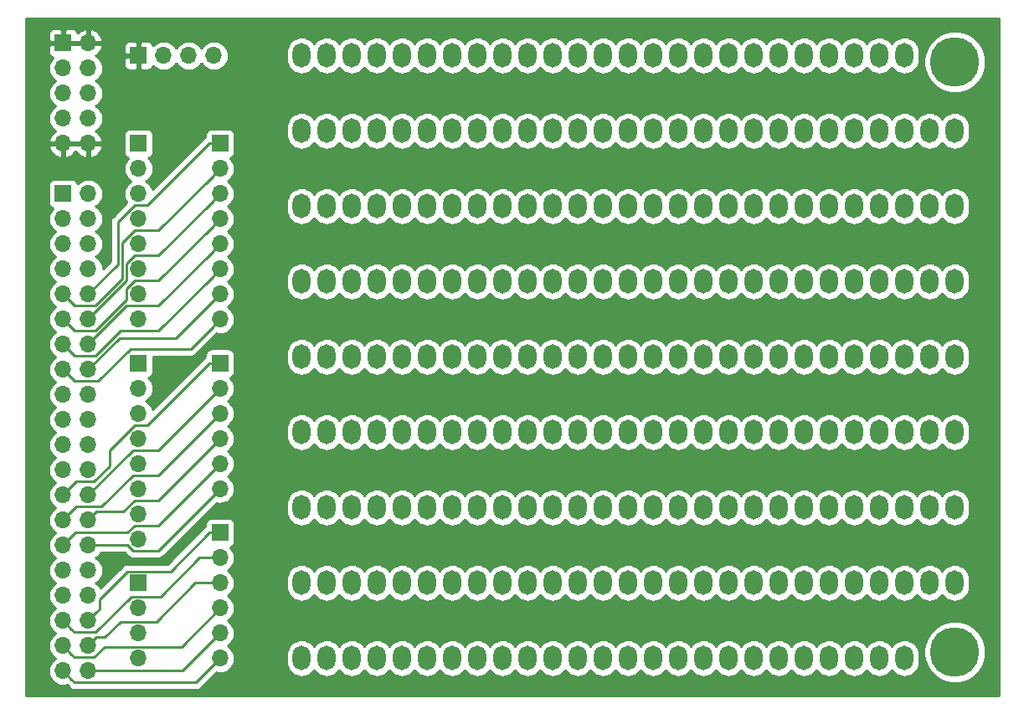
<source format=gbr>
G04 #@! TF.GenerationSoftware,KiCad,Pcbnew,(5.1.4)-1*
G04 #@! TF.CreationDate,2022-01-22T16:02:52+02:00*
G04 #@! TF.ProjectId,Protoboardv2,50726f74-6f62-46f6-9172-6476322e6b69,rev?*
G04 #@! TF.SameCoordinates,Original*
G04 #@! TF.FileFunction,Copper,L1,Top*
G04 #@! TF.FilePolarity,Positive*
%FSLAX46Y46*%
G04 Gerber Fmt 4.6, Leading zero omitted, Abs format (unit mm)*
G04 Created by KiCad (PCBNEW (5.1.4)-1) date 2022-01-22 16:02:52*
%MOMM*%
%LPD*%
G04 APERTURE LIST*
%ADD10O,1.800000X2.500000*%
%ADD11O,1.700000X1.700000*%
%ADD12R,1.700000X1.700000*%
%ADD13C,5.000000*%
%ADD14C,0.250000*%
%ADD15C,0.254000*%
G04 APERTURE END LIST*
D10*
X103505000Y-76200000D03*
X100965000Y-76200000D03*
X98425000Y-76200000D03*
X103505000Y-83820000D03*
X100965000Y-83820000D03*
X98425000Y-83820000D03*
X103505000Y-91440000D03*
X100965000Y-91440000D03*
X98425000Y-91440000D03*
X103505000Y-99060000D03*
X100965000Y-99060000D03*
X98425000Y-99060000D03*
X103505000Y-106680000D03*
X100965000Y-106680000D03*
X98425000Y-106680000D03*
X100965000Y-137160000D03*
X103505000Y-137160000D03*
X98425000Y-137160000D03*
X100965000Y-129540000D03*
X103505000Y-129540000D03*
X98425000Y-129540000D03*
X103505000Y-121920000D03*
X100965000Y-121920000D03*
X98425000Y-121920000D03*
X98425000Y-114300000D03*
X100965000Y-114300000D03*
X103505000Y-114300000D03*
D11*
X90170000Y-137160000D03*
X90170000Y-134620000D03*
X90170000Y-132080000D03*
X90170000Y-129540000D03*
X90170000Y-127000000D03*
D12*
X90170000Y-124460000D03*
D11*
X81915000Y-137160000D03*
X81915000Y-134620000D03*
X81915000Y-132080000D03*
D12*
X81915000Y-129540000D03*
X74295000Y-90170000D03*
D11*
X76835000Y-90170000D03*
X74295000Y-92710000D03*
X76835000Y-92710000D03*
X74295000Y-95250000D03*
X76835000Y-95250000D03*
X74295000Y-97790000D03*
X76835000Y-97790000D03*
X74295000Y-100330000D03*
X76835000Y-100330000D03*
X74295000Y-102870000D03*
X76835000Y-102870000D03*
X74295000Y-105410000D03*
X76835000Y-105410000D03*
X74295000Y-107950000D03*
X76835000Y-107950000D03*
X74295000Y-110490000D03*
X76835000Y-110490000D03*
X74295000Y-113030000D03*
X76835000Y-113030000D03*
X74295000Y-115570000D03*
X76835000Y-115570000D03*
X74295000Y-118110000D03*
X76835000Y-118110000D03*
X74295000Y-120650000D03*
X76835000Y-120650000D03*
X74295000Y-123190000D03*
X76835000Y-123190000D03*
X74295000Y-125730000D03*
X76835000Y-125730000D03*
X74295000Y-128270000D03*
X76835000Y-128270000D03*
X74295000Y-130810000D03*
X76835000Y-130810000D03*
X74295000Y-133350000D03*
X76835000Y-133350000D03*
X74295000Y-135890000D03*
X76835000Y-135890000D03*
X74295000Y-138430000D03*
X76835000Y-138430000D03*
D12*
X90170000Y-107315000D03*
D11*
X90170000Y-109855000D03*
X90170000Y-112395000D03*
X90170000Y-114935000D03*
X90170000Y-117475000D03*
X90170000Y-120015000D03*
D12*
X81915000Y-85090000D03*
D11*
X81915000Y-87630000D03*
X81915000Y-90170000D03*
X81915000Y-92710000D03*
X81915000Y-95250000D03*
X81915000Y-97790000D03*
X81915000Y-100330000D03*
X81915000Y-102870000D03*
X90170000Y-102870000D03*
X90170000Y-100330000D03*
X90170000Y-97790000D03*
X90170000Y-95250000D03*
X90170000Y-92710000D03*
X90170000Y-90170000D03*
X90170000Y-87630000D03*
D12*
X90170000Y-85090000D03*
X81915000Y-107315000D03*
D11*
X81915000Y-109855000D03*
X81915000Y-112395000D03*
X81915000Y-114935000D03*
X81915000Y-117475000D03*
X81915000Y-120015000D03*
X81915000Y-122555000D03*
X81915000Y-125095000D03*
D12*
X74295000Y-74930000D03*
D11*
X76835000Y-74930000D03*
X74295000Y-77470000D03*
X76835000Y-77470000D03*
X74295000Y-80010000D03*
X76835000Y-80010000D03*
X74295000Y-82550000D03*
X76835000Y-82550000D03*
X74295000Y-85090000D03*
X76835000Y-85090000D03*
D13*
X164465000Y-136525000D03*
D10*
X161925000Y-99060000D03*
D13*
X164465000Y-76835000D03*
D10*
X154305000Y-99060000D03*
X159385000Y-99060000D03*
X156845000Y-99060000D03*
X149225000Y-99060000D03*
X151765000Y-99060000D03*
X121285000Y-99060000D03*
X116205000Y-99060000D03*
X106045000Y-99060000D03*
X164465000Y-99060000D03*
X118745000Y-99060000D03*
X108585000Y-99060000D03*
X113665000Y-99060000D03*
X111125000Y-99060000D03*
X123825000Y-99060000D03*
X126365000Y-99060000D03*
X128905000Y-99060000D03*
X131445000Y-99060000D03*
X133985000Y-99060000D03*
X136525000Y-99060000D03*
X139065000Y-99060000D03*
X141605000Y-99060000D03*
X144145000Y-99060000D03*
X146685000Y-99060000D03*
X106045000Y-106680000D03*
X108585000Y-106680000D03*
X116205000Y-106680000D03*
X118745000Y-106680000D03*
X121285000Y-106680000D03*
X123825000Y-106680000D03*
X126365000Y-106680000D03*
X128905000Y-106680000D03*
X131445000Y-106680000D03*
X133985000Y-106680000D03*
X136525000Y-106680000D03*
X139065000Y-106680000D03*
X141605000Y-106680000D03*
X144145000Y-106680000D03*
X146685000Y-106680000D03*
X149225000Y-106680000D03*
X151765000Y-106680000D03*
X154305000Y-106680000D03*
X156845000Y-106680000D03*
X159385000Y-106680000D03*
X161925000Y-106680000D03*
X164465000Y-106680000D03*
X113665000Y-114300000D03*
X111125000Y-114300000D03*
X164465000Y-114300000D03*
X161925000Y-114300000D03*
X159385000Y-114300000D03*
X156845000Y-114300000D03*
X154305000Y-114300000D03*
X151765000Y-114300000D03*
X149225000Y-114300000D03*
X111125000Y-106680000D03*
X146685000Y-114300000D03*
X141605000Y-114300000D03*
X144145000Y-114300000D03*
X136525000Y-114300000D03*
X139065000Y-114300000D03*
X131445000Y-114300000D03*
X128905000Y-114300000D03*
X126365000Y-114300000D03*
X123825000Y-114300000D03*
X121285000Y-114300000D03*
X108585000Y-114300000D03*
X106045000Y-114300000D03*
X113665000Y-106680000D03*
X116205000Y-114300000D03*
X118745000Y-114300000D03*
X133985000Y-114300000D03*
X154305000Y-76200000D03*
X159385000Y-76200000D03*
X156845000Y-76200000D03*
X149225000Y-76200000D03*
X151765000Y-76200000D03*
X121285000Y-76200000D03*
X116205000Y-76200000D03*
X106045000Y-76200000D03*
X118745000Y-76200000D03*
X108585000Y-76200000D03*
X113665000Y-76200000D03*
X111125000Y-76200000D03*
X123825000Y-76200000D03*
X126365000Y-76200000D03*
X128905000Y-76200000D03*
X131445000Y-76200000D03*
X133985000Y-76200000D03*
X136525000Y-76200000D03*
X139065000Y-76200000D03*
X141605000Y-76200000D03*
X144145000Y-76200000D03*
X146685000Y-76200000D03*
X106045000Y-83820000D03*
X108585000Y-83820000D03*
X116205000Y-83820000D03*
X118745000Y-83820000D03*
X121285000Y-83820000D03*
X123825000Y-83820000D03*
X126365000Y-83820000D03*
X128905000Y-83820000D03*
X131445000Y-83820000D03*
X133985000Y-83820000D03*
X136525000Y-83820000D03*
X139065000Y-83820000D03*
X141605000Y-83820000D03*
X144145000Y-83820000D03*
X146685000Y-83820000D03*
X149225000Y-83820000D03*
X151765000Y-83820000D03*
X154305000Y-83820000D03*
X156845000Y-83820000D03*
X159385000Y-83820000D03*
X161925000Y-83820000D03*
X164465000Y-83820000D03*
X113665000Y-91440000D03*
X111125000Y-91440000D03*
X164465000Y-91440000D03*
X161925000Y-91440000D03*
X159385000Y-91440000D03*
X156845000Y-91440000D03*
X154305000Y-91440000D03*
X151765000Y-91440000D03*
X149225000Y-91440000D03*
X111125000Y-83820000D03*
X146685000Y-91440000D03*
X141605000Y-91440000D03*
X144145000Y-91440000D03*
X136525000Y-91440000D03*
X139065000Y-91440000D03*
X131445000Y-91440000D03*
X128905000Y-91440000D03*
X126365000Y-91440000D03*
X123825000Y-91440000D03*
X121285000Y-91440000D03*
X108585000Y-91440000D03*
X106045000Y-91440000D03*
X113665000Y-83820000D03*
X116205000Y-91440000D03*
X118745000Y-91440000D03*
X133985000Y-91440000D03*
X106045000Y-121920000D03*
X108585000Y-121920000D03*
X116205000Y-121920000D03*
X118745000Y-121920000D03*
X121285000Y-121920000D03*
X123825000Y-121920000D03*
X126365000Y-121920000D03*
X128905000Y-121920000D03*
X131445000Y-121920000D03*
X133985000Y-121920000D03*
X136525000Y-121920000D03*
X139065000Y-121920000D03*
X141605000Y-121920000D03*
X144145000Y-121920000D03*
X146685000Y-121920000D03*
X149225000Y-121920000D03*
X151765000Y-121920000D03*
X154305000Y-121920000D03*
X156845000Y-121920000D03*
X159385000Y-121920000D03*
X161925000Y-121920000D03*
X164465000Y-121920000D03*
X111125000Y-121920000D03*
X113665000Y-121920000D03*
X106045000Y-137160000D03*
X108585000Y-137160000D03*
X116205000Y-137160000D03*
X118745000Y-137160000D03*
X121285000Y-137160000D03*
X123825000Y-137160000D03*
X126365000Y-137160000D03*
X128905000Y-137160000D03*
X131445000Y-137160000D03*
X133985000Y-137160000D03*
X136525000Y-137160000D03*
X139065000Y-137160000D03*
X141605000Y-137160000D03*
X144145000Y-137160000D03*
X146685000Y-137160000D03*
X149225000Y-137160000D03*
X151765000Y-137160000D03*
X154305000Y-137160000D03*
X156845000Y-137160000D03*
X159385000Y-137160000D03*
X111125000Y-137160000D03*
X113665000Y-137160000D03*
X164465000Y-129540000D03*
X161925000Y-129540000D03*
X159385000Y-129540000D03*
X156845000Y-129540000D03*
X154305000Y-129540000D03*
X151765000Y-129540000D03*
X149225000Y-129540000D03*
X146685000Y-129540000D03*
X144145000Y-129540000D03*
X141605000Y-129540000D03*
X139065000Y-129540000D03*
X136525000Y-129540000D03*
X133985000Y-129540000D03*
X131445000Y-129540000D03*
X128905000Y-129540000D03*
X126365000Y-129540000D03*
X123825000Y-129540000D03*
X121285000Y-129540000D03*
X118745000Y-129540000D03*
X116205000Y-129540000D03*
X108585000Y-129540000D03*
X111125000Y-129540000D03*
X106045000Y-129540000D03*
X113665000Y-129540000D03*
D12*
X81915000Y-76200000D03*
D11*
X84455000Y-76200000D03*
X86995000Y-76200000D03*
X89535000Y-76200000D03*
D14*
X89320001Y-88479999D02*
X90170000Y-87630000D01*
X83914999Y-93885001D02*
X89320001Y-88479999D01*
X80289989Y-95136009D02*
X81540997Y-93885001D01*
X80289989Y-98778601D02*
X80289989Y-95136009D01*
X77563589Y-101505001D02*
X80289989Y-98778601D01*
X75470001Y-101505001D02*
X77563589Y-101505001D01*
X81540997Y-93885001D02*
X83914999Y-93885001D01*
X74295000Y-100330000D02*
X75470001Y-101505001D01*
X89070000Y-85090000D02*
X90170000Y-85090000D01*
X82814999Y-91345001D02*
X89070000Y-85090000D01*
X81540997Y-91345001D02*
X82814999Y-91345001D01*
X79839979Y-93046019D02*
X81540997Y-91345001D01*
X79839979Y-97325021D02*
X79839979Y-93046019D01*
X76835000Y-100330000D02*
X79839979Y-97325021D01*
X89320001Y-93559999D02*
X90170000Y-92710000D01*
X83914999Y-98965001D02*
X89320001Y-93559999D01*
X81540997Y-98965001D02*
X83914999Y-98965001D01*
X80739999Y-99765999D02*
X81540997Y-98965001D01*
X80739999Y-100868591D02*
X80739999Y-99765999D01*
X77563589Y-104045001D02*
X80739999Y-100868591D01*
X75470001Y-104045001D02*
X77563589Y-104045001D01*
X74295000Y-102870000D02*
X75470001Y-104045001D01*
X89320001Y-91019999D02*
X90170000Y-90170000D01*
X83914999Y-96425001D02*
X89320001Y-91019999D01*
X81540997Y-96425001D02*
X83914999Y-96425001D01*
X80739999Y-97225999D02*
X81540997Y-96425001D01*
X80739999Y-98965001D02*
X80739999Y-97225999D01*
X76835000Y-102870000D02*
X80739999Y-98965001D01*
X75470001Y-106585001D02*
X77563589Y-106585001D01*
X74295000Y-105410000D02*
X75470001Y-106585001D01*
X89320001Y-98639999D02*
X90170000Y-97790000D01*
X83914999Y-104045001D02*
X89320001Y-98639999D01*
X80103589Y-104045001D02*
X83914999Y-104045001D01*
X77563589Y-106585001D02*
X80103589Y-104045001D01*
X89320001Y-96099999D02*
X90170000Y-95250000D01*
X83914999Y-101505001D02*
X89320001Y-96099999D01*
X80739999Y-101505001D02*
X83914999Y-101505001D01*
X76835000Y-105410000D02*
X80739999Y-101505001D01*
X89320001Y-103719999D02*
X90170000Y-102870000D01*
X87185001Y-105854999D02*
X89320001Y-103719999D01*
X81089999Y-105854999D02*
X87185001Y-105854999D01*
X77819997Y-109125001D02*
X81089999Y-105854999D01*
X75470001Y-109125001D02*
X77819997Y-109125001D01*
X74295000Y-107950000D02*
X75470001Y-109125001D01*
X85725000Y-104775000D02*
X90170000Y-100330000D01*
X76835000Y-107950000D02*
X80010000Y-104775000D01*
X80010000Y-104775000D02*
X85725000Y-104775000D01*
X89070000Y-107315000D02*
X90170000Y-107315000D01*
X82814999Y-113570001D02*
X89070000Y-107315000D01*
X81540997Y-113570001D02*
X82814999Y-113570001D01*
X75659999Y-119285001D02*
X77399001Y-119285001D01*
X74295000Y-120650000D02*
X75659999Y-119285001D01*
X78974501Y-116136497D02*
X78974501Y-117709501D01*
X81540997Y-113570001D02*
X78974501Y-116136497D01*
X77399001Y-119285001D02*
X78974501Y-117709501D01*
X89320001Y-110704999D02*
X90170000Y-109855000D01*
X83914999Y-116110001D02*
X89320001Y-110704999D01*
X81374999Y-116110001D02*
X83914999Y-116110001D01*
X76835000Y-120650000D02*
X81374999Y-116110001D01*
X89320001Y-113244999D02*
X90170000Y-112395000D01*
X83914999Y-118650001D02*
X89320001Y-113244999D01*
X81374999Y-118650001D02*
X83914999Y-118650001D01*
X78199999Y-121825001D02*
X81374999Y-118650001D01*
X75659999Y-121825001D02*
X78199999Y-121825001D01*
X74295000Y-123190000D02*
X75659999Y-121825001D01*
X89320001Y-115784999D02*
X90170000Y-114935000D01*
X83914999Y-121190001D02*
X89320001Y-115784999D01*
X81540997Y-121190001D02*
X83914999Y-121190001D01*
X80390997Y-122340001D02*
X81540997Y-121190001D01*
X77684999Y-122340001D02*
X80390997Y-122340001D01*
X76835000Y-123190000D02*
X77684999Y-122340001D01*
X89320001Y-118324999D02*
X90170000Y-117475000D01*
X83914999Y-123730001D02*
X89320001Y-118324999D01*
X81540997Y-123730001D02*
X83914999Y-123730001D01*
X80810998Y-124460000D02*
X81540997Y-123730001D01*
X75565000Y-124460000D02*
X80810998Y-124460000D01*
X74295000Y-125730000D02*
X75565000Y-124460000D01*
X89320001Y-120864999D02*
X90170000Y-120015000D01*
X83914999Y-126270001D02*
X89320001Y-120864999D01*
X81350999Y-126270001D02*
X83914999Y-126270001D01*
X80810998Y-125730000D02*
X81350999Y-126270001D01*
X76835000Y-125730000D02*
X80810998Y-125730000D01*
X75144999Y-134199999D02*
X74295000Y-133350000D01*
X75470001Y-134525001D02*
X75144999Y-134199999D01*
X81183591Y-130904999D02*
X77563589Y-134525001D01*
X77563589Y-134525001D02*
X75470001Y-134525001D01*
X84192593Y-130904999D02*
X81183591Y-130904999D01*
X88097592Y-127000000D02*
X84192593Y-130904999D01*
X90170000Y-127000000D02*
X88097592Y-127000000D01*
X78010001Y-132174999D02*
X77684999Y-132500001D01*
X80804999Y-128364999D02*
X78010001Y-131159997D01*
X78010001Y-131159997D02*
X78010001Y-132174999D01*
X85165001Y-128364999D02*
X80804999Y-128364999D01*
X89070000Y-124460000D02*
X85165001Y-128364999D01*
X77684999Y-132500001D02*
X76835000Y-133350000D01*
X90170000Y-124460000D02*
X89070000Y-124460000D01*
X75144999Y-139279999D02*
X74295000Y-138430000D01*
X75470001Y-139605001D02*
X75144999Y-139279999D01*
X87724999Y-139605001D02*
X75470001Y-139605001D01*
X90170000Y-137160000D02*
X87724999Y-139605001D01*
X86360000Y-138430000D02*
X76835000Y-138430000D01*
X90170000Y-134620000D02*
X86360000Y-138430000D01*
X75144999Y-136739999D02*
X74295000Y-135890000D01*
X75470001Y-137065001D02*
X75144999Y-136739999D01*
X77399001Y-137065001D02*
X75470001Y-137065001D01*
X78479003Y-135984999D02*
X77399001Y-137065001D01*
X86265001Y-135984999D02*
X78479003Y-135984999D01*
X90170000Y-132080000D02*
X86265001Y-135984999D01*
X87630000Y-129540000D02*
X90170000Y-129540000D01*
X83725001Y-133444999D02*
X87630000Y-129540000D01*
X78509997Y-135040001D02*
X80104999Y-133444999D01*
X77684999Y-135040001D02*
X78509997Y-135040001D01*
X76835000Y-135890000D02*
X77684999Y-135040001D01*
X80104999Y-133444999D02*
X83725001Y-133444999D01*
D15*
G36*
X168885001Y-140945000D02*
G01*
X70510000Y-140945000D01*
X70510000Y-92710000D01*
X72802815Y-92710000D01*
X72831487Y-93001111D01*
X72916401Y-93281034D01*
X73054294Y-93539014D01*
X73239866Y-93765134D01*
X73465986Y-93950706D01*
X73520791Y-93980000D01*
X73465986Y-94009294D01*
X73239866Y-94194866D01*
X73054294Y-94420986D01*
X72916401Y-94678966D01*
X72831487Y-94958889D01*
X72802815Y-95250000D01*
X72831487Y-95541111D01*
X72916401Y-95821034D01*
X73054294Y-96079014D01*
X73239866Y-96305134D01*
X73465986Y-96490706D01*
X73520791Y-96520000D01*
X73465986Y-96549294D01*
X73239866Y-96734866D01*
X73054294Y-96960986D01*
X72916401Y-97218966D01*
X72831487Y-97498889D01*
X72802815Y-97790000D01*
X72831487Y-98081111D01*
X72916401Y-98361034D01*
X73054294Y-98619014D01*
X73239866Y-98845134D01*
X73465986Y-99030706D01*
X73520791Y-99060000D01*
X73465986Y-99089294D01*
X73239866Y-99274866D01*
X73054294Y-99500986D01*
X72916401Y-99758966D01*
X72831487Y-100038889D01*
X72802815Y-100330000D01*
X72831487Y-100621111D01*
X72916401Y-100901034D01*
X73054294Y-101159014D01*
X73239866Y-101385134D01*
X73465986Y-101570706D01*
X73520791Y-101600000D01*
X73465986Y-101629294D01*
X73239866Y-101814866D01*
X73054294Y-102040986D01*
X72916401Y-102298966D01*
X72831487Y-102578889D01*
X72802815Y-102870000D01*
X72831487Y-103161111D01*
X72916401Y-103441034D01*
X73054294Y-103699014D01*
X73239866Y-103925134D01*
X73465986Y-104110706D01*
X73520791Y-104140000D01*
X73465986Y-104169294D01*
X73239866Y-104354866D01*
X73054294Y-104580986D01*
X72916401Y-104838966D01*
X72831487Y-105118889D01*
X72802815Y-105410000D01*
X72831487Y-105701111D01*
X72916401Y-105981034D01*
X73054294Y-106239014D01*
X73239866Y-106465134D01*
X73465986Y-106650706D01*
X73520791Y-106680000D01*
X73465986Y-106709294D01*
X73239866Y-106894866D01*
X73054294Y-107120986D01*
X72916401Y-107378966D01*
X72831487Y-107658889D01*
X72802815Y-107950000D01*
X72831487Y-108241111D01*
X72916401Y-108521034D01*
X73054294Y-108779014D01*
X73239866Y-109005134D01*
X73465986Y-109190706D01*
X73520791Y-109220000D01*
X73465986Y-109249294D01*
X73239866Y-109434866D01*
X73054294Y-109660986D01*
X72916401Y-109918966D01*
X72831487Y-110198889D01*
X72802815Y-110490000D01*
X72831487Y-110781111D01*
X72916401Y-111061034D01*
X73054294Y-111319014D01*
X73239866Y-111545134D01*
X73465986Y-111730706D01*
X73520791Y-111760000D01*
X73465986Y-111789294D01*
X73239866Y-111974866D01*
X73054294Y-112200986D01*
X72916401Y-112458966D01*
X72831487Y-112738889D01*
X72802815Y-113030000D01*
X72831487Y-113321111D01*
X72916401Y-113601034D01*
X73054294Y-113859014D01*
X73239866Y-114085134D01*
X73465986Y-114270706D01*
X73520791Y-114300000D01*
X73465986Y-114329294D01*
X73239866Y-114514866D01*
X73054294Y-114740986D01*
X72916401Y-114998966D01*
X72831487Y-115278889D01*
X72802815Y-115570000D01*
X72831487Y-115861111D01*
X72916401Y-116141034D01*
X73054294Y-116399014D01*
X73239866Y-116625134D01*
X73465986Y-116810706D01*
X73520791Y-116840000D01*
X73465986Y-116869294D01*
X73239866Y-117054866D01*
X73054294Y-117280986D01*
X72916401Y-117538966D01*
X72831487Y-117818889D01*
X72802815Y-118110000D01*
X72831487Y-118401111D01*
X72916401Y-118681034D01*
X73054294Y-118939014D01*
X73239866Y-119165134D01*
X73465986Y-119350706D01*
X73520791Y-119380000D01*
X73465986Y-119409294D01*
X73239866Y-119594866D01*
X73054294Y-119820986D01*
X72916401Y-120078966D01*
X72831487Y-120358889D01*
X72802815Y-120650000D01*
X72831487Y-120941111D01*
X72916401Y-121221034D01*
X73054294Y-121479014D01*
X73239866Y-121705134D01*
X73465986Y-121890706D01*
X73520791Y-121920000D01*
X73465986Y-121949294D01*
X73239866Y-122134866D01*
X73054294Y-122360986D01*
X72916401Y-122618966D01*
X72831487Y-122898889D01*
X72802815Y-123190000D01*
X72831487Y-123481111D01*
X72916401Y-123761034D01*
X73054294Y-124019014D01*
X73239866Y-124245134D01*
X73465986Y-124430706D01*
X73520791Y-124460000D01*
X73465986Y-124489294D01*
X73239866Y-124674866D01*
X73054294Y-124900986D01*
X72916401Y-125158966D01*
X72831487Y-125438889D01*
X72802815Y-125730000D01*
X72831487Y-126021111D01*
X72916401Y-126301034D01*
X73054294Y-126559014D01*
X73239866Y-126785134D01*
X73465986Y-126970706D01*
X73520791Y-127000000D01*
X73465986Y-127029294D01*
X73239866Y-127214866D01*
X73054294Y-127440986D01*
X72916401Y-127698966D01*
X72831487Y-127978889D01*
X72802815Y-128270000D01*
X72831487Y-128561111D01*
X72916401Y-128841034D01*
X73054294Y-129099014D01*
X73239866Y-129325134D01*
X73465986Y-129510706D01*
X73520791Y-129540000D01*
X73465986Y-129569294D01*
X73239866Y-129754866D01*
X73054294Y-129980986D01*
X72916401Y-130238966D01*
X72831487Y-130518889D01*
X72802815Y-130810000D01*
X72831487Y-131101111D01*
X72916401Y-131381034D01*
X73054294Y-131639014D01*
X73239866Y-131865134D01*
X73465986Y-132050706D01*
X73520791Y-132080000D01*
X73465986Y-132109294D01*
X73239866Y-132294866D01*
X73054294Y-132520986D01*
X72916401Y-132778966D01*
X72831487Y-133058889D01*
X72802815Y-133350000D01*
X72831487Y-133641111D01*
X72916401Y-133921034D01*
X73054294Y-134179014D01*
X73239866Y-134405134D01*
X73465986Y-134590706D01*
X73520791Y-134620000D01*
X73465986Y-134649294D01*
X73239866Y-134834866D01*
X73054294Y-135060986D01*
X72916401Y-135318966D01*
X72831487Y-135598889D01*
X72802815Y-135890000D01*
X72831487Y-136181111D01*
X72916401Y-136461034D01*
X73054294Y-136719014D01*
X73239866Y-136945134D01*
X73465986Y-137130706D01*
X73520791Y-137160000D01*
X73465986Y-137189294D01*
X73239866Y-137374866D01*
X73054294Y-137600986D01*
X72916401Y-137858966D01*
X72831487Y-138138889D01*
X72802815Y-138430000D01*
X72831487Y-138721111D01*
X72916401Y-139001034D01*
X73054294Y-139259014D01*
X73239866Y-139485134D01*
X73465986Y-139670706D01*
X73723966Y-139808599D01*
X74003889Y-139893513D01*
X74222050Y-139915000D01*
X74367950Y-139915000D01*
X74586111Y-139893513D01*
X74660996Y-139870797D01*
X74906197Y-140115998D01*
X74930000Y-140145002D01*
X75045725Y-140239975D01*
X75177754Y-140310547D01*
X75321015Y-140354004D01*
X75432668Y-140365001D01*
X75432677Y-140365001D01*
X75470000Y-140368677D01*
X75507323Y-140365001D01*
X87687677Y-140365001D01*
X87724999Y-140368677D01*
X87762321Y-140365001D01*
X87762332Y-140365001D01*
X87873985Y-140354004D01*
X88017246Y-140310547D01*
X88149275Y-140239975D01*
X88265000Y-140145002D01*
X88288803Y-140115998D01*
X89804005Y-138600797D01*
X89878889Y-138623513D01*
X90097050Y-138645000D01*
X90242950Y-138645000D01*
X90461111Y-138623513D01*
X90741034Y-138538599D01*
X90999014Y-138400706D01*
X91225134Y-138215134D01*
X91410706Y-137989014D01*
X91548599Y-137731034D01*
X91633513Y-137451111D01*
X91662185Y-137160000D01*
X91633513Y-136868889D01*
X91592775Y-136734593D01*
X96890000Y-136734593D01*
X96890000Y-137585408D01*
X96912210Y-137810913D01*
X96999983Y-138100261D01*
X97142519Y-138366927D01*
X97334339Y-138600661D01*
X97568074Y-138792481D01*
X97834740Y-138935017D01*
X98124088Y-139022790D01*
X98425000Y-139052427D01*
X98725913Y-139022790D01*
X99015261Y-138935017D01*
X99281927Y-138792481D01*
X99515661Y-138600661D01*
X99695000Y-138382135D01*
X99874339Y-138600661D01*
X100108074Y-138792481D01*
X100374740Y-138935017D01*
X100664088Y-139022790D01*
X100965000Y-139052427D01*
X101265913Y-139022790D01*
X101555261Y-138935017D01*
X101821927Y-138792481D01*
X102055661Y-138600661D01*
X102235000Y-138382135D01*
X102414339Y-138600661D01*
X102648074Y-138792481D01*
X102914740Y-138935017D01*
X103204088Y-139022790D01*
X103505000Y-139052427D01*
X103805913Y-139022790D01*
X104095261Y-138935017D01*
X104361927Y-138792481D01*
X104595661Y-138600661D01*
X104775000Y-138382135D01*
X104954339Y-138600661D01*
X105188074Y-138792481D01*
X105454740Y-138935017D01*
X105744088Y-139022790D01*
X106045000Y-139052427D01*
X106345913Y-139022790D01*
X106635261Y-138935017D01*
X106901927Y-138792481D01*
X107135661Y-138600661D01*
X107315000Y-138382135D01*
X107494339Y-138600661D01*
X107728074Y-138792481D01*
X107994740Y-138935017D01*
X108284088Y-139022790D01*
X108585000Y-139052427D01*
X108885913Y-139022790D01*
X109175261Y-138935017D01*
X109441927Y-138792481D01*
X109675661Y-138600661D01*
X109855000Y-138382135D01*
X110034339Y-138600661D01*
X110268074Y-138792481D01*
X110534740Y-138935017D01*
X110824088Y-139022790D01*
X111125000Y-139052427D01*
X111425913Y-139022790D01*
X111715261Y-138935017D01*
X111981927Y-138792481D01*
X112215661Y-138600661D01*
X112395000Y-138382135D01*
X112574339Y-138600661D01*
X112808074Y-138792481D01*
X113074740Y-138935017D01*
X113364088Y-139022790D01*
X113665000Y-139052427D01*
X113965913Y-139022790D01*
X114255261Y-138935017D01*
X114521927Y-138792481D01*
X114755661Y-138600661D01*
X114935000Y-138382135D01*
X115114339Y-138600661D01*
X115348074Y-138792481D01*
X115614740Y-138935017D01*
X115904088Y-139022790D01*
X116205000Y-139052427D01*
X116505913Y-139022790D01*
X116795261Y-138935017D01*
X117061927Y-138792481D01*
X117295661Y-138600661D01*
X117475000Y-138382135D01*
X117654339Y-138600661D01*
X117888074Y-138792481D01*
X118154740Y-138935017D01*
X118444088Y-139022790D01*
X118745000Y-139052427D01*
X119045913Y-139022790D01*
X119335261Y-138935017D01*
X119601927Y-138792481D01*
X119835661Y-138600661D01*
X120015000Y-138382135D01*
X120194339Y-138600661D01*
X120428074Y-138792481D01*
X120694740Y-138935017D01*
X120984088Y-139022790D01*
X121285000Y-139052427D01*
X121585913Y-139022790D01*
X121875261Y-138935017D01*
X122141927Y-138792481D01*
X122375661Y-138600661D01*
X122555000Y-138382135D01*
X122734339Y-138600661D01*
X122968074Y-138792481D01*
X123234740Y-138935017D01*
X123524088Y-139022790D01*
X123825000Y-139052427D01*
X124125913Y-139022790D01*
X124415261Y-138935017D01*
X124681927Y-138792481D01*
X124915661Y-138600661D01*
X125095000Y-138382135D01*
X125274339Y-138600661D01*
X125508074Y-138792481D01*
X125774740Y-138935017D01*
X126064088Y-139022790D01*
X126365000Y-139052427D01*
X126665913Y-139022790D01*
X126955261Y-138935017D01*
X127221927Y-138792481D01*
X127455661Y-138600661D01*
X127635000Y-138382135D01*
X127814339Y-138600661D01*
X128048074Y-138792481D01*
X128314740Y-138935017D01*
X128604088Y-139022790D01*
X128905000Y-139052427D01*
X129205913Y-139022790D01*
X129495261Y-138935017D01*
X129761927Y-138792481D01*
X129995661Y-138600661D01*
X130175000Y-138382135D01*
X130354339Y-138600661D01*
X130588074Y-138792481D01*
X130854740Y-138935017D01*
X131144088Y-139022790D01*
X131445000Y-139052427D01*
X131745913Y-139022790D01*
X132035261Y-138935017D01*
X132301927Y-138792481D01*
X132535661Y-138600661D01*
X132715000Y-138382135D01*
X132894339Y-138600661D01*
X133128074Y-138792481D01*
X133394740Y-138935017D01*
X133684088Y-139022790D01*
X133985000Y-139052427D01*
X134285913Y-139022790D01*
X134575261Y-138935017D01*
X134841927Y-138792481D01*
X135075661Y-138600661D01*
X135255000Y-138382135D01*
X135434339Y-138600661D01*
X135668074Y-138792481D01*
X135934740Y-138935017D01*
X136224088Y-139022790D01*
X136525000Y-139052427D01*
X136825913Y-139022790D01*
X137115261Y-138935017D01*
X137381927Y-138792481D01*
X137615661Y-138600661D01*
X137795000Y-138382135D01*
X137974339Y-138600661D01*
X138208074Y-138792481D01*
X138474740Y-138935017D01*
X138764088Y-139022790D01*
X139065000Y-139052427D01*
X139365913Y-139022790D01*
X139655261Y-138935017D01*
X139921927Y-138792481D01*
X140155661Y-138600661D01*
X140335000Y-138382135D01*
X140514339Y-138600661D01*
X140748074Y-138792481D01*
X141014740Y-138935017D01*
X141304088Y-139022790D01*
X141605000Y-139052427D01*
X141905913Y-139022790D01*
X142195261Y-138935017D01*
X142461927Y-138792481D01*
X142695661Y-138600661D01*
X142875000Y-138382135D01*
X143054339Y-138600661D01*
X143288074Y-138792481D01*
X143554740Y-138935017D01*
X143844088Y-139022790D01*
X144145000Y-139052427D01*
X144445913Y-139022790D01*
X144735261Y-138935017D01*
X145001927Y-138792481D01*
X145235661Y-138600661D01*
X145415000Y-138382135D01*
X145594339Y-138600661D01*
X145828074Y-138792481D01*
X146094740Y-138935017D01*
X146384088Y-139022790D01*
X146685000Y-139052427D01*
X146985913Y-139022790D01*
X147275261Y-138935017D01*
X147541927Y-138792481D01*
X147775661Y-138600661D01*
X147955000Y-138382135D01*
X148134339Y-138600661D01*
X148368074Y-138792481D01*
X148634740Y-138935017D01*
X148924088Y-139022790D01*
X149225000Y-139052427D01*
X149525913Y-139022790D01*
X149815261Y-138935017D01*
X150081927Y-138792481D01*
X150315661Y-138600661D01*
X150495000Y-138382135D01*
X150674339Y-138600661D01*
X150908074Y-138792481D01*
X151174740Y-138935017D01*
X151464088Y-139022790D01*
X151765000Y-139052427D01*
X152065913Y-139022790D01*
X152355261Y-138935017D01*
X152621927Y-138792481D01*
X152855661Y-138600661D01*
X153035000Y-138382135D01*
X153214339Y-138600661D01*
X153448074Y-138792481D01*
X153714740Y-138935017D01*
X154004088Y-139022790D01*
X154305000Y-139052427D01*
X154605913Y-139022790D01*
X154895261Y-138935017D01*
X155161927Y-138792481D01*
X155395661Y-138600661D01*
X155575000Y-138382135D01*
X155754339Y-138600661D01*
X155988074Y-138792481D01*
X156254740Y-138935017D01*
X156544088Y-139022790D01*
X156845000Y-139052427D01*
X157145913Y-139022790D01*
X157435261Y-138935017D01*
X157701927Y-138792481D01*
X157935661Y-138600661D01*
X158115000Y-138382135D01*
X158294339Y-138600661D01*
X158528074Y-138792481D01*
X158794740Y-138935017D01*
X159084088Y-139022790D01*
X159385000Y-139052427D01*
X159685913Y-139022790D01*
X159975261Y-138935017D01*
X160241927Y-138792481D01*
X160475661Y-138600661D01*
X160667481Y-138366927D01*
X160810017Y-138100261D01*
X160897790Y-137810912D01*
X160920000Y-137585407D01*
X160920000Y-136734592D01*
X160897790Y-136509087D01*
X160810017Y-136219739D01*
X160808141Y-136216229D01*
X161330000Y-136216229D01*
X161330000Y-136833771D01*
X161450476Y-137439446D01*
X161686799Y-138009979D01*
X162029886Y-138523446D01*
X162466554Y-138960114D01*
X162980021Y-139303201D01*
X163550554Y-139539524D01*
X164156229Y-139660000D01*
X164773771Y-139660000D01*
X165379446Y-139539524D01*
X165949979Y-139303201D01*
X166463446Y-138960114D01*
X166900114Y-138523446D01*
X167243201Y-138009979D01*
X167479524Y-137439446D01*
X167600000Y-136833771D01*
X167600000Y-136216229D01*
X167479524Y-135610554D01*
X167243201Y-135040021D01*
X166900114Y-134526554D01*
X166463446Y-134089886D01*
X165949979Y-133746799D01*
X165379446Y-133510476D01*
X164773771Y-133390000D01*
X164156229Y-133390000D01*
X163550554Y-133510476D01*
X162980021Y-133746799D01*
X162466554Y-134089886D01*
X162029886Y-134526554D01*
X161686799Y-135040021D01*
X161450476Y-135610554D01*
X161330000Y-136216229D01*
X160808141Y-136216229D01*
X160667481Y-135953073D01*
X160475661Y-135719339D01*
X160241926Y-135527519D01*
X159975260Y-135384983D01*
X159685912Y-135297210D01*
X159385000Y-135267573D01*
X159084087Y-135297210D01*
X158794739Y-135384983D01*
X158528073Y-135527519D01*
X158294339Y-135719339D01*
X158115000Y-135937865D01*
X157935661Y-135719339D01*
X157701926Y-135527519D01*
X157435260Y-135384983D01*
X157145912Y-135297210D01*
X156845000Y-135267573D01*
X156544087Y-135297210D01*
X156254739Y-135384983D01*
X155988073Y-135527519D01*
X155754339Y-135719339D01*
X155575000Y-135937865D01*
X155395661Y-135719339D01*
X155161926Y-135527519D01*
X154895260Y-135384983D01*
X154605912Y-135297210D01*
X154305000Y-135267573D01*
X154004087Y-135297210D01*
X153714739Y-135384983D01*
X153448073Y-135527519D01*
X153214339Y-135719339D01*
X153035000Y-135937865D01*
X152855661Y-135719339D01*
X152621926Y-135527519D01*
X152355260Y-135384983D01*
X152065912Y-135297210D01*
X151765000Y-135267573D01*
X151464087Y-135297210D01*
X151174739Y-135384983D01*
X150908073Y-135527519D01*
X150674339Y-135719339D01*
X150495000Y-135937865D01*
X150315661Y-135719339D01*
X150081926Y-135527519D01*
X149815260Y-135384983D01*
X149525912Y-135297210D01*
X149225000Y-135267573D01*
X148924087Y-135297210D01*
X148634739Y-135384983D01*
X148368073Y-135527519D01*
X148134339Y-135719339D01*
X147955000Y-135937865D01*
X147775661Y-135719339D01*
X147541926Y-135527519D01*
X147275260Y-135384983D01*
X146985912Y-135297210D01*
X146685000Y-135267573D01*
X146384087Y-135297210D01*
X146094739Y-135384983D01*
X145828073Y-135527519D01*
X145594339Y-135719339D01*
X145415000Y-135937865D01*
X145235661Y-135719339D01*
X145001926Y-135527519D01*
X144735260Y-135384983D01*
X144445912Y-135297210D01*
X144145000Y-135267573D01*
X143844087Y-135297210D01*
X143554739Y-135384983D01*
X143288073Y-135527519D01*
X143054339Y-135719339D01*
X142875000Y-135937865D01*
X142695661Y-135719339D01*
X142461926Y-135527519D01*
X142195260Y-135384983D01*
X141905912Y-135297210D01*
X141605000Y-135267573D01*
X141304087Y-135297210D01*
X141014739Y-135384983D01*
X140748073Y-135527519D01*
X140514339Y-135719339D01*
X140335000Y-135937865D01*
X140155661Y-135719339D01*
X139921926Y-135527519D01*
X139655260Y-135384983D01*
X139365912Y-135297210D01*
X139065000Y-135267573D01*
X138764087Y-135297210D01*
X138474739Y-135384983D01*
X138208073Y-135527519D01*
X137974339Y-135719339D01*
X137795000Y-135937865D01*
X137615661Y-135719339D01*
X137381926Y-135527519D01*
X137115260Y-135384983D01*
X136825912Y-135297210D01*
X136525000Y-135267573D01*
X136224087Y-135297210D01*
X135934739Y-135384983D01*
X135668073Y-135527519D01*
X135434339Y-135719339D01*
X135255000Y-135937865D01*
X135075661Y-135719339D01*
X134841926Y-135527519D01*
X134575260Y-135384983D01*
X134285912Y-135297210D01*
X133985000Y-135267573D01*
X133684087Y-135297210D01*
X133394739Y-135384983D01*
X133128073Y-135527519D01*
X132894339Y-135719339D01*
X132715000Y-135937865D01*
X132535661Y-135719339D01*
X132301926Y-135527519D01*
X132035260Y-135384983D01*
X131745912Y-135297210D01*
X131445000Y-135267573D01*
X131144087Y-135297210D01*
X130854739Y-135384983D01*
X130588073Y-135527519D01*
X130354339Y-135719339D01*
X130175000Y-135937865D01*
X129995661Y-135719339D01*
X129761926Y-135527519D01*
X129495260Y-135384983D01*
X129205912Y-135297210D01*
X128905000Y-135267573D01*
X128604087Y-135297210D01*
X128314739Y-135384983D01*
X128048073Y-135527519D01*
X127814339Y-135719339D01*
X127635000Y-135937865D01*
X127455661Y-135719339D01*
X127221926Y-135527519D01*
X126955260Y-135384983D01*
X126665912Y-135297210D01*
X126365000Y-135267573D01*
X126064087Y-135297210D01*
X125774739Y-135384983D01*
X125508073Y-135527519D01*
X125274339Y-135719339D01*
X125095000Y-135937865D01*
X124915661Y-135719339D01*
X124681926Y-135527519D01*
X124415260Y-135384983D01*
X124125912Y-135297210D01*
X123825000Y-135267573D01*
X123524087Y-135297210D01*
X123234739Y-135384983D01*
X122968073Y-135527519D01*
X122734339Y-135719339D01*
X122555000Y-135937865D01*
X122375661Y-135719339D01*
X122141926Y-135527519D01*
X121875260Y-135384983D01*
X121585912Y-135297210D01*
X121285000Y-135267573D01*
X120984087Y-135297210D01*
X120694739Y-135384983D01*
X120428073Y-135527519D01*
X120194339Y-135719339D01*
X120015000Y-135937865D01*
X119835661Y-135719339D01*
X119601926Y-135527519D01*
X119335260Y-135384983D01*
X119045912Y-135297210D01*
X118745000Y-135267573D01*
X118444087Y-135297210D01*
X118154739Y-135384983D01*
X117888073Y-135527519D01*
X117654339Y-135719339D01*
X117475000Y-135937865D01*
X117295661Y-135719339D01*
X117061926Y-135527519D01*
X116795260Y-135384983D01*
X116505912Y-135297210D01*
X116205000Y-135267573D01*
X115904087Y-135297210D01*
X115614739Y-135384983D01*
X115348073Y-135527519D01*
X115114339Y-135719339D01*
X114935000Y-135937865D01*
X114755661Y-135719339D01*
X114521926Y-135527519D01*
X114255260Y-135384983D01*
X113965912Y-135297210D01*
X113665000Y-135267573D01*
X113364087Y-135297210D01*
X113074739Y-135384983D01*
X112808073Y-135527519D01*
X112574339Y-135719339D01*
X112395000Y-135937865D01*
X112215661Y-135719339D01*
X111981926Y-135527519D01*
X111715260Y-135384983D01*
X111425912Y-135297210D01*
X111125000Y-135267573D01*
X110824087Y-135297210D01*
X110534739Y-135384983D01*
X110268073Y-135527519D01*
X110034339Y-135719339D01*
X109855000Y-135937865D01*
X109675661Y-135719339D01*
X109441926Y-135527519D01*
X109175260Y-135384983D01*
X108885912Y-135297210D01*
X108585000Y-135267573D01*
X108284087Y-135297210D01*
X107994739Y-135384983D01*
X107728073Y-135527519D01*
X107494339Y-135719339D01*
X107315000Y-135937865D01*
X107135661Y-135719339D01*
X106901926Y-135527519D01*
X106635260Y-135384983D01*
X106345912Y-135297210D01*
X106045000Y-135267573D01*
X105744087Y-135297210D01*
X105454739Y-135384983D01*
X105188073Y-135527519D01*
X104954339Y-135719339D01*
X104775000Y-135937865D01*
X104595661Y-135719339D01*
X104361926Y-135527519D01*
X104095260Y-135384983D01*
X103805912Y-135297210D01*
X103505000Y-135267573D01*
X103204087Y-135297210D01*
X102914739Y-135384983D01*
X102648073Y-135527519D01*
X102414339Y-135719339D01*
X102235000Y-135937865D01*
X102055661Y-135719339D01*
X101821926Y-135527519D01*
X101555260Y-135384983D01*
X101265912Y-135297210D01*
X100965000Y-135267573D01*
X100664087Y-135297210D01*
X100374739Y-135384983D01*
X100108073Y-135527519D01*
X99874339Y-135719339D01*
X99695000Y-135937865D01*
X99515661Y-135719339D01*
X99281926Y-135527519D01*
X99015260Y-135384983D01*
X98725912Y-135297210D01*
X98425000Y-135267573D01*
X98124087Y-135297210D01*
X97834739Y-135384983D01*
X97568073Y-135527519D01*
X97334339Y-135719339D01*
X97142519Y-135953074D01*
X96999983Y-136219740D01*
X96912210Y-136509088D01*
X96890000Y-136734593D01*
X91592775Y-136734593D01*
X91548599Y-136588966D01*
X91410706Y-136330986D01*
X91225134Y-136104866D01*
X90999014Y-135919294D01*
X90944209Y-135890000D01*
X90999014Y-135860706D01*
X91225134Y-135675134D01*
X91410706Y-135449014D01*
X91548599Y-135191034D01*
X91633513Y-134911111D01*
X91662185Y-134620000D01*
X91633513Y-134328889D01*
X91548599Y-134048966D01*
X91410706Y-133790986D01*
X91225134Y-133564866D01*
X90999014Y-133379294D01*
X90944209Y-133350000D01*
X90999014Y-133320706D01*
X91225134Y-133135134D01*
X91410706Y-132909014D01*
X91548599Y-132651034D01*
X91633513Y-132371111D01*
X91662185Y-132080000D01*
X91633513Y-131788889D01*
X91548599Y-131508966D01*
X91410706Y-131250986D01*
X91225134Y-131024866D01*
X90999014Y-130839294D01*
X90944209Y-130810000D01*
X90999014Y-130780706D01*
X91225134Y-130595134D01*
X91410706Y-130369014D01*
X91548599Y-130111034D01*
X91633513Y-129831111D01*
X91662185Y-129540000D01*
X91633513Y-129248889D01*
X91592775Y-129114593D01*
X96890000Y-129114593D01*
X96890000Y-129965408D01*
X96912210Y-130190913D01*
X96999983Y-130480261D01*
X97142519Y-130746927D01*
X97334339Y-130980661D01*
X97568074Y-131172481D01*
X97834740Y-131315017D01*
X98124088Y-131402790D01*
X98425000Y-131432427D01*
X98725913Y-131402790D01*
X99015261Y-131315017D01*
X99281927Y-131172481D01*
X99515661Y-130980661D01*
X99695000Y-130762135D01*
X99874339Y-130980661D01*
X100108074Y-131172481D01*
X100374740Y-131315017D01*
X100664088Y-131402790D01*
X100965000Y-131432427D01*
X101265913Y-131402790D01*
X101555261Y-131315017D01*
X101821927Y-131172481D01*
X102055661Y-130980661D01*
X102235000Y-130762135D01*
X102414339Y-130980661D01*
X102648074Y-131172481D01*
X102914740Y-131315017D01*
X103204088Y-131402790D01*
X103505000Y-131432427D01*
X103805913Y-131402790D01*
X104095261Y-131315017D01*
X104361927Y-131172481D01*
X104595661Y-130980661D01*
X104775000Y-130762135D01*
X104954339Y-130980661D01*
X105188074Y-131172481D01*
X105454740Y-131315017D01*
X105744088Y-131402790D01*
X106045000Y-131432427D01*
X106345913Y-131402790D01*
X106635261Y-131315017D01*
X106901927Y-131172481D01*
X107135661Y-130980661D01*
X107315000Y-130762135D01*
X107494339Y-130980661D01*
X107728074Y-131172481D01*
X107994740Y-131315017D01*
X108284088Y-131402790D01*
X108585000Y-131432427D01*
X108885913Y-131402790D01*
X109175261Y-131315017D01*
X109441927Y-131172481D01*
X109675661Y-130980661D01*
X109855000Y-130762135D01*
X110034339Y-130980661D01*
X110268074Y-131172481D01*
X110534740Y-131315017D01*
X110824088Y-131402790D01*
X111125000Y-131432427D01*
X111425913Y-131402790D01*
X111715261Y-131315017D01*
X111981927Y-131172481D01*
X112215661Y-130980661D01*
X112395000Y-130762135D01*
X112574339Y-130980661D01*
X112808074Y-131172481D01*
X113074740Y-131315017D01*
X113364088Y-131402790D01*
X113665000Y-131432427D01*
X113965913Y-131402790D01*
X114255261Y-131315017D01*
X114521927Y-131172481D01*
X114755661Y-130980661D01*
X114935000Y-130762135D01*
X115114339Y-130980661D01*
X115348074Y-131172481D01*
X115614740Y-131315017D01*
X115904088Y-131402790D01*
X116205000Y-131432427D01*
X116505913Y-131402790D01*
X116795261Y-131315017D01*
X117061927Y-131172481D01*
X117295661Y-130980661D01*
X117475000Y-130762135D01*
X117654339Y-130980661D01*
X117888074Y-131172481D01*
X118154740Y-131315017D01*
X118444088Y-131402790D01*
X118745000Y-131432427D01*
X119045913Y-131402790D01*
X119335261Y-131315017D01*
X119601927Y-131172481D01*
X119835661Y-130980661D01*
X120015000Y-130762135D01*
X120194339Y-130980661D01*
X120428074Y-131172481D01*
X120694740Y-131315017D01*
X120984088Y-131402790D01*
X121285000Y-131432427D01*
X121585913Y-131402790D01*
X121875261Y-131315017D01*
X122141927Y-131172481D01*
X122375661Y-130980661D01*
X122555000Y-130762135D01*
X122734339Y-130980661D01*
X122968074Y-131172481D01*
X123234740Y-131315017D01*
X123524088Y-131402790D01*
X123825000Y-131432427D01*
X124125913Y-131402790D01*
X124415261Y-131315017D01*
X124681927Y-131172481D01*
X124915661Y-130980661D01*
X125095000Y-130762135D01*
X125274339Y-130980661D01*
X125508074Y-131172481D01*
X125774740Y-131315017D01*
X126064088Y-131402790D01*
X126365000Y-131432427D01*
X126665913Y-131402790D01*
X126955261Y-131315017D01*
X127221927Y-131172481D01*
X127455661Y-130980661D01*
X127635000Y-130762135D01*
X127814339Y-130980661D01*
X128048074Y-131172481D01*
X128314740Y-131315017D01*
X128604088Y-131402790D01*
X128905000Y-131432427D01*
X129205913Y-131402790D01*
X129495261Y-131315017D01*
X129761927Y-131172481D01*
X129995661Y-130980661D01*
X130175000Y-130762135D01*
X130354339Y-130980661D01*
X130588074Y-131172481D01*
X130854740Y-131315017D01*
X131144088Y-131402790D01*
X131445000Y-131432427D01*
X131745913Y-131402790D01*
X132035261Y-131315017D01*
X132301927Y-131172481D01*
X132535661Y-130980661D01*
X132715000Y-130762135D01*
X132894339Y-130980661D01*
X133128074Y-131172481D01*
X133394740Y-131315017D01*
X133684088Y-131402790D01*
X133985000Y-131432427D01*
X134285913Y-131402790D01*
X134575261Y-131315017D01*
X134841927Y-131172481D01*
X135075661Y-130980661D01*
X135255000Y-130762135D01*
X135434339Y-130980661D01*
X135668074Y-131172481D01*
X135934740Y-131315017D01*
X136224088Y-131402790D01*
X136525000Y-131432427D01*
X136825913Y-131402790D01*
X137115261Y-131315017D01*
X137381927Y-131172481D01*
X137615661Y-130980661D01*
X137795000Y-130762135D01*
X137974339Y-130980661D01*
X138208074Y-131172481D01*
X138474740Y-131315017D01*
X138764088Y-131402790D01*
X139065000Y-131432427D01*
X139365913Y-131402790D01*
X139655261Y-131315017D01*
X139921927Y-131172481D01*
X140155661Y-130980661D01*
X140335000Y-130762135D01*
X140514339Y-130980661D01*
X140748074Y-131172481D01*
X141014740Y-131315017D01*
X141304088Y-131402790D01*
X141605000Y-131432427D01*
X141905913Y-131402790D01*
X142195261Y-131315017D01*
X142461927Y-131172481D01*
X142695661Y-130980661D01*
X142875000Y-130762135D01*
X143054339Y-130980661D01*
X143288074Y-131172481D01*
X143554740Y-131315017D01*
X143844088Y-131402790D01*
X144145000Y-131432427D01*
X144445913Y-131402790D01*
X144735261Y-131315017D01*
X145001927Y-131172481D01*
X145235661Y-130980661D01*
X145415000Y-130762135D01*
X145594339Y-130980661D01*
X145828074Y-131172481D01*
X146094740Y-131315017D01*
X146384088Y-131402790D01*
X146685000Y-131432427D01*
X146985913Y-131402790D01*
X147275261Y-131315017D01*
X147541927Y-131172481D01*
X147775661Y-130980661D01*
X147955000Y-130762135D01*
X148134339Y-130980661D01*
X148368074Y-131172481D01*
X148634740Y-131315017D01*
X148924088Y-131402790D01*
X149225000Y-131432427D01*
X149525913Y-131402790D01*
X149815261Y-131315017D01*
X150081927Y-131172481D01*
X150315661Y-130980661D01*
X150495000Y-130762135D01*
X150674339Y-130980661D01*
X150908074Y-131172481D01*
X151174740Y-131315017D01*
X151464088Y-131402790D01*
X151765000Y-131432427D01*
X152065913Y-131402790D01*
X152355261Y-131315017D01*
X152621927Y-131172481D01*
X152855661Y-130980661D01*
X153035000Y-130762135D01*
X153214339Y-130980661D01*
X153448074Y-131172481D01*
X153714740Y-131315017D01*
X154004088Y-131402790D01*
X154305000Y-131432427D01*
X154605913Y-131402790D01*
X154895261Y-131315017D01*
X155161927Y-131172481D01*
X155395661Y-130980661D01*
X155575000Y-130762135D01*
X155754339Y-130980661D01*
X155988074Y-131172481D01*
X156254740Y-131315017D01*
X156544088Y-131402790D01*
X156845000Y-131432427D01*
X157145913Y-131402790D01*
X157435261Y-131315017D01*
X157701927Y-131172481D01*
X157935661Y-130980661D01*
X158115000Y-130762135D01*
X158294339Y-130980661D01*
X158528074Y-131172481D01*
X158794740Y-131315017D01*
X159084088Y-131402790D01*
X159385000Y-131432427D01*
X159685913Y-131402790D01*
X159975261Y-131315017D01*
X160241927Y-131172481D01*
X160475661Y-130980661D01*
X160655000Y-130762135D01*
X160834339Y-130980661D01*
X161068074Y-131172481D01*
X161334740Y-131315017D01*
X161624088Y-131402790D01*
X161925000Y-131432427D01*
X162225913Y-131402790D01*
X162515261Y-131315017D01*
X162781927Y-131172481D01*
X163015661Y-130980661D01*
X163195000Y-130762135D01*
X163374339Y-130980661D01*
X163608074Y-131172481D01*
X163874740Y-131315017D01*
X164164088Y-131402790D01*
X164465000Y-131432427D01*
X164765913Y-131402790D01*
X165055261Y-131315017D01*
X165321927Y-131172481D01*
X165555661Y-130980661D01*
X165747481Y-130746927D01*
X165890017Y-130480261D01*
X165977790Y-130190912D01*
X166000000Y-129965407D01*
X166000000Y-129114592D01*
X165977790Y-128889087D01*
X165890017Y-128599739D01*
X165747481Y-128333073D01*
X165555661Y-128099339D01*
X165321926Y-127907519D01*
X165055260Y-127764983D01*
X164765912Y-127677210D01*
X164465000Y-127647573D01*
X164164087Y-127677210D01*
X163874739Y-127764983D01*
X163608073Y-127907519D01*
X163374339Y-128099339D01*
X163195000Y-128317865D01*
X163015661Y-128099339D01*
X162781926Y-127907519D01*
X162515260Y-127764983D01*
X162225912Y-127677210D01*
X161925000Y-127647573D01*
X161624087Y-127677210D01*
X161334739Y-127764983D01*
X161068073Y-127907519D01*
X160834339Y-128099339D01*
X160655000Y-128317865D01*
X160475661Y-128099339D01*
X160241926Y-127907519D01*
X159975260Y-127764983D01*
X159685912Y-127677210D01*
X159385000Y-127647573D01*
X159084087Y-127677210D01*
X158794739Y-127764983D01*
X158528073Y-127907519D01*
X158294339Y-128099339D01*
X158115000Y-128317865D01*
X157935661Y-128099339D01*
X157701926Y-127907519D01*
X157435260Y-127764983D01*
X157145912Y-127677210D01*
X156845000Y-127647573D01*
X156544087Y-127677210D01*
X156254739Y-127764983D01*
X155988073Y-127907519D01*
X155754339Y-128099339D01*
X155575000Y-128317865D01*
X155395661Y-128099339D01*
X155161926Y-127907519D01*
X154895260Y-127764983D01*
X154605912Y-127677210D01*
X154305000Y-127647573D01*
X154004087Y-127677210D01*
X153714739Y-127764983D01*
X153448073Y-127907519D01*
X153214339Y-128099339D01*
X153035000Y-128317865D01*
X152855661Y-128099339D01*
X152621926Y-127907519D01*
X152355260Y-127764983D01*
X152065912Y-127677210D01*
X151765000Y-127647573D01*
X151464087Y-127677210D01*
X151174739Y-127764983D01*
X150908073Y-127907519D01*
X150674339Y-128099339D01*
X150495000Y-128317865D01*
X150315661Y-128099339D01*
X150081926Y-127907519D01*
X149815260Y-127764983D01*
X149525912Y-127677210D01*
X149225000Y-127647573D01*
X148924087Y-127677210D01*
X148634739Y-127764983D01*
X148368073Y-127907519D01*
X148134339Y-128099339D01*
X147955000Y-128317865D01*
X147775661Y-128099339D01*
X147541926Y-127907519D01*
X147275260Y-127764983D01*
X146985912Y-127677210D01*
X146685000Y-127647573D01*
X146384087Y-127677210D01*
X146094739Y-127764983D01*
X145828073Y-127907519D01*
X145594339Y-128099339D01*
X145415000Y-128317865D01*
X145235661Y-128099339D01*
X145001926Y-127907519D01*
X144735260Y-127764983D01*
X144445912Y-127677210D01*
X144145000Y-127647573D01*
X143844087Y-127677210D01*
X143554739Y-127764983D01*
X143288073Y-127907519D01*
X143054339Y-128099339D01*
X142875000Y-128317865D01*
X142695661Y-128099339D01*
X142461926Y-127907519D01*
X142195260Y-127764983D01*
X141905912Y-127677210D01*
X141605000Y-127647573D01*
X141304087Y-127677210D01*
X141014739Y-127764983D01*
X140748073Y-127907519D01*
X140514339Y-128099339D01*
X140335000Y-128317865D01*
X140155661Y-128099339D01*
X139921926Y-127907519D01*
X139655260Y-127764983D01*
X139365912Y-127677210D01*
X139065000Y-127647573D01*
X138764087Y-127677210D01*
X138474739Y-127764983D01*
X138208073Y-127907519D01*
X137974339Y-128099339D01*
X137795000Y-128317865D01*
X137615661Y-128099339D01*
X137381926Y-127907519D01*
X137115260Y-127764983D01*
X136825912Y-127677210D01*
X136525000Y-127647573D01*
X136224087Y-127677210D01*
X135934739Y-127764983D01*
X135668073Y-127907519D01*
X135434339Y-128099339D01*
X135255000Y-128317865D01*
X135075661Y-128099339D01*
X134841926Y-127907519D01*
X134575260Y-127764983D01*
X134285912Y-127677210D01*
X133985000Y-127647573D01*
X133684087Y-127677210D01*
X133394739Y-127764983D01*
X133128073Y-127907519D01*
X132894339Y-128099339D01*
X132715000Y-128317865D01*
X132535661Y-128099339D01*
X132301926Y-127907519D01*
X132035260Y-127764983D01*
X131745912Y-127677210D01*
X131445000Y-127647573D01*
X131144087Y-127677210D01*
X130854739Y-127764983D01*
X130588073Y-127907519D01*
X130354339Y-128099339D01*
X130175000Y-128317865D01*
X129995661Y-128099339D01*
X129761926Y-127907519D01*
X129495260Y-127764983D01*
X129205912Y-127677210D01*
X128905000Y-127647573D01*
X128604087Y-127677210D01*
X128314739Y-127764983D01*
X128048073Y-127907519D01*
X127814339Y-128099339D01*
X127635000Y-128317865D01*
X127455661Y-128099339D01*
X127221926Y-127907519D01*
X126955260Y-127764983D01*
X126665912Y-127677210D01*
X126365000Y-127647573D01*
X126064087Y-127677210D01*
X125774739Y-127764983D01*
X125508073Y-127907519D01*
X125274339Y-128099339D01*
X125095000Y-128317865D01*
X124915661Y-128099339D01*
X124681926Y-127907519D01*
X124415260Y-127764983D01*
X124125912Y-127677210D01*
X123825000Y-127647573D01*
X123524087Y-127677210D01*
X123234739Y-127764983D01*
X122968073Y-127907519D01*
X122734339Y-128099339D01*
X122555000Y-128317865D01*
X122375661Y-128099339D01*
X122141926Y-127907519D01*
X121875260Y-127764983D01*
X121585912Y-127677210D01*
X121285000Y-127647573D01*
X120984087Y-127677210D01*
X120694739Y-127764983D01*
X120428073Y-127907519D01*
X120194339Y-128099339D01*
X120015000Y-128317865D01*
X119835661Y-128099339D01*
X119601926Y-127907519D01*
X119335260Y-127764983D01*
X119045912Y-127677210D01*
X118745000Y-127647573D01*
X118444087Y-127677210D01*
X118154739Y-127764983D01*
X117888073Y-127907519D01*
X117654339Y-128099339D01*
X117475000Y-128317865D01*
X117295661Y-128099339D01*
X117061926Y-127907519D01*
X116795260Y-127764983D01*
X116505912Y-127677210D01*
X116205000Y-127647573D01*
X115904087Y-127677210D01*
X115614739Y-127764983D01*
X115348073Y-127907519D01*
X115114339Y-128099339D01*
X114935000Y-128317865D01*
X114755661Y-128099339D01*
X114521926Y-127907519D01*
X114255260Y-127764983D01*
X113965912Y-127677210D01*
X113665000Y-127647573D01*
X113364087Y-127677210D01*
X113074739Y-127764983D01*
X112808073Y-127907519D01*
X112574339Y-128099339D01*
X112395000Y-128317865D01*
X112215661Y-128099339D01*
X111981926Y-127907519D01*
X111715260Y-127764983D01*
X111425912Y-127677210D01*
X111125000Y-127647573D01*
X110824087Y-127677210D01*
X110534739Y-127764983D01*
X110268073Y-127907519D01*
X110034339Y-128099339D01*
X109855000Y-128317865D01*
X109675661Y-128099339D01*
X109441926Y-127907519D01*
X109175260Y-127764983D01*
X108885912Y-127677210D01*
X108585000Y-127647573D01*
X108284087Y-127677210D01*
X107994739Y-127764983D01*
X107728073Y-127907519D01*
X107494339Y-128099339D01*
X107315000Y-128317865D01*
X107135661Y-128099339D01*
X106901926Y-127907519D01*
X106635260Y-127764983D01*
X106345912Y-127677210D01*
X106045000Y-127647573D01*
X105744087Y-127677210D01*
X105454739Y-127764983D01*
X105188073Y-127907519D01*
X104954339Y-128099339D01*
X104775000Y-128317865D01*
X104595661Y-128099339D01*
X104361926Y-127907519D01*
X104095260Y-127764983D01*
X103805912Y-127677210D01*
X103505000Y-127647573D01*
X103204087Y-127677210D01*
X102914739Y-127764983D01*
X102648073Y-127907519D01*
X102414339Y-128099339D01*
X102235000Y-128317865D01*
X102055661Y-128099339D01*
X101821926Y-127907519D01*
X101555260Y-127764983D01*
X101265912Y-127677210D01*
X100965000Y-127647573D01*
X100664087Y-127677210D01*
X100374739Y-127764983D01*
X100108073Y-127907519D01*
X99874339Y-128099339D01*
X99695000Y-128317865D01*
X99515661Y-128099339D01*
X99281926Y-127907519D01*
X99015260Y-127764983D01*
X98725912Y-127677210D01*
X98425000Y-127647573D01*
X98124087Y-127677210D01*
X97834739Y-127764983D01*
X97568073Y-127907519D01*
X97334339Y-128099339D01*
X97142519Y-128333074D01*
X96999983Y-128599740D01*
X96912210Y-128889088D01*
X96890000Y-129114593D01*
X91592775Y-129114593D01*
X91548599Y-128968966D01*
X91410706Y-128710986D01*
X91225134Y-128484866D01*
X90999014Y-128299294D01*
X90944209Y-128270000D01*
X90999014Y-128240706D01*
X91225134Y-128055134D01*
X91410706Y-127829014D01*
X91548599Y-127571034D01*
X91633513Y-127291111D01*
X91662185Y-127000000D01*
X91633513Y-126708889D01*
X91548599Y-126428966D01*
X91410706Y-126170986D01*
X91225134Y-125944866D01*
X91195313Y-125920393D01*
X91264180Y-125899502D01*
X91374494Y-125840537D01*
X91471185Y-125761185D01*
X91550537Y-125664494D01*
X91609502Y-125554180D01*
X91645812Y-125434482D01*
X91658072Y-125310000D01*
X91658072Y-123610000D01*
X91645812Y-123485518D01*
X91609502Y-123365820D01*
X91550537Y-123255506D01*
X91471185Y-123158815D01*
X91374494Y-123079463D01*
X91264180Y-123020498D01*
X91144482Y-122984188D01*
X91020000Y-122971928D01*
X89320000Y-122971928D01*
X89195518Y-122984188D01*
X89075820Y-123020498D01*
X88965506Y-123079463D01*
X88868815Y-123158815D01*
X88789463Y-123255506D01*
X88730498Y-123365820D01*
X88694188Y-123485518D01*
X88681928Y-123610000D01*
X88681928Y-123805674D01*
X88645724Y-123825026D01*
X88529999Y-123919999D01*
X88506201Y-123948997D01*
X84850200Y-127604999D01*
X80842321Y-127604999D01*
X80804998Y-127601323D01*
X80767675Y-127604999D01*
X80767666Y-127604999D01*
X80656013Y-127615996D01*
X80551916Y-127647573D01*
X80512752Y-127659453D01*
X80380722Y-127730025D01*
X80297082Y-127798667D01*
X80264998Y-127824998D01*
X80241200Y-127853996D01*
X78089118Y-130006079D01*
X78075706Y-129980986D01*
X77890134Y-129754866D01*
X77664014Y-129569294D01*
X77609209Y-129540000D01*
X77664014Y-129510706D01*
X77890134Y-129325134D01*
X78075706Y-129099014D01*
X78213599Y-128841034D01*
X78298513Y-128561111D01*
X78327185Y-128270000D01*
X78298513Y-127978889D01*
X78213599Y-127698966D01*
X78075706Y-127440986D01*
X77890134Y-127214866D01*
X77664014Y-127029294D01*
X77609209Y-127000000D01*
X77664014Y-126970706D01*
X77890134Y-126785134D01*
X78075706Y-126559014D01*
X78112595Y-126490000D01*
X80496197Y-126490000D01*
X80787199Y-126781003D01*
X80810998Y-126810002D01*
X80926723Y-126904975D01*
X81058752Y-126975547D01*
X81202013Y-127019004D01*
X81313666Y-127030001D01*
X81313674Y-127030001D01*
X81350999Y-127033677D01*
X81388324Y-127030001D01*
X83877677Y-127030001D01*
X83914999Y-127033677D01*
X83952321Y-127030001D01*
X83952332Y-127030001D01*
X84063985Y-127019004D01*
X84207246Y-126975547D01*
X84339275Y-126904975D01*
X84455000Y-126810002D01*
X84478803Y-126780998D01*
X89804005Y-121455797D01*
X89878889Y-121478513D01*
X90097050Y-121500000D01*
X90242950Y-121500000D01*
X90297848Y-121494593D01*
X96890000Y-121494593D01*
X96890000Y-122345408D01*
X96912210Y-122570913D01*
X96999983Y-122860261D01*
X97142519Y-123126927D01*
X97334339Y-123360661D01*
X97568074Y-123552481D01*
X97834740Y-123695017D01*
X98124088Y-123782790D01*
X98425000Y-123812427D01*
X98725913Y-123782790D01*
X99015261Y-123695017D01*
X99281927Y-123552481D01*
X99515661Y-123360661D01*
X99695000Y-123142135D01*
X99874339Y-123360661D01*
X100108074Y-123552481D01*
X100374740Y-123695017D01*
X100664088Y-123782790D01*
X100965000Y-123812427D01*
X101265913Y-123782790D01*
X101555261Y-123695017D01*
X101821927Y-123552481D01*
X102055661Y-123360661D01*
X102235000Y-123142135D01*
X102414339Y-123360661D01*
X102648074Y-123552481D01*
X102914740Y-123695017D01*
X103204088Y-123782790D01*
X103505000Y-123812427D01*
X103805913Y-123782790D01*
X104095261Y-123695017D01*
X104361927Y-123552481D01*
X104595661Y-123360661D01*
X104775000Y-123142135D01*
X104954339Y-123360661D01*
X105188074Y-123552481D01*
X105454740Y-123695017D01*
X105744088Y-123782790D01*
X106045000Y-123812427D01*
X106345913Y-123782790D01*
X106635261Y-123695017D01*
X106901927Y-123552481D01*
X107135661Y-123360661D01*
X107315000Y-123142135D01*
X107494339Y-123360661D01*
X107728074Y-123552481D01*
X107994740Y-123695017D01*
X108284088Y-123782790D01*
X108585000Y-123812427D01*
X108885913Y-123782790D01*
X109175261Y-123695017D01*
X109441927Y-123552481D01*
X109675661Y-123360661D01*
X109855000Y-123142135D01*
X110034339Y-123360661D01*
X110268074Y-123552481D01*
X110534740Y-123695017D01*
X110824088Y-123782790D01*
X111125000Y-123812427D01*
X111425913Y-123782790D01*
X111715261Y-123695017D01*
X111981927Y-123552481D01*
X112215661Y-123360661D01*
X112395000Y-123142135D01*
X112574339Y-123360661D01*
X112808074Y-123552481D01*
X113074740Y-123695017D01*
X113364088Y-123782790D01*
X113665000Y-123812427D01*
X113965913Y-123782790D01*
X114255261Y-123695017D01*
X114521927Y-123552481D01*
X114755661Y-123360661D01*
X114935000Y-123142135D01*
X115114339Y-123360661D01*
X115348074Y-123552481D01*
X115614740Y-123695017D01*
X115904088Y-123782790D01*
X116205000Y-123812427D01*
X116505913Y-123782790D01*
X116795261Y-123695017D01*
X117061927Y-123552481D01*
X117295661Y-123360661D01*
X117475000Y-123142135D01*
X117654339Y-123360661D01*
X117888074Y-123552481D01*
X118154740Y-123695017D01*
X118444088Y-123782790D01*
X118745000Y-123812427D01*
X119045913Y-123782790D01*
X119335261Y-123695017D01*
X119601927Y-123552481D01*
X119835661Y-123360661D01*
X120015000Y-123142135D01*
X120194339Y-123360661D01*
X120428074Y-123552481D01*
X120694740Y-123695017D01*
X120984088Y-123782790D01*
X121285000Y-123812427D01*
X121585913Y-123782790D01*
X121875261Y-123695017D01*
X122141927Y-123552481D01*
X122375661Y-123360661D01*
X122555000Y-123142135D01*
X122734339Y-123360661D01*
X122968074Y-123552481D01*
X123234740Y-123695017D01*
X123524088Y-123782790D01*
X123825000Y-123812427D01*
X124125913Y-123782790D01*
X124415261Y-123695017D01*
X124681927Y-123552481D01*
X124915661Y-123360661D01*
X125095000Y-123142135D01*
X125274339Y-123360661D01*
X125508074Y-123552481D01*
X125774740Y-123695017D01*
X126064088Y-123782790D01*
X126365000Y-123812427D01*
X126665913Y-123782790D01*
X126955261Y-123695017D01*
X127221927Y-123552481D01*
X127455661Y-123360661D01*
X127635000Y-123142135D01*
X127814339Y-123360661D01*
X128048074Y-123552481D01*
X128314740Y-123695017D01*
X128604088Y-123782790D01*
X128905000Y-123812427D01*
X129205913Y-123782790D01*
X129495261Y-123695017D01*
X129761927Y-123552481D01*
X129995661Y-123360661D01*
X130175000Y-123142135D01*
X130354339Y-123360661D01*
X130588074Y-123552481D01*
X130854740Y-123695017D01*
X131144088Y-123782790D01*
X131445000Y-123812427D01*
X131745913Y-123782790D01*
X132035261Y-123695017D01*
X132301927Y-123552481D01*
X132535661Y-123360661D01*
X132715000Y-123142135D01*
X132894339Y-123360661D01*
X133128074Y-123552481D01*
X133394740Y-123695017D01*
X133684088Y-123782790D01*
X133985000Y-123812427D01*
X134285913Y-123782790D01*
X134575261Y-123695017D01*
X134841927Y-123552481D01*
X135075661Y-123360661D01*
X135255000Y-123142135D01*
X135434339Y-123360661D01*
X135668074Y-123552481D01*
X135934740Y-123695017D01*
X136224088Y-123782790D01*
X136525000Y-123812427D01*
X136825913Y-123782790D01*
X137115261Y-123695017D01*
X137381927Y-123552481D01*
X137615661Y-123360661D01*
X137795000Y-123142135D01*
X137974339Y-123360661D01*
X138208074Y-123552481D01*
X138474740Y-123695017D01*
X138764088Y-123782790D01*
X139065000Y-123812427D01*
X139365913Y-123782790D01*
X139655261Y-123695017D01*
X139921927Y-123552481D01*
X140155661Y-123360661D01*
X140335000Y-123142135D01*
X140514339Y-123360661D01*
X140748074Y-123552481D01*
X141014740Y-123695017D01*
X141304088Y-123782790D01*
X141605000Y-123812427D01*
X141905913Y-123782790D01*
X142195261Y-123695017D01*
X142461927Y-123552481D01*
X142695661Y-123360661D01*
X142875000Y-123142135D01*
X143054339Y-123360661D01*
X143288074Y-123552481D01*
X143554740Y-123695017D01*
X143844088Y-123782790D01*
X144145000Y-123812427D01*
X144445913Y-123782790D01*
X144735261Y-123695017D01*
X145001927Y-123552481D01*
X145235661Y-123360661D01*
X145415000Y-123142135D01*
X145594339Y-123360661D01*
X145828074Y-123552481D01*
X146094740Y-123695017D01*
X146384088Y-123782790D01*
X146685000Y-123812427D01*
X146985913Y-123782790D01*
X147275261Y-123695017D01*
X147541927Y-123552481D01*
X147775661Y-123360661D01*
X147955000Y-123142135D01*
X148134339Y-123360661D01*
X148368074Y-123552481D01*
X148634740Y-123695017D01*
X148924088Y-123782790D01*
X149225000Y-123812427D01*
X149525913Y-123782790D01*
X149815261Y-123695017D01*
X150081927Y-123552481D01*
X150315661Y-123360661D01*
X150495000Y-123142135D01*
X150674339Y-123360661D01*
X150908074Y-123552481D01*
X151174740Y-123695017D01*
X151464088Y-123782790D01*
X151765000Y-123812427D01*
X152065913Y-123782790D01*
X152355261Y-123695017D01*
X152621927Y-123552481D01*
X152855661Y-123360661D01*
X153035000Y-123142135D01*
X153214339Y-123360661D01*
X153448074Y-123552481D01*
X153714740Y-123695017D01*
X154004088Y-123782790D01*
X154305000Y-123812427D01*
X154605913Y-123782790D01*
X154895261Y-123695017D01*
X155161927Y-123552481D01*
X155395661Y-123360661D01*
X155575000Y-123142135D01*
X155754339Y-123360661D01*
X155988074Y-123552481D01*
X156254740Y-123695017D01*
X156544088Y-123782790D01*
X156845000Y-123812427D01*
X157145913Y-123782790D01*
X157435261Y-123695017D01*
X157701927Y-123552481D01*
X157935661Y-123360661D01*
X158115000Y-123142135D01*
X158294339Y-123360661D01*
X158528074Y-123552481D01*
X158794740Y-123695017D01*
X159084088Y-123782790D01*
X159385000Y-123812427D01*
X159685913Y-123782790D01*
X159975261Y-123695017D01*
X160241927Y-123552481D01*
X160475661Y-123360661D01*
X160655000Y-123142135D01*
X160834339Y-123360661D01*
X161068074Y-123552481D01*
X161334740Y-123695017D01*
X161624088Y-123782790D01*
X161925000Y-123812427D01*
X162225913Y-123782790D01*
X162515261Y-123695017D01*
X162781927Y-123552481D01*
X163015661Y-123360661D01*
X163195000Y-123142135D01*
X163374339Y-123360661D01*
X163608074Y-123552481D01*
X163874740Y-123695017D01*
X164164088Y-123782790D01*
X164465000Y-123812427D01*
X164765913Y-123782790D01*
X165055261Y-123695017D01*
X165321927Y-123552481D01*
X165555661Y-123360661D01*
X165747481Y-123126927D01*
X165890017Y-122860261D01*
X165977790Y-122570912D01*
X166000000Y-122345407D01*
X166000000Y-121494592D01*
X165977790Y-121269087D01*
X165890017Y-120979739D01*
X165747481Y-120713073D01*
X165555661Y-120479339D01*
X165321926Y-120287519D01*
X165055260Y-120144983D01*
X164765912Y-120057210D01*
X164465000Y-120027573D01*
X164164087Y-120057210D01*
X163874739Y-120144983D01*
X163608073Y-120287519D01*
X163374339Y-120479339D01*
X163195000Y-120697865D01*
X163015661Y-120479339D01*
X162781926Y-120287519D01*
X162515260Y-120144983D01*
X162225912Y-120057210D01*
X161925000Y-120027573D01*
X161624087Y-120057210D01*
X161334739Y-120144983D01*
X161068073Y-120287519D01*
X160834339Y-120479339D01*
X160655000Y-120697865D01*
X160475661Y-120479339D01*
X160241926Y-120287519D01*
X159975260Y-120144983D01*
X159685912Y-120057210D01*
X159385000Y-120027573D01*
X159084087Y-120057210D01*
X158794739Y-120144983D01*
X158528073Y-120287519D01*
X158294339Y-120479339D01*
X158115000Y-120697865D01*
X157935661Y-120479339D01*
X157701926Y-120287519D01*
X157435260Y-120144983D01*
X157145912Y-120057210D01*
X156845000Y-120027573D01*
X156544087Y-120057210D01*
X156254739Y-120144983D01*
X155988073Y-120287519D01*
X155754339Y-120479339D01*
X155575000Y-120697865D01*
X155395661Y-120479339D01*
X155161926Y-120287519D01*
X154895260Y-120144983D01*
X154605912Y-120057210D01*
X154305000Y-120027573D01*
X154004087Y-120057210D01*
X153714739Y-120144983D01*
X153448073Y-120287519D01*
X153214339Y-120479339D01*
X153035000Y-120697865D01*
X152855661Y-120479339D01*
X152621926Y-120287519D01*
X152355260Y-120144983D01*
X152065912Y-120057210D01*
X151765000Y-120027573D01*
X151464087Y-120057210D01*
X151174739Y-120144983D01*
X150908073Y-120287519D01*
X150674339Y-120479339D01*
X150495000Y-120697865D01*
X150315661Y-120479339D01*
X150081926Y-120287519D01*
X149815260Y-120144983D01*
X149525912Y-120057210D01*
X149225000Y-120027573D01*
X148924087Y-120057210D01*
X148634739Y-120144983D01*
X148368073Y-120287519D01*
X148134339Y-120479339D01*
X147955000Y-120697865D01*
X147775661Y-120479339D01*
X147541926Y-120287519D01*
X147275260Y-120144983D01*
X146985912Y-120057210D01*
X146685000Y-120027573D01*
X146384087Y-120057210D01*
X146094739Y-120144983D01*
X145828073Y-120287519D01*
X145594339Y-120479339D01*
X145415000Y-120697865D01*
X145235661Y-120479339D01*
X145001926Y-120287519D01*
X144735260Y-120144983D01*
X144445912Y-120057210D01*
X144145000Y-120027573D01*
X143844087Y-120057210D01*
X143554739Y-120144983D01*
X143288073Y-120287519D01*
X143054339Y-120479339D01*
X142875000Y-120697865D01*
X142695661Y-120479339D01*
X142461926Y-120287519D01*
X142195260Y-120144983D01*
X141905912Y-120057210D01*
X141605000Y-120027573D01*
X141304087Y-120057210D01*
X141014739Y-120144983D01*
X140748073Y-120287519D01*
X140514339Y-120479339D01*
X140335000Y-120697865D01*
X140155661Y-120479339D01*
X139921926Y-120287519D01*
X139655260Y-120144983D01*
X139365912Y-120057210D01*
X139065000Y-120027573D01*
X138764087Y-120057210D01*
X138474739Y-120144983D01*
X138208073Y-120287519D01*
X137974339Y-120479339D01*
X137795000Y-120697865D01*
X137615661Y-120479339D01*
X137381926Y-120287519D01*
X137115260Y-120144983D01*
X136825912Y-120057210D01*
X136525000Y-120027573D01*
X136224087Y-120057210D01*
X135934739Y-120144983D01*
X135668073Y-120287519D01*
X135434339Y-120479339D01*
X135255000Y-120697865D01*
X135075661Y-120479339D01*
X134841926Y-120287519D01*
X134575260Y-120144983D01*
X134285912Y-120057210D01*
X133985000Y-120027573D01*
X133684087Y-120057210D01*
X133394739Y-120144983D01*
X133128073Y-120287519D01*
X132894339Y-120479339D01*
X132715000Y-120697865D01*
X132535661Y-120479339D01*
X132301926Y-120287519D01*
X132035260Y-120144983D01*
X131745912Y-120057210D01*
X131445000Y-120027573D01*
X131144087Y-120057210D01*
X130854739Y-120144983D01*
X130588073Y-120287519D01*
X130354339Y-120479339D01*
X130175000Y-120697865D01*
X129995661Y-120479339D01*
X129761926Y-120287519D01*
X129495260Y-120144983D01*
X129205912Y-120057210D01*
X128905000Y-120027573D01*
X128604087Y-120057210D01*
X128314739Y-120144983D01*
X128048073Y-120287519D01*
X127814339Y-120479339D01*
X127635000Y-120697865D01*
X127455661Y-120479339D01*
X127221926Y-120287519D01*
X126955260Y-120144983D01*
X126665912Y-120057210D01*
X126365000Y-120027573D01*
X126064087Y-120057210D01*
X125774739Y-120144983D01*
X125508073Y-120287519D01*
X125274339Y-120479339D01*
X125095000Y-120697865D01*
X124915661Y-120479339D01*
X124681926Y-120287519D01*
X124415260Y-120144983D01*
X124125912Y-120057210D01*
X123825000Y-120027573D01*
X123524087Y-120057210D01*
X123234739Y-120144983D01*
X122968073Y-120287519D01*
X122734339Y-120479339D01*
X122555000Y-120697865D01*
X122375661Y-120479339D01*
X122141926Y-120287519D01*
X121875260Y-120144983D01*
X121585912Y-120057210D01*
X121285000Y-120027573D01*
X120984087Y-120057210D01*
X120694739Y-120144983D01*
X120428073Y-120287519D01*
X120194339Y-120479339D01*
X120015000Y-120697865D01*
X119835661Y-120479339D01*
X119601926Y-120287519D01*
X119335260Y-120144983D01*
X119045912Y-120057210D01*
X118745000Y-120027573D01*
X118444087Y-120057210D01*
X118154739Y-120144983D01*
X117888073Y-120287519D01*
X117654339Y-120479339D01*
X117475000Y-120697865D01*
X117295661Y-120479339D01*
X117061926Y-120287519D01*
X116795260Y-120144983D01*
X116505912Y-120057210D01*
X116205000Y-120027573D01*
X115904087Y-120057210D01*
X115614739Y-120144983D01*
X115348073Y-120287519D01*
X115114339Y-120479339D01*
X114935000Y-120697865D01*
X114755661Y-120479339D01*
X114521926Y-120287519D01*
X114255260Y-120144983D01*
X113965912Y-120057210D01*
X113665000Y-120027573D01*
X113364087Y-120057210D01*
X113074739Y-120144983D01*
X112808073Y-120287519D01*
X112574339Y-120479339D01*
X112395000Y-120697865D01*
X112215661Y-120479339D01*
X111981926Y-120287519D01*
X111715260Y-120144983D01*
X111425912Y-120057210D01*
X111125000Y-120027573D01*
X110824087Y-120057210D01*
X110534739Y-120144983D01*
X110268073Y-120287519D01*
X110034339Y-120479339D01*
X109855000Y-120697865D01*
X109675661Y-120479339D01*
X109441926Y-120287519D01*
X109175260Y-120144983D01*
X108885912Y-120057210D01*
X108585000Y-120027573D01*
X108284087Y-120057210D01*
X107994739Y-120144983D01*
X107728073Y-120287519D01*
X107494339Y-120479339D01*
X107315000Y-120697865D01*
X107135661Y-120479339D01*
X106901926Y-120287519D01*
X106635260Y-120144983D01*
X106345912Y-120057210D01*
X106045000Y-120027573D01*
X105744087Y-120057210D01*
X105454739Y-120144983D01*
X105188073Y-120287519D01*
X104954339Y-120479339D01*
X104775000Y-120697865D01*
X104595661Y-120479339D01*
X104361926Y-120287519D01*
X104095260Y-120144983D01*
X103805912Y-120057210D01*
X103505000Y-120027573D01*
X103204087Y-120057210D01*
X102914739Y-120144983D01*
X102648073Y-120287519D01*
X102414339Y-120479339D01*
X102235000Y-120697865D01*
X102055661Y-120479339D01*
X101821926Y-120287519D01*
X101555260Y-120144983D01*
X101265912Y-120057210D01*
X100965000Y-120027573D01*
X100664087Y-120057210D01*
X100374739Y-120144983D01*
X100108073Y-120287519D01*
X99874339Y-120479339D01*
X99695000Y-120697865D01*
X99515661Y-120479339D01*
X99281926Y-120287519D01*
X99015260Y-120144983D01*
X98725912Y-120057210D01*
X98425000Y-120027573D01*
X98124087Y-120057210D01*
X97834739Y-120144983D01*
X97568073Y-120287519D01*
X97334339Y-120479339D01*
X97142519Y-120713074D01*
X96999983Y-120979740D01*
X96912210Y-121269088D01*
X96890000Y-121494593D01*
X90297848Y-121494593D01*
X90461111Y-121478513D01*
X90741034Y-121393599D01*
X90999014Y-121255706D01*
X91225134Y-121070134D01*
X91410706Y-120844014D01*
X91548599Y-120586034D01*
X91633513Y-120306111D01*
X91662185Y-120015000D01*
X91633513Y-119723889D01*
X91548599Y-119443966D01*
X91410706Y-119185986D01*
X91225134Y-118959866D01*
X90999014Y-118774294D01*
X90944209Y-118745000D01*
X90999014Y-118715706D01*
X91225134Y-118530134D01*
X91410706Y-118304014D01*
X91548599Y-118046034D01*
X91633513Y-117766111D01*
X91662185Y-117475000D01*
X91633513Y-117183889D01*
X91548599Y-116903966D01*
X91410706Y-116645986D01*
X91225134Y-116419866D01*
X90999014Y-116234294D01*
X90944209Y-116205000D01*
X90999014Y-116175706D01*
X91225134Y-115990134D01*
X91410706Y-115764014D01*
X91548599Y-115506034D01*
X91633513Y-115226111D01*
X91662185Y-114935000D01*
X91633513Y-114643889D01*
X91548599Y-114363966D01*
X91410706Y-114105986D01*
X91225134Y-113879866D01*
X91218709Y-113874593D01*
X96890000Y-113874593D01*
X96890000Y-114725408D01*
X96912210Y-114950913D01*
X96999983Y-115240261D01*
X97142519Y-115506927D01*
X97334339Y-115740661D01*
X97568074Y-115932481D01*
X97834740Y-116075017D01*
X98124088Y-116162790D01*
X98425000Y-116192427D01*
X98725913Y-116162790D01*
X99015261Y-116075017D01*
X99281927Y-115932481D01*
X99515661Y-115740661D01*
X99695000Y-115522135D01*
X99874339Y-115740661D01*
X100108074Y-115932481D01*
X100374740Y-116075017D01*
X100664088Y-116162790D01*
X100965000Y-116192427D01*
X101265913Y-116162790D01*
X101555261Y-116075017D01*
X101821927Y-115932481D01*
X102055661Y-115740661D01*
X102235000Y-115522135D01*
X102414339Y-115740661D01*
X102648074Y-115932481D01*
X102914740Y-116075017D01*
X103204088Y-116162790D01*
X103505000Y-116192427D01*
X103805913Y-116162790D01*
X104095261Y-116075017D01*
X104361927Y-115932481D01*
X104595661Y-115740661D01*
X104775000Y-115522135D01*
X104954339Y-115740661D01*
X105188074Y-115932481D01*
X105454740Y-116075017D01*
X105744088Y-116162790D01*
X106045000Y-116192427D01*
X106345913Y-116162790D01*
X106635261Y-116075017D01*
X106901927Y-115932481D01*
X107135661Y-115740661D01*
X107315000Y-115522135D01*
X107494339Y-115740661D01*
X107728074Y-115932481D01*
X107994740Y-116075017D01*
X108284088Y-116162790D01*
X108585000Y-116192427D01*
X108885913Y-116162790D01*
X109175261Y-116075017D01*
X109441927Y-115932481D01*
X109675661Y-115740661D01*
X109855000Y-115522135D01*
X110034339Y-115740661D01*
X110268074Y-115932481D01*
X110534740Y-116075017D01*
X110824088Y-116162790D01*
X111125000Y-116192427D01*
X111425913Y-116162790D01*
X111715261Y-116075017D01*
X111981927Y-115932481D01*
X112215661Y-115740661D01*
X112395000Y-115522135D01*
X112574339Y-115740661D01*
X112808074Y-115932481D01*
X113074740Y-116075017D01*
X113364088Y-116162790D01*
X113665000Y-116192427D01*
X113965913Y-116162790D01*
X114255261Y-116075017D01*
X114521927Y-115932481D01*
X114755661Y-115740661D01*
X114935000Y-115522135D01*
X115114339Y-115740661D01*
X115348074Y-115932481D01*
X115614740Y-116075017D01*
X115904088Y-116162790D01*
X116205000Y-116192427D01*
X116505913Y-116162790D01*
X116795261Y-116075017D01*
X117061927Y-115932481D01*
X117295661Y-115740661D01*
X117475000Y-115522135D01*
X117654339Y-115740661D01*
X117888074Y-115932481D01*
X118154740Y-116075017D01*
X118444088Y-116162790D01*
X118745000Y-116192427D01*
X119045913Y-116162790D01*
X119335261Y-116075017D01*
X119601927Y-115932481D01*
X119835661Y-115740661D01*
X120015000Y-115522135D01*
X120194339Y-115740661D01*
X120428074Y-115932481D01*
X120694740Y-116075017D01*
X120984088Y-116162790D01*
X121285000Y-116192427D01*
X121585913Y-116162790D01*
X121875261Y-116075017D01*
X122141927Y-115932481D01*
X122375661Y-115740661D01*
X122555000Y-115522135D01*
X122734339Y-115740661D01*
X122968074Y-115932481D01*
X123234740Y-116075017D01*
X123524088Y-116162790D01*
X123825000Y-116192427D01*
X124125913Y-116162790D01*
X124415261Y-116075017D01*
X124681927Y-115932481D01*
X124915661Y-115740661D01*
X125095000Y-115522135D01*
X125274339Y-115740661D01*
X125508074Y-115932481D01*
X125774740Y-116075017D01*
X126064088Y-116162790D01*
X126365000Y-116192427D01*
X126665913Y-116162790D01*
X126955261Y-116075017D01*
X127221927Y-115932481D01*
X127455661Y-115740661D01*
X127635000Y-115522135D01*
X127814339Y-115740661D01*
X128048074Y-115932481D01*
X128314740Y-116075017D01*
X128604088Y-116162790D01*
X128905000Y-116192427D01*
X129205913Y-116162790D01*
X129495261Y-116075017D01*
X129761927Y-115932481D01*
X129995661Y-115740661D01*
X130175000Y-115522135D01*
X130354339Y-115740661D01*
X130588074Y-115932481D01*
X130854740Y-116075017D01*
X131144088Y-116162790D01*
X131445000Y-116192427D01*
X131745913Y-116162790D01*
X132035261Y-116075017D01*
X132301927Y-115932481D01*
X132535661Y-115740661D01*
X132715000Y-115522135D01*
X132894339Y-115740661D01*
X133128074Y-115932481D01*
X133394740Y-116075017D01*
X133684088Y-116162790D01*
X133985000Y-116192427D01*
X134285913Y-116162790D01*
X134575261Y-116075017D01*
X134841927Y-115932481D01*
X135075661Y-115740661D01*
X135255000Y-115522135D01*
X135434339Y-115740661D01*
X135668074Y-115932481D01*
X135934740Y-116075017D01*
X136224088Y-116162790D01*
X136525000Y-116192427D01*
X136825913Y-116162790D01*
X137115261Y-116075017D01*
X137381927Y-115932481D01*
X137615661Y-115740661D01*
X137795000Y-115522135D01*
X137974339Y-115740661D01*
X138208074Y-115932481D01*
X138474740Y-116075017D01*
X138764088Y-116162790D01*
X139065000Y-116192427D01*
X139365913Y-116162790D01*
X139655261Y-116075017D01*
X139921927Y-115932481D01*
X140155661Y-115740661D01*
X140335000Y-115522135D01*
X140514339Y-115740661D01*
X140748074Y-115932481D01*
X141014740Y-116075017D01*
X141304088Y-116162790D01*
X141605000Y-116192427D01*
X141905913Y-116162790D01*
X142195261Y-116075017D01*
X142461927Y-115932481D01*
X142695661Y-115740661D01*
X142875000Y-115522135D01*
X143054339Y-115740661D01*
X143288074Y-115932481D01*
X143554740Y-116075017D01*
X143844088Y-116162790D01*
X144145000Y-116192427D01*
X144445913Y-116162790D01*
X144735261Y-116075017D01*
X145001927Y-115932481D01*
X145235661Y-115740661D01*
X145415000Y-115522135D01*
X145594339Y-115740661D01*
X145828074Y-115932481D01*
X146094740Y-116075017D01*
X146384088Y-116162790D01*
X146685000Y-116192427D01*
X146985913Y-116162790D01*
X147275261Y-116075017D01*
X147541927Y-115932481D01*
X147775661Y-115740661D01*
X147955000Y-115522135D01*
X148134339Y-115740661D01*
X148368074Y-115932481D01*
X148634740Y-116075017D01*
X148924088Y-116162790D01*
X149225000Y-116192427D01*
X149525913Y-116162790D01*
X149815261Y-116075017D01*
X150081927Y-115932481D01*
X150315661Y-115740661D01*
X150495000Y-115522135D01*
X150674339Y-115740661D01*
X150908074Y-115932481D01*
X151174740Y-116075017D01*
X151464088Y-116162790D01*
X151765000Y-116192427D01*
X152065913Y-116162790D01*
X152355261Y-116075017D01*
X152621927Y-115932481D01*
X152855661Y-115740661D01*
X153035000Y-115522135D01*
X153214339Y-115740661D01*
X153448074Y-115932481D01*
X153714740Y-116075017D01*
X154004088Y-116162790D01*
X154305000Y-116192427D01*
X154605913Y-116162790D01*
X154895261Y-116075017D01*
X155161927Y-115932481D01*
X155395661Y-115740661D01*
X155575000Y-115522135D01*
X155754339Y-115740661D01*
X155988074Y-115932481D01*
X156254740Y-116075017D01*
X156544088Y-116162790D01*
X156845000Y-116192427D01*
X157145913Y-116162790D01*
X157435261Y-116075017D01*
X157701927Y-115932481D01*
X157935661Y-115740661D01*
X158115000Y-115522135D01*
X158294339Y-115740661D01*
X158528074Y-115932481D01*
X158794740Y-116075017D01*
X159084088Y-116162790D01*
X159385000Y-116192427D01*
X159685913Y-116162790D01*
X159975261Y-116075017D01*
X160241927Y-115932481D01*
X160475661Y-115740661D01*
X160655000Y-115522135D01*
X160834339Y-115740661D01*
X161068074Y-115932481D01*
X161334740Y-116075017D01*
X161624088Y-116162790D01*
X161925000Y-116192427D01*
X162225913Y-116162790D01*
X162515261Y-116075017D01*
X162781927Y-115932481D01*
X163015661Y-115740661D01*
X163195000Y-115522135D01*
X163374339Y-115740661D01*
X163608074Y-115932481D01*
X163874740Y-116075017D01*
X164164088Y-116162790D01*
X164465000Y-116192427D01*
X164765913Y-116162790D01*
X165055261Y-116075017D01*
X165321927Y-115932481D01*
X165555661Y-115740661D01*
X165747481Y-115506927D01*
X165890017Y-115240261D01*
X165977790Y-114950912D01*
X166000000Y-114725407D01*
X166000000Y-113874592D01*
X165977790Y-113649087D01*
X165890017Y-113359739D01*
X165747481Y-113093073D01*
X165555661Y-112859339D01*
X165321926Y-112667519D01*
X165055260Y-112524983D01*
X164765912Y-112437210D01*
X164465000Y-112407573D01*
X164164087Y-112437210D01*
X163874739Y-112524983D01*
X163608073Y-112667519D01*
X163374339Y-112859339D01*
X163195000Y-113077865D01*
X163015661Y-112859339D01*
X162781926Y-112667519D01*
X162515260Y-112524983D01*
X162225912Y-112437210D01*
X161925000Y-112407573D01*
X161624087Y-112437210D01*
X161334739Y-112524983D01*
X161068073Y-112667519D01*
X160834339Y-112859339D01*
X160655000Y-113077865D01*
X160475661Y-112859339D01*
X160241926Y-112667519D01*
X159975260Y-112524983D01*
X159685912Y-112437210D01*
X159385000Y-112407573D01*
X159084087Y-112437210D01*
X158794739Y-112524983D01*
X158528073Y-112667519D01*
X158294339Y-112859339D01*
X158115000Y-113077865D01*
X157935661Y-112859339D01*
X157701926Y-112667519D01*
X157435260Y-112524983D01*
X157145912Y-112437210D01*
X156845000Y-112407573D01*
X156544087Y-112437210D01*
X156254739Y-112524983D01*
X155988073Y-112667519D01*
X155754339Y-112859339D01*
X155575000Y-113077865D01*
X155395661Y-112859339D01*
X155161926Y-112667519D01*
X154895260Y-112524983D01*
X154605912Y-112437210D01*
X154305000Y-112407573D01*
X154004087Y-112437210D01*
X153714739Y-112524983D01*
X153448073Y-112667519D01*
X153214339Y-112859339D01*
X153035000Y-113077865D01*
X152855661Y-112859339D01*
X152621926Y-112667519D01*
X152355260Y-112524983D01*
X152065912Y-112437210D01*
X151765000Y-112407573D01*
X151464087Y-112437210D01*
X151174739Y-112524983D01*
X150908073Y-112667519D01*
X150674339Y-112859339D01*
X150495000Y-113077865D01*
X150315661Y-112859339D01*
X150081926Y-112667519D01*
X149815260Y-112524983D01*
X149525912Y-112437210D01*
X149225000Y-112407573D01*
X148924087Y-112437210D01*
X148634739Y-112524983D01*
X148368073Y-112667519D01*
X148134339Y-112859339D01*
X147955000Y-113077865D01*
X147775661Y-112859339D01*
X147541926Y-112667519D01*
X147275260Y-112524983D01*
X146985912Y-112437210D01*
X146685000Y-112407573D01*
X146384087Y-112437210D01*
X146094739Y-112524983D01*
X145828073Y-112667519D01*
X145594339Y-112859339D01*
X145415000Y-113077865D01*
X145235661Y-112859339D01*
X145001926Y-112667519D01*
X144735260Y-112524983D01*
X144445912Y-112437210D01*
X144145000Y-112407573D01*
X143844087Y-112437210D01*
X143554739Y-112524983D01*
X143288073Y-112667519D01*
X143054339Y-112859339D01*
X142875000Y-113077865D01*
X142695661Y-112859339D01*
X142461926Y-112667519D01*
X142195260Y-112524983D01*
X141905912Y-112437210D01*
X141605000Y-112407573D01*
X141304087Y-112437210D01*
X141014739Y-112524983D01*
X140748073Y-112667519D01*
X140514339Y-112859339D01*
X140335000Y-113077865D01*
X140155661Y-112859339D01*
X139921926Y-112667519D01*
X139655260Y-112524983D01*
X139365912Y-112437210D01*
X139065000Y-112407573D01*
X138764087Y-112437210D01*
X138474739Y-112524983D01*
X138208073Y-112667519D01*
X137974339Y-112859339D01*
X137795000Y-113077865D01*
X137615661Y-112859339D01*
X137381926Y-112667519D01*
X137115260Y-112524983D01*
X136825912Y-112437210D01*
X136525000Y-112407573D01*
X136224087Y-112437210D01*
X135934739Y-112524983D01*
X135668073Y-112667519D01*
X135434339Y-112859339D01*
X135255000Y-113077865D01*
X135075661Y-112859339D01*
X134841926Y-112667519D01*
X134575260Y-112524983D01*
X134285912Y-112437210D01*
X133985000Y-112407573D01*
X133684087Y-112437210D01*
X133394739Y-112524983D01*
X133128073Y-112667519D01*
X132894339Y-112859339D01*
X132715000Y-113077865D01*
X132535661Y-112859339D01*
X132301926Y-112667519D01*
X132035260Y-112524983D01*
X131745912Y-112437210D01*
X131445000Y-112407573D01*
X131144087Y-112437210D01*
X130854739Y-112524983D01*
X130588073Y-112667519D01*
X130354339Y-112859339D01*
X130175000Y-113077865D01*
X129995661Y-112859339D01*
X129761926Y-112667519D01*
X129495260Y-112524983D01*
X129205912Y-112437210D01*
X128905000Y-112407573D01*
X128604087Y-112437210D01*
X128314739Y-112524983D01*
X128048073Y-112667519D01*
X127814339Y-112859339D01*
X127635000Y-113077865D01*
X127455661Y-112859339D01*
X127221926Y-112667519D01*
X126955260Y-112524983D01*
X126665912Y-112437210D01*
X126365000Y-112407573D01*
X126064087Y-112437210D01*
X125774739Y-112524983D01*
X125508073Y-112667519D01*
X125274339Y-112859339D01*
X125095000Y-113077865D01*
X124915661Y-112859339D01*
X124681926Y-112667519D01*
X124415260Y-112524983D01*
X124125912Y-112437210D01*
X123825000Y-112407573D01*
X123524087Y-112437210D01*
X123234739Y-112524983D01*
X122968073Y-112667519D01*
X122734339Y-112859339D01*
X122555000Y-113077865D01*
X122375661Y-112859339D01*
X122141926Y-112667519D01*
X121875260Y-112524983D01*
X121585912Y-112437210D01*
X121285000Y-112407573D01*
X120984087Y-112437210D01*
X120694739Y-112524983D01*
X120428073Y-112667519D01*
X120194339Y-112859339D01*
X120015000Y-113077865D01*
X119835661Y-112859339D01*
X119601926Y-112667519D01*
X119335260Y-112524983D01*
X119045912Y-112437210D01*
X118745000Y-112407573D01*
X118444087Y-112437210D01*
X118154739Y-112524983D01*
X117888073Y-112667519D01*
X117654339Y-112859339D01*
X117475000Y-113077865D01*
X117295661Y-112859339D01*
X117061926Y-112667519D01*
X116795260Y-112524983D01*
X116505912Y-112437210D01*
X116205000Y-112407573D01*
X115904087Y-112437210D01*
X115614739Y-112524983D01*
X115348073Y-112667519D01*
X115114339Y-112859339D01*
X114935000Y-113077865D01*
X114755661Y-112859339D01*
X114521926Y-112667519D01*
X114255260Y-112524983D01*
X113965912Y-112437210D01*
X113665000Y-112407573D01*
X113364087Y-112437210D01*
X113074739Y-112524983D01*
X112808073Y-112667519D01*
X112574339Y-112859339D01*
X112395000Y-113077865D01*
X112215661Y-112859339D01*
X111981926Y-112667519D01*
X111715260Y-112524983D01*
X111425912Y-112437210D01*
X111125000Y-112407573D01*
X110824087Y-112437210D01*
X110534739Y-112524983D01*
X110268073Y-112667519D01*
X110034339Y-112859339D01*
X109855000Y-113077865D01*
X109675661Y-112859339D01*
X109441926Y-112667519D01*
X109175260Y-112524983D01*
X108885912Y-112437210D01*
X108585000Y-112407573D01*
X108284087Y-112437210D01*
X107994739Y-112524983D01*
X107728073Y-112667519D01*
X107494339Y-112859339D01*
X107315000Y-113077865D01*
X107135661Y-112859339D01*
X106901926Y-112667519D01*
X106635260Y-112524983D01*
X106345912Y-112437210D01*
X106045000Y-112407573D01*
X105744087Y-112437210D01*
X105454739Y-112524983D01*
X105188073Y-112667519D01*
X104954339Y-112859339D01*
X104775000Y-113077865D01*
X104595661Y-112859339D01*
X104361926Y-112667519D01*
X104095260Y-112524983D01*
X103805912Y-112437210D01*
X103505000Y-112407573D01*
X103204087Y-112437210D01*
X102914739Y-112524983D01*
X102648073Y-112667519D01*
X102414339Y-112859339D01*
X102235000Y-113077865D01*
X102055661Y-112859339D01*
X101821926Y-112667519D01*
X101555260Y-112524983D01*
X101265912Y-112437210D01*
X100965000Y-112407573D01*
X100664087Y-112437210D01*
X100374739Y-112524983D01*
X100108073Y-112667519D01*
X99874339Y-112859339D01*
X99695000Y-113077865D01*
X99515661Y-112859339D01*
X99281926Y-112667519D01*
X99015260Y-112524983D01*
X98725912Y-112437210D01*
X98425000Y-112407573D01*
X98124087Y-112437210D01*
X97834739Y-112524983D01*
X97568073Y-112667519D01*
X97334339Y-112859339D01*
X97142519Y-113093074D01*
X96999983Y-113359740D01*
X96912210Y-113649088D01*
X96890000Y-113874593D01*
X91218709Y-113874593D01*
X90999014Y-113694294D01*
X90944209Y-113665000D01*
X90999014Y-113635706D01*
X91225134Y-113450134D01*
X91410706Y-113224014D01*
X91548599Y-112966034D01*
X91633513Y-112686111D01*
X91662185Y-112395000D01*
X91633513Y-112103889D01*
X91548599Y-111823966D01*
X91410706Y-111565986D01*
X91225134Y-111339866D01*
X90999014Y-111154294D01*
X90944209Y-111125000D01*
X90999014Y-111095706D01*
X91225134Y-110910134D01*
X91410706Y-110684014D01*
X91548599Y-110426034D01*
X91633513Y-110146111D01*
X91662185Y-109855000D01*
X91633513Y-109563889D01*
X91548599Y-109283966D01*
X91410706Y-109025986D01*
X91225134Y-108799866D01*
X91195313Y-108775393D01*
X91264180Y-108754502D01*
X91374494Y-108695537D01*
X91471185Y-108616185D01*
X91550537Y-108519494D01*
X91609502Y-108409180D01*
X91645812Y-108289482D01*
X91658072Y-108165000D01*
X91658072Y-106465000D01*
X91645812Y-106340518D01*
X91619747Y-106254593D01*
X96890000Y-106254593D01*
X96890000Y-107105408D01*
X96912210Y-107330913D01*
X96999983Y-107620261D01*
X97142519Y-107886927D01*
X97334339Y-108120661D01*
X97568074Y-108312481D01*
X97834740Y-108455017D01*
X98124088Y-108542790D01*
X98425000Y-108572427D01*
X98725913Y-108542790D01*
X99015261Y-108455017D01*
X99281927Y-108312481D01*
X99515661Y-108120661D01*
X99695000Y-107902135D01*
X99874339Y-108120661D01*
X100108074Y-108312481D01*
X100374740Y-108455017D01*
X100664088Y-108542790D01*
X100965000Y-108572427D01*
X101265913Y-108542790D01*
X101555261Y-108455017D01*
X101821927Y-108312481D01*
X102055661Y-108120661D01*
X102235000Y-107902135D01*
X102414339Y-108120661D01*
X102648074Y-108312481D01*
X102914740Y-108455017D01*
X103204088Y-108542790D01*
X103505000Y-108572427D01*
X103805913Y-108542790D01*
X104095261Y-108455017D01*
X104361927Y-108312481D01*
X104595661Y-108120661D01*
X104775000Y-107902135D01*
X104954339Y-108120661D01*
X105188074Y-108312481D01*
X105454740Y-108455017D01*
X105744088Y-108542790D01*
X106045000Y-108572427D01*
X106345913Y-108542790D01*
X106635261Y-108455017D01*
X106901927Y-108312481D01*
X107135661Y-108120661D01*
X107315000Y-107902135D01*
X107494339Y-108120661D01*
X107728074Y-108312481D01*
X107994740Y-108455017D01*
X108284088Y-108542790D01*
X108585000Y-108572427D01*
X108885913Y-108542790D01*
X109175261Y-108455017D01*
X109441927Y-108312481D01*
X109675661Y-108120661D01*
X109855000Y-107902135D01*
X110034339Y-108120661D01*
X110268074Y-108312481D01*
X110534740Y-108455017D01*
X110824088Y-108542790D01*
X111125000Y-108572427D01*
X111425913Y-108542790D01*
X111715261Y-108455017D01*
X111981927Y-108312481D01*
X112215661Y-108120661D01*
X112395000Y-107902135D01*
X112574339Y-108120661D01*
X112808074Y-108312481D01*
X113074740Y-108455017D01*
X113364088Y-108542790D01*
X113665000Y-108572427D01*
X113965913Y-108542790D01*
X114255261Y-108455017D01*
X114521927Y-108312481D01*
X114755661Y-108120661D01*
X114935000Y-107902135D01*
X115114339Y-108120661D01*
X115348074Y-108312481D01*
X115614740Y-108455017D01*
X115904088Y-108542790D01*
X116205000Y-108572427D01*
X116505913Y-108542790D01*
X116795261Y-108455017D01*
X117061927Y-108312481D01*
X117295661Y-108120661D01*
X117475000Y-107902135D01*
X117654339Y-108120661D01*
X117888074Y-108312481D01*
X118154740Y-108455017D01*
X118444088Y-108542790D01*
X118745000Y-108572427D01*
X119045913Y-108542790D01*
X119335261Y-108455017D01*
X119601927Y-108312481D01*
X119835661Y-108120661D01*
X120015000Y-107902135D01*
X120194339Y-108120661D01*
X120428074Y-108312481D01*
X120694740Y-108455017D01*
X120984088Y-108542790D01*
X121285000Y-108572427D01*
X121585913Y-108542790D01*
X121875261Y-108455017D01*
X122141927Y-108312481D01*
X122375661Y-108120661D01*
X122555000Y-107902135D01*
X122734339Y-108120661D01*
X122968074Y-108312481D01*
X123234740Y-108455017D01*
X123524088Y-108542790D01*
X123825000Y-108572427D01*
X124125913Y-108542790D01*
X124415261Y-108455017D01*
X124681927Y-108312481D01*
X124915661Y-108120661D01*
X125095000Y-107902135D01*
X125274339Y-108120661D01*
X125508074Y-108312481D01*
X125774740Y-108455017D01*
X126064088Y-108542790D01*
X126365000Y-108572427D01*
X126665913Y-108542790D01*
X126955261Y-108455017D01*
X127221927Y-108312481D01*
X127455661Y-108120661D01*
X127635000Y-107902135D01*
X127814339Y-108120661D01*
X128048074Y-108312481D01*
X128314740Y-108455017D01*
X128604088Y-108542790D01*
X128905000Y-108572427D01*
X129205913Y-108542790D01*
X129495261Y-108455017D01*
X129761927Y-108312481D01*
X129995661Y-108120661D01*
X130175000Y-107902135D01*
X130354339Y-108120661D01*
X130588074Y-108312481D01*
X130854740Y-108455017D01*
X131144088Y-108542790D01*
X131445000Y-108572427D01*
X131745913Y-108542790D01*
X132035261Y-108455017D01*
X132301927Y-108312481D01*
X132535661Y-108120661D01*
X132715000Y-107902135D01*
X132894339Y-108120661D01*
X133128074Y-108312481D01*
X133394740Y-108455017D01*
X133684088Y-108542790D01*
X133985000Y-108572427D01*
X134285913Y-108542790D01*
X134575261Y-108455017D01*
X134841927Y-108312481D01*
X135075661Y-108120661D01*
X135255000Y-107902135D01*
X135434339Y-108120661D01*
X135668074Y-108312481D01*
X135934740Y-108455017D01*
X136224088Y-108542790D01*
X136525000Y-108572427D01*
X136825913Y-108542790D01*
X137115261Y-108455017D01*
X137381927Y-108312481D01*
X137615661Y-108120661D01*
X137795000Y-107902135D01*
X137974339Y-108120661D01*
X138208074Y-108312481D01*
X138474740Y-108455017D01*
X138764088Y-108542790D01*
X139065000Y-108572427D01*
X139365913Y-108542790D01*
X139655261Y-108455017D01*
X139921927Y-108312481D01*
X140155661Y-108120661D01*
X140335000Y-107902135D01*
X140514339Y-108120661D01*
X140748074Y-108312481D01*
X141014740Y-108455017D01*
X141304088Y-108542790D01*
X141605000Y-108572427D01*
X141905913Y-108542790D01*
X142195261Y-108455017D01*
X142461927Y-108312481D01*
X142695661Y-108120661D01*
X142875000Y-107902135D01*
X143054339Y-108120661D01*
X143288074Y-108312481D01*
X143554740Y-108455017D01*
X143844088Y-108542790D01*
X144145000Y-108572427D01*
X144445913Y-108542790D01*
X144735261Y-108455017D01*
X145001927Y-108312481D01*
X145235661Y-108120661D01*
X145415000Y-107902135D01*
X145594339Y-108120661D01*
X145828074Y-108312481D01*
X146094740Y-108455017D01*
X146384088Y-108542790D01*
X146685000Y-108572427D01*
X146985913Y-108542790D01*
X147275261Y-108455017D01*
X147541927Y-108312481D01*
X147775661Y-108120661D01*
X147955000Y-107902135D01*
X148134339Y-108120661D01*
X148368074Y-108312481D01*
X148634740Y-108455017D01*
X148924088Y-108542790D01*
X149225000Y-108572427D01*
X149525913Y-108542790D01*
X149815261Y-108455017D01*
X150081927Y-108312481D01*
X150315661Y-108120661D01*
X150495000Y-107902135D01*
X150674339Y-108120661D01*
X150908074Y-108312481D01*
X151174740Y-108455017D01*
X151464088Y-108542790D01*
X151765000Y-108572427D01*
X152065913Y-108542790D01*
X152355261Y-108455017D01*
X152621927Y-108312481D01*
X152855661Y-108120661D01*
X153035000Y-107902135D01*
X153214339Y-108120661D01*
X153448074Y-108312481D01*
X153714740Y-108455017D01*
X154004088Y-108542790D01*
X154305000Y-108572427D01*
X154605913Y-108542790D01*
X154895261Y-108455017D01*
X155161927Y-108312481D01*
X155395661Y-108120661D01*
X155575000Y-107902135D01*
X155754339Y-108120661D01*
X155988074Y-108312481D01*
X156254740Y-108455017D01*
X156544088Y-108542790D01*
X156845000Y-108572427D01*
X157145913Y-108542790D01*
X157435261Y-108455017D01*
X157701927Y-108312481D01*
X157935661Y-108120661D01*
X158115000Y-107902135D01*
X158294339Y-108120661D01*
X158528074Y-108312481D01*
X158794740Y-108455017D01*
X159084088Y-108542790D01*
X159385000Y-108572427D01*
X159685913Y-108542790D01*
X159975261Y-108455017D01*
X160241927Y-108312481D01*
X160475661Y-108120661D01*
X160655000Y-107902135D01*
X160834339Y-108120661D01*
X161068074Y-108312481D01*
X161334740Y-108455017D01*
X161624088Y-108542790D01*
X161925000Y-108572427D01*
X162225913Y-108542790D01*
X162515261Y-108455017D01*
X162781927Y-108312481D01*
X163015661Y-108120661D01*
X163195000Y-107902135D01*
X163374339Y-108120661D01*
X163608074Y-108312481D01*
X163874740Y-108455017D01*
X164164088Y-108542790D01*
X164465000Y-108572427D01*
X164765913Y-108542790D01*
X165055261Y-108455017D01*
X165321927Y-108312481D01*
X165555661Y-108120661D01*
X165747481Y-107886927D01*
X165890017Y-107620261D01*
X165977790Y-107330912D01*
X166000000Y-107105407D01*
X166000000Y-106254592D01*
X165977790Y-106029087D01*
X165890017Y-105739739D01*
X165747481Y-105473073D01*
X165555661Y-105239339D01*
X165321926Y-105047519D01*
X165055260Y-104904983D01*
X164765912Y-104817210D01*
X164465000Y-104787573D01*
X164164087Y-104817210D01*
X163874739Y-104904983D01*
X163608073Y-105047519D01*
X163374339Y-105239339D01*
X163195000Y-105457865D01*
X163015661Y-105239339D01*
X162781926Y-105047519D01*
X162515260Y-104904983D01*
X162225912Y-104817210D01*
X161925000Y-104787573D01*
X161624087Y-104817210D01*
X161334739Y-104904983D01*
X161068073Y-105047519D01*
X160834339Y-105239339D01*
X160655000Y-105457865D01*
X160475661Y-105239339D01*
X160241926Y-105047519D01*
X159975260Y-104904983D01*
X159685912Y-104817210D01*
X159385000Y-104787573D01*
X159084087Y-104817210D01*
X158794739Y-104904983D01*
X158528073Y-105047519D01*
X158294339Y-105239339D01*
X158115000Y-105457865D01*
X157935661Y-105239339D01*
X157701926Y-105047519D01*
X157435260Y-104904983D01*
X157145912Y-104817210D01*
X156845000Y-104787573D01*
X156544087Y-104817210D01*
X156254739Y-104904983D01*
X155988073Y-105047519D01*
X155754339Y-105239339D01*
X155575000Y-105457865D01*
X155395661Y-105239339D01*
X155161926Y-105047519D01*
X154895260Y-104904983D01*
X154605912Y-104817210D01*
X154305000Y-104787573D01*
X154004087Y-104817210D01*
X153714739Y-104904983D01*
X153448073Y-105047519D01*
X153214339Y-105239339D01*
X153035000Y-105457865D01*
X152855661Y-105239339D01*
X152621926Y-105047519D01*
X152355260Y-104904983D01*
X152065912Y-104817210D01*
X151765000Y-104787573D01*
X151464087Y-104817210D01*
X151174739Y-104904983D01*
X150908073Y-105047519D01*
X150674339Y-105239339D01*
X150495000Y-105457865D01*
X150315661Y-105239339D01*
X150081926Y-105047519D01*
X149815260Y-104904983D01*
X149525912Y-104817210D01*
X149225000Y-104787573D01*
X148924087Y-104817210D01*
X148634739Y-104904983D01*
X148368073Y-105047519D01*
X148134339Y-105239339D01*
X147955000Y-105457865D01*
X147775661Y-105239339D01*
X147541926Y-105047519D01*
X147275260Y-104904983D01*
X146985912Y-104817210D01*
X146685000Y-104787573D01*
X146384087Y-104817210D01*
X146094739Y-104904983D01*
X145828073Y-105047519D01*
X145594339Y-105239339D01*
X145415000Y-105457865D01*
X145235661Y-105239339D01*
X145001926Y-105047519D01*
X144735260Y-104904983D01*
X144445912Y-104817210D01*
X144145000Y-104787573D01*
X143844087Y-104817210D01*
X143554739Y-104904983D01*
X143288073Y-105047519D01*
X143054339Y-105239339D01*
X142875000Y-105457865D01*
X142695661Y-105239339D01*
X142461926Y-105047519D01*
X142195260Y-104904983D01*
X141905912Y-104817210D01*
X141605000Y-104787573D01*
X141304087Y-104817210D01*
X141014739Y-104904983D01*
X140748073Y-105047519D01*
X140514339Y-105239339D01*
X140335000Y-105457865D01*
X140155661Y-105239339D01*
X139921926Y-105047519D01*
X139655260Y-104904983D01*
X139365912Y-104817210D01*
X139065000Y-104787573D01*
X138764087Y-104817210D01*
X138474739Y-104904983D01*
X138208073Y-105047519D01*
X137974339Y-105239339D01*
X137795000Y-105457865D01*
X137615661Y-105239339D01*
X137381926Y-105047519D01*
X137115260Y-104904983D01*
X136825912Y-104817210D01*
X136525000Y-104787573D01*
X136224087Y-104817210D01*
X135934739Y-104904983D01*
X135668073Y-105047519D01*
X135434339Y-105239339D01*
X135255000Y-105457865D01*
X135075661Y-105239339D01*
X134841926Y-105047519D01*
X134575260Y-104904983D01*
X134285912Y-104817210D01*
X133985000Y-104787573D01*
X133684087Y-104817210D01*
X133394739Y-104904983D01*
X133128073Y-105047519D01*
X132894339Y-105239339D01*
X132715000Y-105457865D01*
X132535661Y-105239339D01*
X132301926Y-105047519D01*
X132035260Y-104904983D01*
X131745912Y-104817210D01*
X131445000Y-104787573D01*
X131144087Y-104817210D01*
X130854739Y-104904983D01*
X130588073Y-105047519D01*
X130354339Y-105239339D01*
X130175000Y-105457865D01*
X129995661Y-105239339D01*
X129761926Y-105047519D01*
X129495260Y-104904983D01*
X129205912Y-104817210D01*
X128905000Y-104787573D01*
X128604087Y-104817210D01*
X128314739Y-104904983D01*
X128048073Y-105047519D01*
X127814339Y-105239339D01*
X127635000Y-105457865D01*
X127455661Y-105239339D01*
X127221926Y-105047519D01*
X126955260Y-104904983D01*
X126665912Y-104817210D01*
X126365000Y-104787573D01*
X126064087Y-104817210D01*
X125774739Y-104904983D01*
X125508073Y-105047519D01*
X125274339Y-105239339D01*
X125095000Y-105457865D01*
X124915661Y-105239339D01*
X124681926Y-105047519D01*
X124415260Y-104904983D01*
X124125912Y-104817210D01*
X123825000Y-104787573D01*
X123524087Y-104817210D01*
X123234739Y-104904983D01*
X122968073Y-105047519D01*
X122734339Y-105239339D01*
X122555000Y-105457865D01*
X122375661Y-105239339D01*
X122141926Y-105047519D01*
X121875260Y-104904983D01*
X121585912Y-104817210D01*
X121285000Y-104787573D01*
X120984087Y-104817210D01*
X120694739Y-104904983D01*
X120428073Y-105047519D01*
X120194339Y-105239339D01*
X120015000Y-105457865D01*
X119835661Y-105239339D01*
X119601926Y-105047519D01*
X119335260Y-104904983D01*
X119045912Y-104817210D01*
X118745000Y-104787573D01*
X118444087Y-104817210D01*
X118154739Y-104904983D01*
X117888073Y-105047519D01*
X117654339Y-105239339D01*
X117475000Y-105457865D01*
X117295661Y-105239339D01*
X117061926Y-105047519D01*
X116795260Y-104904983D01*
X116505912Y-104817210D01*
X116205000Y-104787573D01*
X115904087Y-104817210D01*
X115614739Y-104904983D01*
X115348073Y-105047519D01*
X115114339Y-105239339D01*
X114935000Y-105457865D01*
X114755661Y-105239339D01*
X114521926Y-105047519D01*
X114255260Y-104904983D01*
X113965912Y-104817210D01*
X113665000Y-104787573D01*
X113364087Y-104817210D01*
X113074739Y-104904983D01*
X112808073Y-105047519D01*
X112574339Y-105239339D01*
X112395000Y-105457865D01*
X112215661Y-105239339D01*
X111981926Y-105047519D01*
X111715260Y-104904983D01*
X111425912Y-104817210D01*
X111125000Y-104787573D01*
X110824087Y-104817210D01*
X110534739Y-104904983D01*
X110268073Y-105047519D01*
X110034339Y-105239339D01*
X109855000Y-105457865D01*
X109675661Y-105239339D01*
X109441926Y-105047519D01*
X109175260Y-104904983D01*
X108885912Y-104817210D01*
X108585000Y-104787573D01*
X108284087Y-104817210D01*
X107994739Y-104904983D01*
X107728073Y-105047519D01*
X107494339Y-105239339D01*
X107315000Y-105457865D01*
X107135661Y-105239339D01*
X106901926Y-105047519D01*
X106635260Y-104904983D01*
X106345912Y-104817210D01*
X106045000Y-104787573D01*
X105744087Y-104817210D01*
X105454739Y-104904983D01*
X105188073Y-105047519D01*
X104954339Y-105239339D01*
X104775000Y-105457865D01*
X104595661Y-105239339D01*
X104361926Y-105047519D01*
X104095260Y-104904983D01*
X103805912Y-104817210D01*
X103505000Y-104787573D01*
X103204087Y-104817210D01*
X102914739Y-104904983D01*
X102648073Y-105047519D01*
X102414339Y-105239339D01*
X102235000Y-105457865D01*
X102055661Y-105239339D01*
X101821926Y-105047519D01*
X101555260Y-104904983D01*
X101265912Y-104817210D01*
X100965000Y-104787573D01*
X100664087Y-104817210D01*
X100374739Y-104904983D01*
X100108073Y-105047519D01*
X99874339Y-105239339D01*
X99695000Y-105457865D01*
X99515661Y-105239339D01*
X99281926Y-105047519D01*
X99015260Y-104904983D01*
X98725912Y-104817210D01*
X98425000Y-104787573D01*
X98124087Y-104817210D01*
X97834739Y-104904983D01*
X97568073Y-105047519D01*
X97334339Y-105239339D01*
X97142519Y-105473074D01*
X96999983Y-105739740D01*
X96912210Y-106029088D01*
X96890000Y-106254593D01*
X91619747Y-106254593D01*
X91609502Y-106220820D01*
X91550537Y-106110506D01*
X91471185Y-106013815D01*
X91374494Y-105934463D01*
X91264180Y-105875498D01*
X91144482Y-105839188D01*
X91020000Y-105826928D01*
X89320000Y-105826928D01*
X89195518Y-105839188D01*
X89075820Y-105875498D01*
X88965506Y-105934463D01*
X88868815Y-106013815D01*
X88789463Y-106110506D01*
X88730498Y-106220820D01*
X88694188Y-106340518D01*
X88681928Y-106465000D01*
X88681928Y-106660674D01*
X88645724Y-106680026D01*
X88529999Y-106774999D01*
X88506201Y-106803997D01*
X83338434Y-111971765D01*
X83293599Y-111823966D01*
X83155706Y-111565986D01*
X82970134Y-111339866D01*
X82744014Y-111154294D01*
X82689209Y-111125000D01*
X82744014Y-111095706D01*
X82970134Y-110910134D01*
X83155706Y-110684014D01*
X83293599Y-110426034D01*
X83378513Y-110146111D01*
X83407185Y-109855000D01*
X83378513Y-109563889D01*
X83293599Y-109283966D01*
X83155706Y-109025986D01*
X82970134Y-108799866D01*
X82940313Y-108775393D01*
X83009180Y-108754502D01*
X83119494Y-108695537D01*
X83216185Y-108616185D01*
X83295537Y-108519494D01*
X83354502Y-108409180D01*
X83390812Y-108289482D01*
X83403072Y-108165000D01*
X83403072Y-106614999D01*
X87147679Y-106614999D01*
X87185001Y-106618675D01*
X87222323Y-106614999D01*
X87222334Y-106614999D01*
X87333987Y-106604002D01*
X87477248Y-106560545D01*
X87609277Y-106489973D01*
X87725002Y-106395000D01*
X87748805Y-106365996D01*
X89804005Y-104310797D01*
X89878889Y-104333513D01*
X90097050Y-104355000D01*
X90242950Y-104355000D01*
X90461111Y-104333513D01*
X90741034Y-104248599D01*
X90999014Y-104110706D01*
X91225134Y-103925134D01*
X91410706Y-103699014D01*
X91548599Y-103441034D01*
X91633513Y-103161111D01*
X91662185Y-102870000D01*
X91633513Y-102578889D01*
X91548599Y-102298966D01*
X91410706Y-102040986D01*
X91225134Y-101814866D01*
X90999014Y-101629294D01*
X90944209Y-101600000D01*
X90999014Y-101570706D01*
X91225134Y-101385134D01*
X91410706Y-101159014D01*
X91548599Y-100901034D01*
X91633513Y-100621111D01*
X91662185Y-100330000D01*
X91633513Y-100038889D01*
X91548599Y-99758966D01*
X91410706Y-99500986D01*
X91225134Y-99274866D01*
X90999014Y-99089294D01*
X90944209Y-99060000D01*
X90999014Y-99030706D01*
X91225134Y-98845134D01*
X91397920Y-98634593D01*
X96890000Y-98634593D01*
X96890000Y-99485408D01*
X96912210Y-99710913D01*
X96999983Y-100000261D01*
X97142519Y-100266927D01*
X97334339Y-100500661D01*
X97568074Y-100692481D01*
X97834740Y-100835017D01*
X98124088Y-100922790D01*
X98425000Y-100952427D01*
X98725913Y-100922790D01*
X99015261Y-100835017D01*
X99281927Y-100692481D01*
X99515661Y-100500661D01*
X99695000Y-100282135D01*
X99874339Y-100500661D01*
X100108074Y-100692481D01*
X100374740Y-100835017D01*
X100664088Y-100922790D01*
X100965000Y-100952427D01*
X101265913Y-100922790D01*
X101555261Y-100835017D01*
X101821927Y-100692481D01*
X102055661Y-100500661D01*
X102235000Y-100282135D01*
X102414339Y-100500661D01*
X102648074Y-100692481D01*
X102914740Y-100835017D01*
X103204088Y-100922790D01*
X103505000Y-100952427D01*
X103805913Y-100922790D01*
X104095261Y-100835017D01*
X104361927Y-100692481D01*
X104595661Y-100500661D01*
X104775000Y-100282135D01*
X104954339Y-100500661D01*
X105188074Y-100692481D01*
X105454740Y-100835017D01*
X105744088Y-100922790D01*
X106045000Y-100952427D01*
X106345913Y-100922790D01*
X106635261Y-100835017D01*
X106901927Y-100692481D01*
X107135661Y-100500661D01*
X107315000Y-100282135D01*
X107494339Y-100500661D01*
X107728074Y-100692481D01*
X107994740Y-100835017D01*
X108284088Y-100922790D01*
X108585000Y-100952427D01*
X108885913Y-100922790D01*
X109175261Y-100835017D01*
X109441927Y-100692481D01*
X109675661Y-100500661D01*
X109855000Y-100282135D01*
X110034339Y-100500661D01*
X110268074Y-100692481D01*
X110534740Y-100835017D01*
X110824088Y-100922790D01*
X111125000Y-100952427D01*
X111425913Y-100922790D01*
X111715261Y-100835017D01*
X111981927Y-100692481D01*
X112215661Y-100500661D01*
X112395000Y-100282135D01*
X112574339Y-100500661D01*
X112808074Y-100692481D01*
X113074740Y-100835017D01*
X113364088Y-100922790D01*
X113665000Y-100952427D01*
X113965913Y-100922790D01*
X114255261Y-100835017D01*
X114521927Y-100692481D01*
X114755661Y-100500661D01*
X114935000Y-100282135D01*
X115114339Y-100500661D01*
X115348074Y-100692481D01*
X115614740Y-100835017D01*
X115904088Y-100922790D01*
X116205000Y-100952427D01*
X116505913Y-100922790D01*
X116795261Y-100835017D01*
X117061927Y-100692481D01*
X117295661Y-100500661D01*
X117475000Y-100282135D01*
X117654339Y-100500661D01*
X117888074Y-100692481D01*
X118154740Y-100835017D01*
X118444088Y-100922790D01*
X118745000Y-100952427D01*
X119045913Y-100922790D01*
X119335261Y-100835017D01*
X119601927Y-100692481D01*
X119835661Y-100500661D01*
X120015000Y-100282135D01*
X120194339Y-100500661D01*
X120428074Y-100692481D01*
X120694740Y-100835017D01*
X120984088Y-100922790D01*
X121285000Y-100952427D01*
X121585913Y-100922790D01*
X121875261Y-100835017D01*
X122141927Y-100692481D01*
X122375661Y-100500661D01*
X122555000Y-100282135D01*
X122734339Y-100500661D01*
X122968074Y-100692481D01*
X123234740Y-100835017D01*
X123524088Y-100922790D01*
X123825000Y-100952427D01*
X124125913Y-100922790D01*
X124415261Y-100835017D01*
X124681927Y-100692481D01*
X124915661Y-100500661D01*
X125095000Y-100282135D01*
X125274339Y-100500661D01*
X125508074Y-100692481D01*
X125774740Y-100835017D01*
X126064088Y-100922790D01*
X126365000Y-100952427D01*
X126665913Y-100922790D01*
X126955261Y-100835017D01*
X127221927Y-100692481D01*
X127455661Y-100500661D01*
X127635000Y-100282135D01*
X127814339Y-100500661D01*
X128048074Y-100692481D01*
X128314740Y-100835017D01*
X128604088Y-100922790D01*
X128905000Y-100952427D01*
X129205913Y-100922790D01*
X129495261Y-100835017D01*
X129761927Y-100692481D01*
X129995661Y-100500661D01*
X130175000Y-100282135D01*
X130354339Y-100500661D01*
X130588074Y-100692481D01*
X130854740Y-100835017D01*
X131144088Y-100922790D01*
X131445000Y-100952427D01*
X131745913Y-100922790D01*
X132035261Y-100835017D01*
X132301927Y-100692481D01*
X132535661Y-100500661D01*
X132715000Y-100282135D01*
X132894339Y-100500661D01*
X133128074Y-100692481D01*
X133394740Y-100835017D01*
X133684088Y-100922790D01*
X133985000Y-100952427D01*
X134285913Y-100922790D01*
X134575261Y-100835017D01*
X134841927Y-100692481D01*
X135075661Y-100500661D01*
X135255000Y-100282135D01*
X135434339Y-100500661D01*
X135668074Y-100692481D01*
X135934740Y-100835017D01*
X136224088Y-100922790D01*
X136525000Y-100952427D01*
X136825913Y-100922790D01*
X137115261Y-100835017D01*
X137381927Y-100692481D01*
X137615661Y-100500661D01*
X137795000Y-100282135D01*
X137974339Y-100500661D01*
X138208074Y-100692481D01*
X138474740Y-100835017D01*
X138764088Y-100922790D01*
X139065000Y-100952427D01*
X139365913Y-100922790D01*
X139655261Y-100835017D01*
X139921927Y-100692481D01*
X140155661Y-100500661D01*
X140335000Y-100282135D01*
X140514339Y-100500661D01*
X140748074Y-100692481D01*
X141014740Y-100835017D01*
X141304088Y-100922790D01*
X141605000Y-100952427D01*
X141905913Y-100922790D01*
X142195261Y-100835017D01*
X142461927Y-100692481D01*
X142695661Y-100500661D01*
X142875000Y-100282135D01*
X143054339Y-100500661D01*
X143288074Y-100692481D01*
X143554740Y-100835017D01*
X143844088Y-100922790D01*
X144145000Y-100952427D01*
X144445913Y-100922790D01*
X144735261Y-100835017D01*
X145001927Y-100692481D01*
X145235661Y-100500661D01*
X145415000Y-100282135D01*
X145594339Y-100500661D01*
X145828074Y-100692481D01*
X146094740Y-100835017D01*
X146384088Y-100922790D01*
X146685000Y-100952427D01*
X146985913Y-100922790D01*
X147275261Y-100835017D01*
X147541927Y-100692481D01*
X147775661Y-100500661D01*
X147955000Y-100282135D01*
X148134339Y-100500661D01*
X148368074Y-100692481D01*
X148634740Y-100835017D01*
X148924088Y-100922790D01*
X149225000Y-100952427D01*
X149525913Y-100922790D01*
X149815261Y-100835017D01*
X150081927Y-100692481D01*
X150315661Y-100500661D01*
X150495000Y-100282135D01*
X150674339Y-100500661D01*
X150908074Y-100692481D01*
X151174740Y-100835017D01*
X151464088Y-100922790D01*
X151765000Y-100952427D01*
X152065913Y-100922790D01*
X152355261Y-100835017D01*
X152621927Y-100692481D01*
X152855661Y-100500661D01*
X153035000Y-100282135D01*
X153214339Y-100500661D01*
X153448074Y-100692481D01*
X153714740Y-100835017D01*
X154004088Y-100922790D01*
X154305000Y-100952427D01*
X154605913Y-100922790D01*
X154895261Y-100835017D01*
X155161927Y-100692481D01*
X155395661Y-100500661D01*
X155575000Y-100282135D01*
X155754339Y-100500661D01*
X155988074Y-100692481D01*
X156254740Y-100835017D01*
X156544088Y-100922790D01*
X156845000Y-100952427D01*
X157145913Y-100922790D01*
X157435261Y-100835017D01*
X157701927Y-100692481D01*
X157935661Y-100500661D01*
X158115000Y-100282135D01*
X158294339Y-100500661D01*
X158528074Y-100692481D01*
X158794740Y-100835017D01*
X159084088Y-100922790D01*
X159385000Y-100952427D01*
X159685913Y-100922790D01*
X159975261Y-100835017D01*
X160241927Y-100692481D01*
X160475661Y-100500661D01*
X160655000Y-100282135D01*
X160834339Y-100500661D01*
X161068074Y-100692481D01*
X161334740Y-100835017D01*
X161624088Y-100922790D01*
X161925000Y-100952427D01*
X162225913Y-100922790D01*
X162515261Y-100835017D01*
X162781927Y-100692481D01*
X163015661Y-100500661D01*
X163195000Y-100282135D01*
X163374339Y-100500661D01*
X163608074Y-100692481D01*
X163874740Y-100835017D01*
X164164088Y-100922790D01*
X164465000Y-100952427D01*
X164765913Y-100922790D01*
X165055261Y-100835017D01*
X165321927Y-100692481D01*
X165555661Y-100500661D01*
X165747481Y-100266927D01*
X165890017Y-100000261D01*
X165977790Y-99710912D01*
X166000000Y-99485407D01*
X166000000Y-98634592D01*
X165977790Y-98409087D01*
X165890017Y-98119739D01*
X165747481Y-97853073D01*
X165555661Y-97619339D01*
X165321926Y-97427519D01*
X165055260Y-97284983D01*
X164765912Y-97197210D01*
X164465000Y-97167573D01*
X164164087Y-97197210D01*
X163874739Y-97284983D01*
X163608073Y-97427519D01*
X163374339Y-97619339D01*
X163195000Y-97837865D01*
X163015661Y-97619339D01*
X162781926Y-97427519D01*
X162515260Y-97284983D01*
X162225912Y-97197210D01*
X161925000Y-97167573D01*
X161624087Y-97197210D01*
X161334739Y-97284983D01*
X161068073Y-97427519D01*
X160834339Y-97619339D01*
X160655000Y-97837865D01*
X160475661Y-97619339D01*
X160241926Y-97427519D01*
X159975260Y-97284983D01*
X159685912Y-97197210D01*
X159385000Y-97167573D01*
X159084087Y-97197210D01*
X158794739Y-97284983D01*
X158528073Y-97427519D01*
X158294339Y-97619339D01*
X158115000Y-97837865D01*
X157935661Y-97619339D01*
X157701926Y-97427519D01*
X157435260Y-97284983D01*
X157145912Y-97197210D01*
X156845000Y-97167573D01*
X156544087Y-97197210D01*
X156254739Y-97284983D01*
X155988073Y-97427519D01*
X155754339Y-97619339D01*
X155575000Y-97837865D01*
X155395661Y-97619339D01*
X155161926Y-97427519D01*
X154895260Y-97284983D01*
X154605912Y-97197210D01*
X154305000Y-97167573D01*
X154004087Y-97197210D01*
X153714739Y-97284983D01*
X153448073Y-97427519D01*
X153214339Y-97619339D01*
X153035000Y-97837865D01*
X152855661Y-97619339D01*
X152621926Y-97427519D01*
X152355260Y-97284983D01*
X152065912Y-97197210D01*
X151765000Y-97167573D01*
X151464087Y-97197210D01*
X151174739Y-97284983D01*
X150908073Y-97427519D01*
X150674339Y-97619339D01*
X150495000Y-97837865D01*
X150315661Y-97619339D01*
X150081926Y-97427519D01*
X149815260Y-97284983D01*
X149525912Y-97197210D01*
X149225000Y-97167573D01*
X148924087Y-97197210D01*
X148634739Y-97284983D01*
X148368073Y-97427519D01*
X148134339Y-97619339D01*
X147955000Y-97837865D01*
X147775661Y-97619339D01*
X147541926Y-97427519D01*
X147275260Y-97284983D01*
X146985912Y-97197210D01*
X146685000Y-97167573D01*
X146384087Y-97197210D01*
X146094739Y-97284983D01*
X145828073Y-97427519D01*
X145594339Y-97619339D01*
X145415000Y-97837865D01*
X145235661Y-97619339D01*
X145001926Y-97427519D01*
X144735260Y-97284983D01*
X144445912Y-97197210D01*
X144145000Y-97167573D01*
X143844087Y-97197210D01*
X143554739Y-97284983D01*
X143288073Y-97427519D01*
X143054339Y-97619339D01*
X142875000Y-97837865D01*
X142695661Y-97619339D01*
X142461926Y-97427519D01*
X142195260Y-97284983D01*
X141905912Y-97197210D01*
X141605000Y-97167573D01*
X141304087Y-97197210D01*
X141014739Y-97284983D01*
X140748073Y-97427519D01*
X140514339Y-97619339D01*
X140335000Y-97837865D01*
X140155661Y-97619339D01*
X139921926Y-97427519D01*
X139655260Y-97284983D01*
X139365912Y-97197210D01*
X139065000Y-97167573D01*
X138764087Y-97197210D01*
X138474739Y-97284983D01*
X138208073Y-97427519D01*
X137974339Y-97619339D01*
X137795000Y-97837865D01*
X137615661Y-97619339D01*
X137381926Y-97427519D01*
X137115260Y-97284983D01*
X136825912Y-97197210D01*
X136525000Y-97167573D01*
X136224087Y-97197210D01*
X135934739Y-97284983D01*
X135668073Y-97427519D01*
X135434339Y-97619339D01*
X135255000Y-97837865D01*
X135075661Y-97619339D01*
X134841926Y-97427519D01*
X134575260Y-97284983D01*
X134285912Y-97197210D01*
X133985000Y-97167573D01*
X133684087Y-97197210D01*
X133394739Y-97284983D01*
X133128073Y-97427519D01*
X132894339Y-97619339D01*
X132715000Y-97837865D01*
X132535661Y-97619339D01*
X132301926Y-97427519D01*
X132035260Y-97284983D01*
X131745912Y-97197210D01*
X131445000Y-97167573D01*
X131144087Y-97197210D01*
X130854739Y-97284983D01*
X130588073Y-97427519D01*
X130354339Y-97619339D01*
X130175000Y-97837865D01*
X129995661Y-97619339D01*
X129761926Y-97427519D01*
X129495260Y-97284983D01*
X129205912Y-97197210D01*
X128905000Y-97167573D01*
X128604087Y-97197210D01*
X128314739Y-97284983D01*
X128048073Y-97427519D01*
X127814339Y-97619339D01*
X127635000Y-97837865D01*
X127455661Y-97619339D01*
X127221926Y-97427519D01*
X126955260Y-97284983D01*
X126665912Y-97197210D01*
X126365000Y-97167573D01*
X126064087Y-97197210D01*
X125774739Y-97284983D01*
X125508073Y-97427519D01*
X125274339Y-97619339D01*
X125095000Y-97837865D01*
X124915661Y-97619339D01*
X124681926Y-97427519D01*
X124415260Y-97284983D01*
X124125912Y-97197210D01*
X123825000Y-97167573D01*
X123524087Y-97197210D01*
X123234739Y-97284983D01*
X122968073Y-97427519D01*
X122734339Y-97619339D01*
X122555000Y-97837865D01*
X122375661Y-97619339D01*
X122141926Y-97427519D01*
X121875260Y-97284983D01*
X121585912Y-97197210D01*
X121285000Y-97167573D01*
X120984087Y-97197210D01*
X120694739Y-97284983D01*
X120428073Y-97427519D01*
X120194339Y-97619339D01*
X120015000Y-97837865D01*
X119835661Y-97619339D01*
X119601926Y-97427519D01*
X119335260Y-97284983D01*
X119045912Y-97197210D01*
X118745000Y-97167573D01*
X118444087Y-97197210D01*
X118154739Y-97284983D01*
X117888073Y-97427519D01*
X117654339Y-97619339D01*
X117475000Y-97837865D01*
X117295661Y-97619339D01*
X117061926Y-97427519D01*
X116795260Y-97284983D01*
X116505912Y-97197210D01*
X116205000Y-97167573D01*
X115904087Y-97197210D01*
X115614739Y-97284983D01*
X115348073Y-97427519D01*
X115114339Y-97619339D01*
X114935000Y-97837865D01*
X114755661Y-97619339D01*
X114521926Y-97427519D01*
X114255260Y-97284983D01*
X113965912Y-97197210D01*
X113665000Y-97167573D01*
X113364087Y-97197210D01*
X113074739Y-97284983D01*
X112808073Y-97427519D01*
X112574339Y-97619339D01*
X112395000Y-97837865D01*
X112215661Y-97619339D01*
X111981926Y-97427519D01*
X111715260Y-97284983D01*
X111425912Y-97197210D01*
X111125000Y-97167573D01*
X110824087Y-97197210D01*
X110534739Y-97284983D01*
X110268073Y-97427519D01*
X110034339Y-97619339D01*
X109855000Y-97837865D01*
X109675661Y-97619339D01*
X109441926Y-97427519D01*
X109175260Y-97284983D01*
X108885912Y-97197210D01*
X108585000Y-97167573D01*
X108284087Y-97197210D01*
X107994739Y-97284983D01*
X107728073Y-97427519D01*
X107494339Y-97619339D01*
X107315000Y-97837865D01*
X107135661Y-97619339D01*
X106901926Y-97427519D01*
X106635260Y-97284983D01*
X106345912Y-97197210D01*
X106045000Y-97167573D01*
X105744087Y-97197210D01*
X105454739Y-97284983D01*
X105188073Y-97427519D01*
X104954339Y-97619339D01*
X104775000Y-97837865D01*
X104595661Y-97619339D01*
X104361926Y-97427519D01*
X104095260Y-97284983D01*
X103805912Y-97197210D01*
X103505000Y-97167573D01*
X103204087Y-97197210D01*
X102914739Y-97284983D01*
X102648073Y-97427519D01*
X102414339Y-97619339D01*
X102235000Y-97837865D01*
X102055661Y-97619339D01*
X101821926Y-97427519D01*
X101555260Y-97284983D01*
X101265912Y-97197210D01*
X100965000Y-97167573D01*
X100664087Y-97197210D01*
X100374739Y-97284983D01*
X100108073Y-97427519D01*
X99874339Y-97619339D01*
X99695000Y-97837865D01*
X99515661Y-97619339D01*
X99281926Y-97427519D01*
X99015260Y-97284983D01*
X98725912Y-97197210D01*
X98425000Y-97167573D01*
X98124087Y-97197210D01*
X97834739Y-97284983D01*
X97568073Y-97427519D01*
X97334339Y-97619339D01*
X97142519Y-97853074D01*
X96999983Y-98119740D01*
X96912210Y-98409088D01*
X96890000Y-98634593D01*
X91397920Y-98634593D01*
X91410706Y-98619014D01*
X91548599Y-98361034D01*
X91633513Y-98081111D01*
X91662185Y-97790000D01*
X91633513Y-97498889D01*
X91548599Y-97218966D01*
X91410706Y-96960986D01*
X91225134Y-96734866D01*
X90999014Y-96549294D01*
X90944209Y-96520000D01*
X90999014Y-96490706D01*
X91225134Y-96305134D01*
X91410706Y-96079014D01*
X91548599Y-95821034D01*
X91633513Y-95541111D01*
X91662185Y-95250000D01*
X91633513Y-94958889D01*
X91548599Y-94678966D01*
X91410706Y-94420986D01*
X91225134Y-94194866D01*
X90999014Y-94009294D01*
X90944209Y-93980000D01*
X90999014Y-93950706D01*
X91225134Y-93765134D01*
X91410706Y-93539014D01*
X91548599Y-93281034D01*
X91633513Y-93001111D01*
X91662185Y-92710000D01*
X91633513Y-92418889D01*
X91548599Y-92138966D01*
X91410706Y-91880986D01*
X91225134Y-91654866D01*
X90999014Y-91469294D01*
X90944209Y-91440000D01*
X90999014Y-91410706D01*
X91225134Y-91225134D01*
X91397920Y-91014593D01*
X96890000Y-91014593D01*
X96890000Y-91865408D01*
X96912210Y-92090913D01*
X96999983Y-92380261D01*
X97142519Y-92646927D01*
X97334339Y-92880661D01*
X97568074Y-93072481D01*
X97834740Y-93215017D01*
X98124088Y-93302790D01*
X98425000Y-93332427D01*
X98725913Y-93302790D01*
X99015261Y-93215017D01*
X99281927Y-93072481D01*
X99515661Y-92880661D01*
X99695000Y-92662135D01*
X99874339Y-92880661D01*
X100108074Y-93072481D01*
X100374740Y-93215017D01*
X100664088Y-93302790D01*
X100965000Y-93332427D01*
X101265913Y-93302790D01*
X101555261Y-93215017D01*
X101821927Y-93072481D01*
X102055661Y-92880661D01*
X102235000Y-92662135D01*
X102414339Y-92880661D01*
X102648074Y-93072481D01*
X102914740Y-93215017D01*
X103204088Y-93302790D01*
X103505000Y-93332427D01*
X103805913Y-93302790D01*
X104095261Y-93215017D01*
X104361927Y-93072481D01*
X104595661Y-92880661D01*
X104775000Y-92662135D01*
X104954339Y-92880661D01*
X105188074Y-93072481D01*
X105454740Y-93215017D01*
X105744088Y-93302790D01*
X106045000Y-93332427D01*
X106345913Y-93302790D01*
X106635261Y-93215017D01*
X106901927Y-93072481D01*
X107135661Y-92880661D01*
X107315000Y-92662135D01*
X107494339Y-92880661D01*
X107728074Y-93072481D01*
X107994740Y-93215017D01*
X108284088Y-93302790D01*
X108585000Y-93332427D01*
X108885913Y-93302790D01*
X109175261Y-93215017D01*
X109441927Y-93072481D01*
X109675661Y-92880661D01*
X109855000Y-92662135D01*
X110034339Y-92880661D01*
X110268074Y-93072481D01*
X110534740Y-93215017D01*
X110824088Y-93302790D01*
X111125000Y-93332427D01*
X111425913Y-93302790D01*
X111715261Y-93215017D01*
X111981927Y-93072481D01*
X112215661Y-92880661D01*
X112395000Y-92662135D01*
X112574339Y-92880661D01*
X112808074Y-93072481D01*
X113074740Y-93215017D01*
X113364088Y-93302790D01*
X113665000Y-93332427D01*
X113965913Y-93302790D01*
X114255261Y-93215017D01*
X114521927Y-93072481D01*
X114755661Y-92880661D01*
X114935000Y-92662135D01*
X115114339Y-92880661D01*
X115348074Y-93072481D01*
X115614740Y-93215017D01*
X115904088Y-93302790D01*
X116205000Y-93332427D01*
X116505913Y-93302790D01*
X116795261Y-93215017D01*
X117061927Y-93072481D01*
X117295661Y-92880661D01*
X117475000Y-92662135D01*
X117654339Y-92880661D01*
X117888074Y-93072481D01*
X118154740Y-93215017D01*
X118444088Y-93302790D01*
X118745000Y-93332427D01*
X119045913Y-93302790D01*
X119335261Y-93215017D01*
X119601927Y-93072481D01*
X119835661Y-92880661D01*
X120015000Y-92662135D01*
X120194339Y-92880661D01*
X120428074Y-93072481D01*
X120694740Y-93215017D01*
X120984088Y-93302790D01*
X121285000Y-93332427D01*
X121585913Y-93302790D01*
X121875261Y-93215017D01*
X122141927Y-93072481D01*
X122375661Y-92880661D01*
X122555000Y-92662135D01*
X122734339Y-92880661D01*
X122968074Y-93072481D01*
X123234740Y-93215017D01*
X123524088Y-93302790D01*
X123825000Y-93332427D01*
X124125913Y-93302790D01*
X124415261Y-93215017D01*
X124681927Y-93072481D01*
X124915661Y-92880661D01*
X125095000Y-92662135D01*
X125274339Y-92880661D01*
X125508074Y-93072481D01*
X125774740Y-93215017D01*
X126064088Y-93302790D01*
X126365000Y-93332427D01*
X126665913Y-93302790D01*
X126955261Y-93215017D01*
X127221927Y-93072481D01*
X127455661Y-92880661D01*
X127635000Y-92662135D01*
X127814339Y-92880661D01*
X128048074Y-93072481D01*
X128314740Y-93215017D01*
X128604088Y-93302790D01*
X128905000Y-93332427D01*
X129205913Y-93302790D01*
X129495261Y-93215017D01*
X129761927Y-93072481D01*
X129995661Y-92880661D01*
X130175000Y-92662135D01*
X130354339Y-92880661D01*
X130588074Y-93072481D01*
X130854740Y-93215017D01*
X131144088Y-93302790D01*
X131445000Y-93332427D01*
X131745913Y-93302790D01*
X132035261Y-93215017D01*
X132301927Y-93072481D01*
X132535661Y-92880661D01*
X132715000Y-92662135D01*
X132894339Y-92880661D01*
X133128074Y-93072481D01*
X133394740Y-93215017D01*
X133684088Y-93302790D01*
X133985000Y-93332427D01*
X134285913Y-93302790D01*
X134575261Y-93215017D01*
X134841927Y-93072481D01*
X135075661Y-92880661D01*
X135255000Y-92662135D01*
X135434339Y-92880661D01*
X135668074Y-93072481D01*
X135934740Y-93215017D01*
X136224088Y-93302790D01*
X136525000Y-93332427D01*
X136825913Y-93302790D01*
X137115261Y-93215017D01*
X137381927Y-93072481D01*
X137615661Y-92880661D01*
X137795000Y-92662135D01*
X137974339Y-92880661D01*
X138208074Y-93072481D01*
X138474740Y-93215017D01*
X138764088Y-93302790D01*
X139065000Y-93332427D01*
X139365913Y-93302790D01*
X139655261Y-93215017D01*
X139921927Y-93072481D01*
X140155661Y-92880661D01*
X140335000Y-92662135D01*
X140514339Y-92880661D01*
X140748074Y-93072481D01*
X141014740Y-93215017D01*
X141304088Y-93302790D01*
X141605000Y-93332427D01*
X141905913Y-93302790D01*
X142195261Y-93215017D01*
X142461927Y-93072481D01*
X142695661Y-92880661D01*
X142875000Y-92662135D01*
X143054339Y-92880661D01*
X143288074Y-93072481D01*
X143554740Y-93215017D01*
X143844088Y-93302790D01*
X144145000Y-93332427D01*
X144445913Y-93302790D01*
X144735261Y-93215017D01*
X145001927Y-93072481D01*
X145235661Y-92880661D01*
X145415000Y-92662135D01*
X145594339Y-92880661D01*
X145828074Y-93072481D01*
X146094740Y-93215017D01*
X146384088Y-93302790D01*
X146685000Y-93332427D01*
X146985913Y-93302790D01*
X147275261Y-93215017D01*
X147541927Y-93072481D01*
X147775661Y-92880661D01*
X147955000Y-92662135D01*
X148134339Y-92880661D01*
X148368074Y-93072481D01*
X148634740Y-93215017D01*
X148924088Y-93302790D01*
X149225000Y-93332427D01*
X149525913Y-93302790D01*
X149815261Y-93215017D01*
X150081927Y-93072481D01*
X150315661Y-92880661D01*
X150495000Y-92662135D01*
X150674339Y-92880661D01*
X150908074Y-93072481D01*
X151174740Y-93215017D01*
X151464088Y-93302790D01*
X151765000Y-93332427D01*
X152065913Y-93302790D01*
X152355261Y-93215017D01*
X152621927Y-93072481D01*
X152855661Y-92880661D01*
X153035000Y-92662135D01*
X153214339Y-92880661D01*
X153448074Y-93072481D01*
X153714740Y-93215017D01*
X154004088Y-93302790D01*
X154305000Y-93332427D01*
X154605913Y-93302790D01*
X154895261Y-93215017D01*
X155161927Y-93072481D01*
X155395661Y-92880661D01*
X155575000Y-92662135D01*
X155754339Y-92880661D01*
X155988074Y-93072481D01*
X156254740Y-93215017D01*
X156544088Y-93302790D01*
X156845000Y-93332427D01*
X157145913Y-93302790D01*
X157435261Y-93215017D01*
X157701927Y-93072481D01*
X157935661Y-92880661D01*
X158115000Y-92662135D01*
X158294339Y-92880661D01*
X158528074Y-93072481D01*
X158794740Y-93215017D01*
X159084088Y-93302790D01*
X159385000Y-93332427D01*
X159685913Y-93302790D01*
X159975261Y-93215017D01*
X160241927Y-93072481D01*
X160475661Y-92880661D01*
X160655000Y-92662135D01*
X160834339Y-92880661D01*
X161068074Y-93072481D01*
X161334740Y-93215017D01*
X161624088Y-93302790D01*
X161925000Y-93332427D01*
X162225913Y-93302790D01*
X162515261Y-93215017D01*
X162781927Y-93072481D01*
X163015661Y-92880661D01*
X163195000Y-92662135D01*
X163374339Y-92880661D01*
X163608074Y-93072481D01*
X163874740Y-93215017D01*
X164164088Y-93302790D01*
X164465000Y-93332427D01*
X164765913Y-93302790D01*
X165055261Y-93215017D01*
X165321927Y-93072481D01*
X165555661Y-92880661D01*
X165747481Y-92646927D01*
X165890017Y-92380261D01*
X165977790Y-92090912D01*
X166000000Y-91865407D01*
X166000000Y-91014592D01*
X165977790Y-90789087D01*
X165890017Y-90499739D01*
X165747481Y-90233073D01*
X165555661Y-89999339D01*
X165321926Y-89807519D01*
X165055260Y-89664983D01*
X164765912Y-89577210D01*
X164465000Y-89547573D01*
X164164087Y-89577210D01*
X163874739Y-89664983D01*
X163608073Y-89807519D01*
X163374339Y-89999339D01*
X163195000Y-90217865D01*
X163015661Y-89999339D01*
X162781926Y-89807519D01*
X162515260Y-89664983D01*
X162225912Y-89577210D01*
X161925000Y-89547573D01*
X161624087Y-89577210D01*
X161334739Y-89664983D01*
X161068073Y-89807519D01*
X160834339Y-89999339D01*
X160655000Y-90217865D01*
X160475661Y-89999339D01*
X160241926Y-89807519D01*
X159975260Y-89664983D01*
X159685912Y-89577210D01*
X159385000Y-89547573D01*
X159084087Y-89577210D01*
X158794739Y-89664983D01*
X158528073Y-89807519D01*
X158294339Y-89999339D01*
X158115000Y-90217865D01*
X157935661Y-89999339D01*
X157701926Y-89807519D01*
X157435260Y-89664983D01*
X157145912Y-89577210D01*
X156845000Y-89547573D01*
X156544087Y-89577210D01*
X156254739Y-89664983D01*
X155988073Y-89807519D01*
X155754339Y-89999339D01*
X155575000Y-90217865D01*
X155395661Y-89999339D01*
X155161926Y-89807519D01*
X154895260Y-89664983D01*
X154605912Y-89577210D01*
X154305000Y-89547573D01*
X154004087Y-89577210D01*
X153714739Y-89664983D01*
X153448073Y-89807519D01*
X153214339Y-89999339D01*
X153035000Y-90217865D01*
X152855661Y-89999339D01*
X152621926Y-89807519D01*
X152355260Y-89664983D01*
X152065912Y-89577210D01*
X151765000Y-89547573D01*
X151464087Y-89577210D01*
X151174739Y-89664983D01*
X150908073Y-89807519D01*
X150674339Y-89999339D01*
X150495000Y-90217865D01*
X150315661Y-89999339D01*
X150081926Y-89807519D01*
X149815260Y-89664983D01*
X149525912Y-89577210D01*
X149225000Y-89547573D01*
X148924087Y-89577210D01*
X148634739Y-89664983D01*
X148368073Y-89807519D01*
X148134339Y-89999339D01*
X147955000Y-90217865D01*
X147775661Y-89999339D01*
X147541926Y-89807519D01*
X147275260Y-89664983D01*
X146985912Y-89577210D01*
X146685000Y-89547573D01*
X146384087Y-89577210D01*
X146094739Y-89664983D01*
X145828073Y-89807519D01*
X145594339Y-89999339D01*
X145415000Y-90217865D01*
X145235661Y-89999339D01*
X145001926Y-89807519D01*
X144735260Y-89664983D01*
X144445912Y-89577210D01*
X144145000Y-89547573D01*
X143844087Y-89577210D01*
X143554739Y-89664983D01*
X143288073Y-89807519D01*
X143054339Y-89999339D01*
X142875000Y-90217865D01*
X142695661Y-89999339D01*
X142461926Y-89807519D01*
X142195260Y-89664983D01*
X141905912Y-89577210D01*
X141605000Y-89547573D01*
X141304087Y-89577210D01*
X141014739Y-89664983D01*
X140748073Y-89807519D01*
X140514339Y-89999339D01*
X140335000Y-90217865D01*
X140155661Y-89999339D01*
X139921926Y-89807519D01*
X139655260Y-89664983D01*
X139365912Y-89577210D01*
X139065000Y-89547573D01*
X138764087Y-89577210D01*
X138474739Y-89664983D01*
X138208073Y-89807519D01*
X137974339Y-89999339D01*
X137795000Y-90217865D01*
X137615661Y-89999339D01*
X137381926Y-89807519D01*
X137115260Y-89664983D01*
X136825912Y-89577210D01*
X136525000Y-89547573D01*
X136224087Y-89577210D01*
X135934739Y-89664983D01*
X135668073Y-89807519D01*
X135434339Y-89999339D01*
X135255000Y-90217865D01*
X135075661Y-89999339D01*
X134841926Y-89807519D01*
X134575260Y-89664983D01*
X134285912Y-89577210D01*
X133985000Y-89547573D01*
X133684087Y-89577210D01*
X133394739Y-89664983D01*
X133128073Y-89807519D01*
X132894339Y-89999339D01*
X132715000Y-90217865D01*
X132535661Y-89999339D01*
X132301926Y-89807519D01*
X132035260Y-89664983D01*
X131745912Y-89577210D01*
X131445000Y-89547573D01*
X131144087Y-89577210D01*
X130854739Y-89664983D01*
X130588073Y-89807519D01*
X130354339Y-89999339D01*
X130175000Y-90217865D01*
X129995661Y-89999339D01*
X129761926Y-89807519D01*
X129495260Y-89664983D01*
X129205912Y-89577210D01*
X128905000Y-89547573D01*
X128604087Y-89577210D01*
X128314739Y-89664983D01*
X128048073Y-89807519D01*
X127814339Y-89999339D01*
X127635000Y-90217865D01*
X127455661Y-89999339D01*
X127221926Y-89807519D01*
X126955260Y-89664983D01*
X126665912Y-89577210D01*
X126365000Y-89547573D01*
X126064087Y-89577210D01*
X125774739Y-89664983D01*
X125508073Y-89807519D01*
X125274339Y-89999339D01*
X125095000Y-90217865D01*
X124915661Y-89999339D01*
X124681926Y-89807519D01*
X124415260Y-89664983D01*
X124125912Y-89577210D01*
X123825000Y-89547573D01*
X123524087Y-89577210D01*
X123234739Y-89664983D01*
X122968073Y-89807519D01*
X122734339Y-89999339D01*
X122555000Y-90217865D01*
X122375661Y-89999339D01*
X122141926Y-89807519D01*
X121875260Y-89664983D01*
X121585912Y-89577210D01*
X121285000Y-89547573D01*
X120984087Y-89577210D01*
X120694739Y-89664983D01*
X120428073Y-89807519D01*
X120194339Y-89999339D01*
X120015000Y-90217865D01*
X119835661Y-89999339D01*
X119601926Y-89807519D01*
X119335260Y-89664983D01*
X119045912Y-89577210D01*
X118745000Y-89547573D01*
X118444087Y-89577210D01*
X118154739Y-89664983D01*
X117888073Y-89807519D01*
X117654339Y-89999339D01*
X117475000Y-90217865D01*
X117295661Y-89999339D01*
X117061926Y-89807519D01*
X116795260Y-89664983D01*
X116505912Y-89577210D01*
X116205000Y-89547573D01*
X115904087Y-89577210D01*
X115614739Y-89664983D01*
X115348073Y-89807519D01*
X115114339Y-89999339D01*
X114935000Y-90217865D01*
X114755661Y-89999339D01*
X114521926Y-89807519D01*
X114255260Y-89664983D01*
X113965912Y-89577210D01*
X113665000Y-89547573D01*
X113364087Y-89577210D01*
X113074739Y-89664983D01*
X112808073Y-89807519D01*
X112574339Y-89999339D01*
X112395000Y-90217865D01*
X112215661Y-89999339D01*
X111981926Y-89807519D01*
X111715260Y-89664983D01*
X111425912Y-89577210D01*
X111125000Y-89547573D01*
X110824087Y-89577210D01*
X110534739Y-89664983D01*
X110268073Y-89807519D01*
X110034339Y-89999339D01*
X109855000Y-90217865D01*
X109675661Y-89999339D01*
X109441926Y-89807519D01*
X109175260Y-89664983D01*
X108885912Y-89577210D01*
X108585000Y-89547573D01*
X108284087Y-89577210D01*
X107994739Y-89664983D01*
X107728073Y-89807519D01*
X107494339Y-89999339D01*
X107315000Y-90217865D01*
X107135661Y-89999339D01*
X106901926Y-89807519D01*
X106635260Y-89664983D01*
X106345912Y-89577210D01*
X106045000Y-89547573D01*
X105744087Y-89577210D01*
X105454739Y-89664983D01*
X105188073Y-89807519D01*
X104954339Y-89999339D01*
X104775000Y-90217865D01*
X104595661Y-89999339D01*
X104361926Y-89807519D01*
X104095260Y-89664983D01*
X103805912Y-89577210D01*
X103505000Y-89547573D01*
X103204087Y-89577210D01*
X102914739Y-89664983D01*
X102648073Y-89807519D01*
X102414339Y-89999339D01*
X102235000Y-90217865D01*
X102055661Y-89999339D01*
X101821926Y-89807519D01*
X101555260Y-89664983D01*
X101265912Y-89577210D01*
X100965000Y-89547573D01*
X100664087Y-89577210D01*
X100374739Y-89664983D01*
X100108073Y-89807519D01*
X99874339Y-89999339D01*
X99695000Y-90217865D01*
X99515661Y-89999339D01*
X99281926Y-89807519D01*
X99015260Y-89664983D01*
X98725912Y-89577210D01*
X98425000Y-89547573D01*
X98124087Y-89577210D01*
X97834739Y-89664983D01*
X97568073Y-89807519D01*
X97334339Y-89999339D01*
X97142519Y-90233074D01*
X96999983Y-90499740D01*
X96912210Y-90789088D01*
X96890000Y-91014593D01*
X91397920Y-91014593D01*
X91410706Y-90999014D01*
X91548599Y-90741034D01*
X91633513Y-90461111D01*
X91662185Y-90170000D01*
X91633513Y-89878889D01*
X91548599Y-89598966D01*
X91410706Y-89340986D01*
X91225134Y-89114866D01*
X90999014Y-88929294D01*
X90944209Y-88900000D01*
X90999014Y-88870706D01*
X91225134Y-88685134D01*
X91410706Y-88459014D01*
X91548599Y-88201034D01*
X91633513Y-87921111D01*
X91662185Y-87630000D01*
X91633513Y-87338889D01*
X91548599Y-87058966D01*
X91410706Y-86800986D01*
X91225134Y-86574866D01*
X91195313Y-86550393D01*
X91264180Y-86529502D01*
X91374494Y-86470537D01*
X91471185Y-86391185D01*
X91550537Y-86294494D01*
X91609502Y-86184180D01*
X91645812Y-86064482D01*
X91658072Y-85940000D01*
X91658072Y-84240000D01*
X91645812Y-84115518D01*
X91609502Y-83995820D01*
X91550537Y-83885506D01*
X91471185Y-83788815D01*
X91374494Y-83709463D01*
X91264180Y-83650498D01*
X91144482Y-83614188D01*
X91020000Y-83601928D01*
X89320000Y-83601928D01*
X89195518Y-83614188D01*
X89075820Y-83650498D01*
X88965506Y-83709463D01*
X88868815Y-83788815D01*
X88789463Y-83885506D01*
X88730498Y-83995820D01*
X88694188Y-84115518D01*
X88681928Y-84240000D01*
X88681928Y-84435674D01*
X88645724Y-84455026D01*
X88529999Y-84549999D01*
X88506201Y-84578997D01*
X83338434Y-89746765D01*
X83293599Y-89598966D01*
X83155706Y-89340986D01*
X82970134Y-89114866D01*
X82744014Y-88929294D01*
X82689209Y-88900000D01*
X82744014Y-88870706D01*
X82970134Y-88685134D01*
X83155706Y-88459014D01*
X83293599Y-88201034D01*
X83378513Y-87921111D01*
X83407185Y-87630000D01*
X83378513Y-87338889D01*
X83293599Y-87058966D01*
X83155706Y-86800986D01*
X82970134Y-86574866D01*
X82940313Y-86550393D01*
X83009180Y-86529502D01*
X83119494Y-86470537D01*
X83216185Y-86391185D01*
X83295537Y-86294494D01*
X83354502Y-86184180D01*
X83390812Y-86064482D01*
X83403072Y-85940000D01*
X83403072Y-84240000D01*
X83390812Y-84115518D01*
X83354502Y-83995820D01*
X83295537Y-83885506D01*
X83216185Y-83788815D01*
X83119494Y-83709463D01*
X83009180Y-83650498D01*
X82889482Y-83614188D01*
X82765000Y-83601928D01*
X81065000Y-83601928D01*
X80940518Y-83614188D01*
X80820820Y-83650498D01*
X80710506Y-83709463D01*
X80613815Y-83788815D01*
X80534463Y-83885506D01*
X80475498Y-83995820D01*
X80439188Y-84115518D01*
X80426928Y-84240000D01*
X80426928Y-85940000D01*
X80439188Y-86064482D01*
X80475498Y-86184180D01*
X80534463Y-86294494D01*
X80613815Y-86391185D01*
X80710506Y-86470537D01*
X80820820Y-86529502D01*
X80889687Y-86550393D01*
X80859866Y-86574866D01*
X80674294Y-86800986D01*
X80536401Y-87058966D01*
X80451487Y-87338889D01*
X80422815Y-87630000D01*
X80451487Y-87921111D01*
X80536401Y-88201034D01*
X80674294Y-88459014D01*
X80859866Y-88685134D01*
X81085986Y-88870706D01*
X81140791Y-88900000D01*
X81085986Y-88929294D01*
X80859866Y-89114866D01*
X80674294Y-89340986D01*
X80536401Y-89598966D01*
X80451487Y-89878889D01*
X80422815Y-90170000D01*
X80451487Y-90461111D01*
X80536401Y-90741034D01*
X80674294Y-90999014D01*
X80736448Y-91074748D01*
X79328977Y-92482220D01*
X79299979Y-92506018D01*
X79276181Y-92535016D01*
X79276180Y-92535017D01*
X79205005Y-92621743D01*
X79134433Y-92753773D01*
X79090977Y-92897034D01*
X79076303Y-93046019D01*
X79079980Y-93083351D01*
X79079979Y-97010219D01*
X78324765Y-97765433D01*
X78298513Y-97498889D01*
X78213599Y-97218966D01*
X78075706Y-96960986D01*
X77890134Y-96734866D01*
X77664014Y-96549294D01*
X77609209Y-96520000D01*
X77664014Y-96490706D01*
X77890134Y-96305134D01*
X78075706Y-96079014D01*
X78213599Y-95821034D01*
X78298513Y-95541111D01*
X78327185Y-95250000D01*
X78298513Y-94958889D01*
X78213599Y-94678966D01*
X78075706Y-94420986D01*
X77890134Y-94194866D01*
X77664014Y-94009294D01*
X77609209Y-93980000D01*
X77664014Y-93950706D01*
X77890134Y-93765134D01*
X78075706Y-93539014D01*
X78213599Y-93281034D01*
X78298513Y-93001111D01*
X78327185Y-92710000D01*
X78298513Y-92418889D01*
X78213599Y-92138966D01*
X78075706Y-91880986D01*
X77890134Y-91654866D01*
X77664014Y-91469294D01*
X77609209Y-91440000D01*
X77664014Y-91410706D01*
X77890134Y-91225134D01*
X78075706Y-90999014D01*
X78213599Y-90741034D01*
X78298513Y-90461111D01*
X78327185Y-90170000D01*
X78298513Y-89878889D01*
X78213599Y-89598966D01*
X78075706Y-89340986D01*
X77890134Y-89114866D01*
X77664014Y-88929294D01*
X77406034Y-88791401D01*
X77126111Y-88706487D01*
X76907950Y-88685000D01*
X76762050Y-88685000D01*
X76543889Y-88706487D01*
X76263966Y-88791401D01*
X76005986Y-88929294D01*
X75779866Y-89114866D01*
X75755393Y-89144687D01*
X75734502Y-89075820D01*
X75675537Y-88965506D01*
X75596185Y-88868815D01*
X75499494Y-88789463D01*
X75389180Y-88730498D01*
X75269482Y-88694188D01*
X75145000Y-88681928D01*
X73445000Y-88681928D01*
X73320518Y-88694188D01*
X73200820Y-88730498D01*
X73090506Y-88789463D01*
X72993815Y-88868815D01*
X72914463Y-88965506D01*
X72855498Y-89075820D01*
X72819188Y-89195518D01*
X72806928Y-89320000D01*
X72806928Y-91020000D01*
X72819188Y-91144482D01*
X72855498Y-91264180D01*
X72914463Y-91374494D01*
X72993815Y-91471185D01*
X73090506Y-91550537D01*
X73200820Y-91609502D01*
X73269687Y-91630393D01*
X73239866Y-91654866D01*
X73054294Y-91880986D01*
X72916401Y-92138966D01*
X72831487Y-92418889D01*
X72802815Y-92710000D01*
X70510000Y-92710000D01*
X70510000Y-85446890D01*
X72853524Y-85446890D01*
X72898175Y-85594099D01*
X73023359Y-85856920D01*
X73197412Y-86090269D01*
X73413645Y-86285178D01*
X73663748Y-86434157D01*
X73938109Y-86531481D01*
X74168000Y-86410814D01*
X74168000Y-85217000D01*
X74422000Y-85217000D01*
X74422000Y-86410814D01*
X74651891Y-86531481D01*
X74926252Y-86434157D01*
X75176355Y-86285178D01*
X75392588Y-86090269D01*
X75565000Y-85859120D01*
X75737412Y-86090269D01*
X75953645Y-86285178D01*
X76203748Y-86434157D01*
X76478109Y-86531481D01*
X76708000Y-86410814D01*
X76708000Y-85217000D01*
X76962000Y-85217000D01*
X76962000Y-86410814D01*
X77191891Y-86531481D01*
X77466252Y-86434157D01*
X77716355Y-86285178D01*
X77932588Y-86090269D01*
X78106641Y-85856920D01*
X78231825Y-85594099D01*
X78276476Y-85446890D01*
X78155155Y-85217000D01*
X76962000Y-85217000D01*
X76708000Y-85217000D01*
X74422000Y-85217000D01*
X74168000Y-85217000D01*
X72974845Y-85217000D01*
X72853524Y-85446890D01*
X70510000Y-85446890D01*
X70510000Y-77470000D01*
X72802815Y-77470000D01*
X72831487Y-77761111D01*
X72916401Y-78041034D01*
X73054294Y-78299014D01*
X73239866Y-78525134D01*
X73465986Y-78710706D01*
X73520791Y-78740000D01*
X73465986Y-78769294D01*
X73239866Y-78954866D01*
X73054294Y-79180986D01*
X72916401Y-79438966D01*
X72831487Y-79718889D01*
X72802815Y-80010000D01*
X72831487Y-80301111D01*
X72916401Y-80581034D01*
X73054294Y-80839014D01*
X73239866Y-81065134D01*
X73465986Y-81250706D01*
X73520791Y-81280000D01*
X73465986Y-81309294D01*
X73239866Y-81494866D01*
X73054294Y-81720986D01*
X72916401Y-81978966D01*
X72831487Y-82258889D01*
X72802815Y-82550000D01*
X72831487Y-82841111D01*
X72916401Y-83121034D01*
X73054294Y-83379014D01*
X73239866Y-83605134D01*
X73465986Y-83790706D01*
X73530523Y-83825201D01*
X73413645Y-83894822D01*
X73197412Y-84089731D01*
X73023359Y-84323080D01*
X72898175Y-84585901D01*
X72853524Y-84733110D01*
X72974845Y-84963000D01*
X74168000Y-84963000D01*
X74168000Y-84943000D01*
X74422000Y-84943000D01*
X74422000Y-84963000D01*
X76708000Y-84963000D01*
X76708000Y-84943000D01*
X76962000Y-84943000D01*
X76962000Y-84963000D01*
X78155155Y-84963000D01*
X78276476Y-84733110D01*
X78231825Y-84585901D01*
X78106641Y-84323080D01*
X77932588Y-84089731D01*
X77716355Y-83894822D01*
X77599477Y-83825201D01*
X77664014Y-83790706D01*
X77890134Y-83605134D01*
X78062920Y-83394593D01*
X96890000Y-83394593D01*
X96890000Y-84245408D01*
X96912210Y-84470913D01*
X96999983Y-84760261D01*
X97142519Y-85026927D01*
X97334339Y-85260661D01*
X97568074Y-85452481D01*
X97834740Y-85595017D01*
X98124088Y-85682790D01*
X98425000Y-85712427D01*
X98725913Y-85682790D01*
X99015261Y-85595017D01*
X99281927Y-85452481D01*
X99515661Y-85260661D01*
X99695000Y-85042135D01*
X99874339Y-85260661D01*
X100108074Y-85452481D01*
X100374740Y-85595017D01*
X100664088Y-85682790D01*
X100965000Y-85712427D01*
X101265913Y-85682790D01*
X101555261Y-85595017D01*
X101821927Y-85452481D01*
X102055661Y-85260661D01*
X102235000Y-85042135D01*
X102414339Y-85260661D01*
X102648074Y-85452481D01*
X102914740Y-85595017D01*
X103204088Y-85682790D01*
X103505000Y-85712427D01*
X103805913Y-85682790D01*
X104095261Y-85595017D01*
X104361927Y-85452481D01*
X104595661Y-85260661D01*
X104775000Y-85042135D01*
X104954339Y-85260661D01*
X105188074Y-85452481D01*
X105454740Y-85595017D01*
X105744088Y-85682790D01*
X106045000Y-85712427D01*
X106345913Y-85682790D01*
X106635261Y-85595017D01*
X106901927Y-85452481D01*
X107135661Y-85260661D01*
X107315000Y-85042135D01*
X107494339Y-85260661D01*
X107728074Y-85452481D01*
X107994740Y-85595017D01*
X108284088Y-85682790D01*
X108585000Y-85712427D01*
X108885913Y-85682790D01*
X109175261Y-85595017D01*
X109441927Y-85452481D01*
X109675661Y-85260661D01*
X109855000Y-85042135D01*
X110034339Y-85260661D01*
X110268074Y-85452481D01*
X110534740Y-85595017D01*
X110824088Y-85682790D01*
X111125000Y-85712427D01*
X111425913Y-85682790D01*
X111715261Y-85595017D01*
X111981927Y-85452481D01*
X112215661Y-85260661D01*
X112395000Y-85042135D01*
X112574339Y-85260661D01*
X112808074Y-85452481D01*
X113074740Y-85595017D01*
X113364088Y-85682790D01*
X113665000Y-85712427D01*
X113965913Y-85682790D01*
X114255261Y-85595017D01*
X114521927Y-85452481D01*
X114755661Y-85260661D01*
X114935000Y-85042135D01*
X115114339Y-85260661D01*
X115348074Y-85452481D01*
X115614740Y-85595017D01*
X115904088Y-85682790D01*
X116205000Y-85712427D01*
X116505913Y-85682790D01*
X116795261Y-85595017D01*
X117061927Y-85452481D01*
X117295661Y-85260661D01*
X117475000Y-85042135D01*
X117654339Y-85260661D01*
X117888074Y-85452481D01*
X118154740Y-85595017D01*
X118444088Y-85682790D01*
X118745000Y-85712427D01*
X119045913Y-85682790D01*
X119335261Y-85595017D01*
X119601927Y-85452481D01*
X119835661Y-85260661D01*
X120015000Y-85042135D01*
X120194339Y-85260661D01*
X120428074Y-85452481D01*
X120694740Y-85595017D01*
X120984088Y-85682790D01*
X121285000Y-85712427D01*
X121585913Y-85682790D01*
X121875261Y-85595017D01*
X122141927Y-85452481D01*
X122375661Y-85260661D01*
X122555000Y-85042135D01*
X122734339Y-85260661D01*
X122968074Y-85452481D01*
X123234740Y-85595017D01*
X123524088Y-85682790D01*
X123825000Y-85712427D01*
X124125913Y-85682790D01*
X124415261Y-85595017D01*
X124681927Y-85452481D01*
X124915661Y-85260661D01*
X125095000Y-85042135D01*
X125274339Y-85260661D01*
X125508074Y-85452481D01*
X125774740Y-85595017D01*
X126064088Y-85682790D01*
X126365000Y-85712427D01*
X126665913Y-85682790D01*
X126955261Y-85595017D01*
X127221927Y-85452481D01*
X127455661Y-85260661D01*
X127635000Y-85042135D01*
X127814339Y-85260661D01*
X128048074Y-85452481D01*
X128314740Y-85595017D01*
X128604088Y-85682790D01*
X128905000Y-85712427D01*
X129205913Y-85682790D01*
X129495261Y-85595017D01*
X129761927Y-85452481D01*
X129995661Y-85260661D01*
X130175000Y-85042135D01*
X130354339Y-85260661D01*
X130588074Y-85452481D01*
X130854740Y-85595017D01*
X131144088Y-85682790D01*
X131445000Y-85712427D01*
X131745913Y-85682790D01*
X132035261Y-85595017D01*
X132301927Y-85452481D01*
X132535661Y-85260661D01*
X132715000Y-85042135D01*
X132894339Y-85260661D01*
X133128074Y-85452481D01*
X133394740Y-85595017D01*
X133684088Y-85682790D01*
X133985000Y-85712427D01*
X134285913Y-85682790D01*
X134575261Y-85595017D01*
X134841927Y-85452481D01*
X135075661Y-85260661D01*
X135255000Y-85042135D01*
X135434339Y-85260661D01*
X135668074Y-85452481D01*
X135934740Y-85595017D01*
X136224088Y-85682790D01*
X136525000Y-85712427D01*
X136825913Y-85682790D01*
X137115261Y-85595017D01*
X137381927Y-85452481D01*
X137615661Y-85260661D01*
X137795000Y-85042135D01*
X137974339Y-85260661D01*
X138208074Y-85452481D01*
X138474740Y-85595017D01*
X138764088Y-85682790D01*
X139065000Y-85712427D01*
X139365913Y-85682790D01*
X139655261Y-85595017D01*
X139921927Y-85452481D01*
X140155661Y-85260661D01*
X140335000Y-85042135D01*
X140514339Y-85260661D01*
X140748074Y-85452481D01*
X141014740Y-85595017D01*
X141304088Y-85682790D01*
X141605000Y-85712427D01*
X141905913Y-85682790D01*
X142195261Y-85595017D01*
X142461927Y-85452481D01*
X142695661Y-85260661D01*
X142875000Y-85042135D01*
X143054339Y-85260661D01*
X143288074Y-85452481D01*
X143554740Y-85595017D01*
X143844088Y-85682790D01*
X144145000Y-85712427D01*
X144445913Y-85682790D01*
X144735261Y-85595017D01*
X145001927Y-85452481D01*
X145235661Y-85260661D01*
X145415000Y-85042135D01*
X145594339Y-85260661D01*
X145828074Y-85452481D01*
X146094740Y-85595017D01*
X146384088Y-85682790D01*
X146685000Y-85712427D01*
X146985913Y-85682790D01*
X147275261Y-85595017D01*
X147541927Y-85452481D01*
X147775661Y-85260661D01*
X147955000Y-85042135D01*
X148134339Y-85260661D01*
X148368074Y-85452481D01*
X148634740Y-85595017D01*
X148924088Y-85682790D01*
X149225000Y-85712427D01*
X149525913Y-85682790D01*
X149815261Y-85595017D01*
X150081927Y-85452481D01*
X150315661Y-85260661D01*
X150495000Y-85042135D01*
X150674339Y-85260661D01*
X150908074Y-85452481D01*
X151174740Y-85595017D01*
X151464088Y-85682790D01*
X151765000Y-85712427D01*
X152065913Y-85682790D01*
X152355261Y-85595017D01*
X152621927Y-85452481D01*
X152855661Y-85260661D01*
X153035000Y-85042135D01*
X153214339Y-85260661D01*
X153448074Y-85452481D01*
X153714740Y-85595017D01*
X154004088Y-85682790D01*
X154305000Y-85712427D01*
X154605913Y-85682790D01*
X154895261Y-85595017D01*
X155161927Y-85452481D01*
X155395661Y-85260661D01*
X155575000Y-85042135D01*
X155754339Y-85260661D01*
X155988074Y-85452481D01*
X156254740Y-85595017D01*
X156544088Y-85682790D01*
X156845000Y-85712427D01*
X157145913Y-85682790D01*
X157435261Y-85595017D01*
X157701927Y-85452481D01*
X157935661Y-85260661D01*
X158115000Y-85042135D01*
X158294339Y-85260661D01*
X158528074Y-85452481D01*
X158794740Y-85595017D01*
X159084088Y-85682790D01*
X159385000Y-85712427D01*
X159685913Y-85682790D01*
X159975261Y-85595017D01*
X160241927Y-85452481D01*
X160475661Y-85260661D01*
X160655000Y-85042135D01*
X160834339Y-85260661D01*
X161068074Y-85452481D01*
X161334740Y-85595017D01*
X161624088Y-85682790D01*
X161925000Y-85712427D01*
X162225913Y-85682790D01*
X162515261Y-85595017D01*
X162781927Y-85452481D01*
X163015661Y-85260661D01*
X163195000Y-85042135D01*
X163374339Y-85260661D01*
X163608074Y-85452481D01*
X163874740Y-85595017D01*
X164164088Y-85682790D01*
X164465000Y-85712427D01*
X164765913Y-85682790D01*
X165055261Y-85595017D01*
X165321927Y-85452481D01*
X165555661Y-85260661D01*
X165747481Y-85026927D01*
X165890017Y-84760261D01*
X165977790Y-84470912D01*
X166000000Y-84245407D01*
X166000000Y-83394592D01*
X165977790Y-83169087D01*
X165890017Y-82879739D01*
X165747481Y-82613073D01*
X165555661Y-82379339D01*
X165321926Y-82187519D01*
X165055260Y-82044983D01*
X164765912Y-81957210D01*
X164465000Y-81927573D01*
X164164087Y-81957210D01*
X163874739Y-82044983D01*
X163608073Y-82187519D01*
X163374339Y-82379339D01*
X163195000Y-82597865D01*
X163015661Y-82379339D01*
X162781926Y-82187519D01*
X162515260Y-82044983D01*
X162225912Y-81957210D01*
X161925000Y-81927573D01*
X161624087Y-81957210D01*
X161334739Y-82044983D01*
X161068073Y-82187519D01*
X160834339Y-82379339D01*
X160655000Y-82597865D01*
X160475661Y-82379339D01*
X160241926Y-82187519D01*
X159975260Y-82044983D01*
X159685912Y-81957210D01*
X159385000Y-81927573D01*
X159084087Y-81957210D01*
X158794739Y-82044983D01*
X158528073Y-82187519D01*
X158294339Y-82379339D01*
X158115000Y-82597865D01*
X157935661Y-82379339D01*
X157701926Y-82187519D01*
X157435260Y-82044983D01*
X157145912Y-81957210D01*
X156845000Y-81927573D01*
X156544087Y-81957210D01*
X156254739Y-82044983D01*
X155988073Y-82187519D01*
X155754339Y-82379339D01*
X155575000Y-82597865D01*
X155395661Y-82379339D01*
X155161926Y-82187519D01*
X154895260Y-82044983D01*
X154605912Y-81957210D01*
X154305000Y-81927573D01*
X154004087Y-81957210D01*
X153714739Y-82044983D01*
X153448073Y-82187519D01*
X153214339Y-82379339D01*
X153035000Y-82597865D01*
X152855661Y-82379339D01*
X152621926Y-82187519D01*
X152355260Y-82044983D01*
X152065912Y-81957210D01*
X151765000Y-81927573D01*
X151464087Y-81957210D01*
X151174739Y-82044983D01*
X150908073Y-82187519D01*
X150674339Y-82379339D01*
X150495000Y-82597865D01*
X150315661Y-82379339D01*
X150081926Y-82187519D01*
X149815260Y-82044983D01*
X149525912Y-81957210D01*
X149225000Y-81927573D01*
X148924087Y-81957210D01*
X148634739Y-82044983D01*
X148368073Y-82187519D01*
X148134339Y-82379339D01*
X147955000Y-82597865D01*
X147775661Y-82379339D01*
X147541926Y-82187519D01*
X147275260Y-82044983D01*
X146985912Y-81957210D01*
X146685000Y-81927573D01*
X146384087Y-81957210D01*
X146094739Y-82044983D01*
X145828073Y-82187519D01*
X145594339Y-82379339D01*
X145415000Y-82597865D01*
X145235661Y-82379339D01*
X145001926Y-82187519D01*
X144735260Y-82044983D01*
X144445912Y-81957210D01*
X144145000Y-81927573D01*
X143844087Y-81957210D01*
X143554739Y-82044983D01*
X143288073Y-82187519D01*
X143054339Y-82379339D01*
X142875000Y-82597865D01*
X142695661Y-82379339D01*
X142461926Y-82187519D01*
X142195260Y-82044983D01*
X141905912Y-81957210D01*
X141605000Y-81927573D01*
X141304087Y-81957210D01*
X141014739Y-82044983D01*
X140748073Y-82187519D01*
X140514339Y-82379339D01*
X140335000Y-82597865D01*
X140155661Y-82379339D01*
X139921926Y-82187519D01*
X139655260Y-82044983D01*
X139365912Y-81957210D01*
X139065000Y-81927573D01*
X138764087Y-81957210D01*
X138474739Y-82044983D01*
X138208073Y-82187519D01*
X137974339Y-82379339D01*
X137795000Y-82597865D01*
X137615661Y-82379339D01*
X137381926Y-82187519D01*
X137115260Y-82044983D01*
X136825912Y-81957210D01*
X136525000Y-81927573D01*
X136224087Y-81957210D01*
X135934739Y-82044983D01*
X135668073Y-82187519D01*
X135434339Y-82379339D01*
X135255000Y-82597865D01*
X135075661Y-82379339D01*
X134841926Y-82187519D01*
X134575260Y-82044983D01*
X134285912Y-81957210D01*
X133985000Y-81927573D01*
X133684087Y-81957210D01*
X133394739Y-82044983D01*
X133128073Y-82187519D01*
X132894339Y-82379339D01*
X132715000Y-82597865D01*
X132535661Y-82379339D01*
X132301926Y-82187519D01*
X132035260Y-82044983D01*
X131745912Y-81957210D01*
X131445000Y-81927573D01*
X131144087Y-81957210D01*
X130854739Y-82044983D01*
X130588073Y-82187519D01*
X130354339Y-82379339D01*
X130175000Y-82597865D01*
X129995661Y-82379339D01*
X129761926Y-82187519D01*
X129495260Y-82044983D01*
X129205912Y-81957210D01*
X128905000Y-81927573D01*
X128604087Y-81957210D01*
X128314739Y-82044983D01*
X128048073Y-82187519D01*
X127814339Y-82379339D01*
X127635000Y-82597865D01*
X127455661Y-82379339D01*
X127221926Y-82187519D01*
X126955260Y-82044983D01*
X126665912Y-81957210D01*
X126365000Y-81927573D01*
X126064087Y-81957210D01*
X125774739Y-82044983D01*
X125508073Y-82187519D01*
X125274339Y-82379339D01*
X125095000Y-82597865D01*
X124915661Y-82379339D01*
X124681926Y-82187519D01*
X124415260Y-82044983D01*
X124125912Y-81957210D01*
X123825000Y-81927573D01*
X123524087Y-81957210D01*
X123234739Y-82044983D01*
X122968073Y-82187519D01*
X122734339Y-82379339D01*
X122555000Y-82597865D01*
X122375661Y-82379339D01*
X122141926Y-82187519D01*
X121875260Y-82044983D01*
X121585912Y-81957210D01*
X121285000Y-81927573D01*
X120984087Y-81957210D01*
X120694739Y-82044983D01*
X120428073Y-82187519D01*
X120194339Y-82379339D01*
X120015000Y-82597865D01*
X119835661Y-82379339D01*
X119601926Y-82187519D01*
X119335260Y-82044983D01*
X119045912Y-81957210D01*
X118745000Y-81927573D01*
X118444087Y-81957210D01*
X118154739Y-82044983D01*
X117888073Y-82187519D01*
X117654339Y-82379339D01*
X117475000Y-82597865D01*
X117295661Y-82379339D01*
X117061926Y-82187519D01*
X116795260Y-82044983D01*
X116505912Y-81957210D01*
X116205000Y-81927573D01*
X115904087Y-81957210D01*
X115614739Y-82044983D01*
X115348073Y-82187519D01*
X115114339Y-82379339D01*
X114935000Y-82597865D01*
X114755661Y-82379339D01*
X114521926Y-82187519D01*
X114255260Y-82044983D01*
X113965912Y-81957210D01*
X113665000Y-81927573D01*
X113364087Y-81957210D01*
X113074739Y-82044983D01*
X112808073Y-82187519D01*
X112574339Y-82379339D01*
X112395000Y-82597865D01*
X112215661Y-82379339D01*
X111981926Y-82187519D01*
X111715260Y-82044983D01*
X111425912Y-81957210D01*
X111125000Y-81927573D01*
X110824087Y-81957210D01*
X110534739Y-82044983D01*
X110268073Y-82187519D01*
X110034339Y-82379339D01*
X109855000Y-82597865D01*
X109675661Y-82379339D01*
X109441926Y-82187519D01*
X109175260Y-82044983D01*
X108885912Y-81957210D01*
X108585000Y-81927573D01*
X108284087Y-81957210D01*
X107994739Y-82044983D01*
X107728073Y-82187519D01*
X107494339Y-82379339D01*
X107315000Y-82597865D01*
X107135661Y-82379339D01*
X106901926Y-82187519D01*
X106635260Y-82044983D01*
X106345912Y-81957210D01*
X106045000Y-81927573D01*
X105744087Y-81957210D01*
X105454739Y-82044983D01*
X105188073Y-82187519D01*
X104954339Y-82379339D01*
X104775000Y-82597865D01*
X104595661Y-82379339D01*
X104361926Y-82187519D01*
X104095260Y-82044983D01*
X103805912Y-81957210D01*
X103505000Y-81927573D01*
X103204087Y-81957210D01*
X102914739Y-82044983D01*
X102648073Y-82187519D01*
X102414339Y-82379339D01*
X102235000Y-82597865D01*
X102055661Y-82379339D01*
X101821926Y-82187519D01*
X101555260Y-82044983D01*
X101265912Y-81957210D01*
X100965000Y-81927573D01*
X100664087Y-81957210D01*
X100374739Y-82044983D01*
X100108073Y-82187519D01*
X99874339Y-82379339D01*
X99695000Y-82597865D01*
X99515661Y-82379339D01*
X99281926Y-82187519D01*
X99015260Y-82044983D01*
X98725912Y-81957210D01*
X98425000Y-81927573D01*
X98124087Y-81957210D01*
X97834739Y-82044983D01*
X97568073Y-82187519D01*
X97334339Y-82379339D01*
X97142519Y-82613074D01*
X96999983Y-82879740D01*
X96912210Y-83169088D01*
X96890000Y-83394593D01*
X78062920Y-83394593D01*
X78075706Y-83379014D01*
X78213599Y-83121034D01*
X78298513Y-82841111D01*
X78327185Y-82550000D01*
X78298513Y-82258889D01*
X78213599Y-81978966D01*
X78075706Y-81720986D01*
X77890134Y-81494866D01*
X77664014Y-81309294D01*
X77609209Y-81280000D01*
X77664014Y-81250706D01*
X77890134Y-81065134D01*
X78075706Y-80839014D01*
X78213599Y-80581034D01*
X78298513Y-80301111D01*
X78327185Y-80010000D01*
X78298513Y-79718889D01*
X78213599Y-79438966D01*
X78075706Y-79180986D01*
X77890134Y-78954866D01*
X77664014Y-78769294D01*
X77609209Y-78740000D01*
X77664014Y-78710706D01*
X77890134Y-78525134D01*
X78075706Y-78299014D01*
X78213599Y-78041034D01*
X78298513Y-77761111D01*
X78327185Y-77470000D01*
X78298513Y-77178889D01*
X78259415Y-77050000D01*
X80426928Y-77050000D01*
X80439188Y-77174482D01*
X80475498Y-77294180D01*
X80534463Y-77404494D01*
X80613815Y-77501185D01*
X80710506Y-77580537D01*
X80820820Y-77639502D01*
X80940518Y-77675812D01*
X81065000Y-77688072D01*
X81629250Y-77685000D01*
X81788000Y-77526250D01*
X81788000Y-76327000D01*
X80588750Y-76327000D01*
X80430000Y-76485750D01*
X80426928Y-77050000D01*
X78259415Y-77050000D01*
X78213599Y-76898966D01*
X78075706Y-76640986D01*
X77890134Y-76414866D01*
X77664014Y-76229294D01*
X77599477Y-76194799D01*
X77716355Y-76125178D01*
X77932588Y-75930269D01*
X78106641Y-75696920D01*
X78231825Y-75434099D01*
X78257333Y-75350000D01*
X80426928Y-75350000D01*
X80430000Y-75914250D01*
X80588750Y-76073000D01*
X81788000Y-76073000D01*
X81788000Y-74873750D01*
X82042000Y-74873750D01*
X82042000Y-76073000D01*
X82062000Y-76073000D01*
X82062000Y-76327000D01*
X82042000Y-76327000D01*
X82042000Y-77526250D01*
X82200750Y-77685000D01*
X82765000Y-77688072D01*
X82889482Y-77675812D01*
X83009180Y-77639502D01*
X83119494Y-77580537D01*
X83216185Y-77501185D01*
X83295537Y-77404494D01*
X83354502Y-77294180D01*
X83375393Y-77225313D01*
X83399866Y-77255134D01*
X83625986Y-77440706D01*
X83883966Y-77578599D01*
X84163889Y-77663513D01*
X84382050Y-77685000D01*
X84527950Y-77685000D01*
X84746111Y-77663513D01*
X85026034Y-77578599D01*
X85284014Y-77440706D01*
X85510134Y-77255134D01*
X85695706Y-77029014D01*
X85725000Y-76974209D01*
X85754294Y-77029014D01*
X85939866Y-77255134D01*
X86165986Y-77440706D01*
X86423966Y-77578599D01*
X86703889Y-77663513D01*
X86922050Y-77685000D01*
X87067950Y-77685000D01*
X87286111Y-77663513D01*
X87566034Y-77578599D01*
X87824014Y-77440706D01*
X88050134Y-77255134D01*
X88235706Y-77029014D01*
X88265000Y-76974209D01*
X88294294Y-77029014D01*
X88479866Y-77255134D01*
X88705986Y-77440706D01*
X88963966Y-77578599D01*
X89243889Y-77663513D01*
X89462050Y-77685000D01*
X89607950Y-77685000D01*
X89826111Y-77663513D01*
X90106034Y-77578599D01*
X90364014Y-77440706D01*
X90590134Y-77255134D01*
X90775706Y-77029014D01*
X90913599Y-76771034D01*
X90998513Y-76491111D01*
X91027185Y-76200000D01*
X90998513Y-75908889D01*
X90957775Y-75774593D01*
X96890000Y-75774593D01*
X96890000Y-76625408D01*
X96912210Y-76850913D01*
X96999983Y-77140261D01*
X97142519Y-77406927D01*
X97334339Y-77640661D01*
X97568074Y-77832481D01*
X97834740Y-77975017D01*
X98124088Y-78062790D01*
X98425000Y-78092427D01*
X98725913Y-78062790D01*
X99015261Y-77975017D01*
X99281927Y-77832481D01*
X99515661Y-77640661D01*
X99695000Y-77422135D01*
X99874339Y-77640661D01*
X100108074Y-77832481D01*
X100374740Y-77975017D01*
X100664088Y-78062790D01*
X100965000Y-78092427D01*
X101265913Y-78062790D01*
X101555261Y-77975017D01*
X101821927Y-77832481D01*
X102055661Y-77640661D01*
X102235000Y-77422135D01*
X102414339Y-77640661D01*
X102648074Y-77832481D01*
X102914740Y-77975017D01*
X103204088Y-78062790D01*
X103505000Y-78092427D01*
X103805913Y-78062790D01*
X104095261Y-77975017D01*
X104361927Y-77832481D01*
X104595661Y-77640661D01*
X104775000Y-77422135D01*
X104954339Y-77640661D01*
X105188074Y-77832481D01*
X105454740Y-77975017D01*
X105744088Y-78062790D01*
X106045000Y-78092427D01*
X106345913Y-78062790D01*
X106635261Y-77975017D01*
X106901927Y-77832481D01*
X107135661Y-77640661D01*
X107315000Y-77422135D01*
X107494339Y-77640661D01*
X107728074Y-77832481D01*
X107994740Y-77975017D01*
X108284088Y-78062790D01*
X108585000Y-78092427D01*
X108885913Y-78062790D01*
X109175261Y-77975017D01*
X109441927Y-77832481D01*
X109675661Y-77640661D01*
X109855000Y-77422135D01*
X110034339Y-77640661D01*
X110268074Y-77832481D01*
X110534740Y-77975017D01*
X110824088Y-78062790D01*
X111125000Y-78092427D01*
X111425913Y-78062790D01*
X111715261Y-77975017D01*
X111981927Y-77832481D01*
X112215661Y-77640661D01*
X112395000Y-77422135D01*
X112574339Y-77640661D01*
X112808074Y-77832481D01*
X113074740Y-77975017D01*
X113364088Y-78062790D01*
X113665000Y-78092427D01*
X113965913Y-78062790D01*
X114255261Y-77975017D01*
X114521927Y-77832481D01*
X114755661Y-77640661D01*
X114935000Y-77422135D01*
X115114339Y-77640661D01*
X115348074Y-77832481D01*
X115614740Y-77975017D01*
X115904088Y-78062790D01*
X116205000Y-78092427D01*
X116505913Y-78062790D01*
X116795261Y-77975017D01*
X117061927Y-77832481D01*
X117295661Y-77640661D01*
X117475000Y-77422135D01*
X117654339Y-77640661D01*
X117888074Y-77832481D01*
X118154740Y-77975017D01*
X118444088Y-78062790D01*
X118745000Y-78092427D01*
X119045913Y-78062790D01*
X119335261Y-77975017D01*
X119601927Y-77832481D01*
X119835661Y-77640661D01*
X120015000Y-77422135D01*
X120194339Y-77640661D01*
X120428074Y-77832481D01*
X120694740Y-77975017D01*
X120984088Y-78062790D01*
X121285000Y-78092427D01*
X121585913Y-78062790D01*
X121875261Y-77975017D01*
X122141927Y-77832481D01*
X122375661Y-77640661D01*
X122555000Y-77422135D01*
X122734339Y-77640661D01*
X122968074Y-77832481D01*
X123234740Y-77975017D01*
X123524088Y-78062790D01*
X123825000Y-78092427D01*
X124125913Y-78062790D01*
X124415261Y-77975017D01*
X124681927Y-77832481D01*
X124915661Y-77640661D01*
X125095000Y-77422135D01*
X125274339Y-77640661D01*
X125508074Y-77832481D01*
X125774740Y-77975017D01*
X126064088Y-78062790D01*
X126365000Y-78092427D01*
X126665913Y-78062790D01*
X126955261Y-77975017D01*
X127221927Y-77832481D01*
X127455661Y-77640661D01*
X127635000Y-77422135D01*
X127814339Y-77640661D01*
X128048074Y-77832481D01*
X128314740Y-77975017D01*
X128604088Y-78062790D01*
X128905000Y-78092427D01*
X129205913Y-78062790D01*
X129495261Y-77975017D01*
X129761927Y-77832481D01*
X129995661Y-77640661D01*
X130175000Y-77422135D01*
X130354339Y-77640661D01*
X130588074Y-77832481D01*
X130854740Y-77975017D01*
X131144088Y-78062790D01*
X131445000Y-78092427D01*
X131745913Y-78062790D01*
X132035261Y-77975017D01*
X132301927Y-77832481D01*
X132535661Y-77640661D01*
X132715000Y-77422135D01*
X132894339Y-77640661D01*
X133128074Y-77832481D01*
X133394740Y-77975017D01*
X133684088Y-78062790D01*
X133985000Y-78092427D01*
X134285913Y-78062790D01*
X134575261Y-77975017D01*
X134841927Y-77832481D01*
X135075661Y-77640661D01*
X135255000Y-77422135D01*
X135434339Y-77640661D01*
X135668074Y-77832481D01*
X135934740Y-77975017D01*
X136224088Y-78062790D01*
X136525000Y-78092427D01*
X136825913Y-78062790D01*
X137115261Y-77975017D01*
X137381927Y-77832481D01*
X137615661Y-77640661D01*
X137795000Y-77422135D01*
X137974339Y-77640661D01*
X138208074Y-77832481D01*
X138474740Y-77975017D01*
X138764088Y-78062790D01*
X139065000Y-78092427D01*
X139365913Y-78062790D01*
X139655261Y-77975017D01*
X139921927Y-77832481D01*
X140155661Y-77640661D01*
X140335000Y-77422135D01*
X140514339Y-77640661D01*
X140748074Y-77832481D01*
X141014740Y-77975017D01*
X141304088Y-78062790D01*
X141605000Y-78092427D01*
X141905913Y-78062790D01*
X142195261Y-77975017D01*
X142461927Y-77832481D01*
X142695661Y-77640661D01*
X142875000Y-77422135D01*
X143054339Y-77640661D01*
X143288074Y-77832481D01*
X143554740Y-77975017D01*
X143844088Y-78062790D01*
X144145000Y-78092427D01*
X144445913Y-78062790D01*
X144735261Y-77975017D01*
X145001927Y-77832481D01*
X145235661Y-77640661D01*
X145415000Y-77422135D01*
X145594339Y-77640661D01*
X145828074Y-77832481D01*
X146094740Y-77975017D01*
X146384088Y-78062790D01*
X146685000Y-78092427D01*
X146985913Y-78062790D01*
X147275261Y-77975017D01*
X147541927Y-77832481D01*
X147775661Y-77640661D01*
X147955000Y-77422135D01*
X148134339Y-77640661D01*
X148368074Y-77832481D01*
X148634740Y-77975017D01*
X148924088Y-78062790D01*
X149225000Y-78092427D01*
X149525913Y-78062790D01*
X149815261Y-77975017D01*
X150081927Y-77832481D01*
X150315661Y-77640661D01*
X150495000Y-77422135D01*
X150674339Y-77640661D01*
X150908074Y-77832481D01*
X151174740Y-77975017D01*
X151464088Y-78062790D01*
X151765000Y-78092427D01*
X152065913Y-78062790D01*
X152355261Y-77975017D01*
X152621927Y-77832481D01*
X152855661Y-77640661D01*
X153035000Y-77422135D01*
X153214339Y-77640661D01*
X153448074Y-77832481D01*
X153714740Y-77975017D01*
X154004088Y-78062790D01*
X154305000Y-78092427D01*
X154605913Y-78062790D01*
X154895261Y-77975017D01*
X155161927Y-77832481D01*
X155395661Y-77640661D01*
X155575000Y-77422135D01*
X155754339Y-77640661D01*
X155988074Y-77832481D01*
X156254740Y-77975017D01*
X156544088Y-78062790D01*
X156845000Y-78092427D01*
X157145913Y-78062790D01*
X157435261Y-77975017D01*
X157701927Y-77832481D01*
X157935661Y-77640661D01*
X158115000Y-77422135D01*
X158294339Y-77640661D01*
X158528074Y-77832481D01*
X158794740Y-77975017D01*
X159084088Y-78062790D01*
X159385000Y-78092427D01*
X159685913Y-78062790D01*
X159975261Y-77975017D01*
X160241927Y-77832481D01*
X160475661Y-77640661D01*
X160667481Y-77406927D01*
X160810017Y-77140261D01*
X160897790Y-76850912D01*
X160920000Y-76625407D01*
X160920000Y-76526229D01*
X161330000Y-76526229D01*
X161330000Y-77143771D01*
X161450476Y-77749446D01*
X161686799Y-78319979D01*
X162029886Y-78833446D01*
X162466554Y-79270114D01*
X162980021Y-79613201D01*
X163550554Y-79849524D01*
X164156229Y-79970000D01*
X164773771Y-79970000D01*
X165379446Y-79849524D01*
X165949979Y-79613201D01*
X166463446Y-79270114D01*
X166900114Y-78833446D01*
X167243201Y-78319979D01*
X167479524Y-77749446D01*
X167600000Y-77143771D01*
X167600000Y-76526229D01*
X167479524Y-75920554D01*
X167243201Y-75350021D01*
X166900114Y-74836554D01*
X166463446Y-74399886D01*
X165949979Y-74056799D01*
X165379446Y-73820476D01*
X164773771Y-73700000D01*
X164156229Y-73700000D01*
X163550554Y-73820476D01*
X162980021Y-74056799D01*
X162466554Y-74399886D01*
X162029886Y-74836554D01*
X161686799Y-75350021D01*
X161450476Y-75920554D01*
X161330000Y-76526229D01*
X160920000Y-76526229D01*
X160920000Y-75774592D01*
X160897790Y-75549087D01*
X160810017Y-75259739D01*
X160667481Y-74993073D01*
X160475661Y-74759339D01*
X160241926Y-74567519D01*
X159975260Y-74424983D01*
X159685912Y-74337210D01*
X159385000Y-74307573D01*
X159084087Y-74337210D01*
X158794739Y-74424983D01*
X158528073Y-74567519D01*
X158294339Y-74759339D01*
X158115000Y-74977865D01*
X157935661Y-74759339D01*
X157701926Y-74567519D01*
X157435260Y-74424983D01*
X157145912Y-74337210D01*
X156845000Y-74307573D01*
X156544087Y-74337210D01*
X156254739Y-74424983D01*
X155988073Y-74567519D01*
X155754339Y-74759339D01*
X155575000Y-74977865D01*
X155395661Y-74759339D01*
X155161926Y-74567519D01*
X154895260Y-74424983D01*
X154605912Y-74337210D01*
X154305000Y-74307573D01*
X154004087Y-74337210D01*
X153714739Y-74424983D01*
X153448073Y-74567519D01*
X153214339Y-74759339D01*
X153035000Y-74977865D01*
X152855661Y-74759339D01*
X152621926Y-74567519D01*
X152355260Y-74424983D01*
X152065912Y-74337210D01*
X151765000Y-74307573D01*
X151464087Y-74337210D01*
X151174739Y-74424983D01*
X150908073Y-74567519D01*
X150674339Y-74759339D01*
X150495000Y-74977865D01*
X150315661Y-74759339D01*
X150081926Y-74567519D01*
X149815260Y-74424983D01*
X149525912Y-74337210D01*
X149225000Y-74307573D01*
X148924087Y-74337210D01*
X148634739Y-74424983D01*
X148368073Y-74567519D01*
X148134339Y-74759339D01*
X147955000Y-74977865D01*
X147775661Y-74759339D01*
X147541926Y-74567519D01*
X147275260Y-74424983D01*
X146985912Y-74337210D01*
X146685000Y-74307573D01*
X146384087Y-74337210D01*
X146094739Y-74424983D01*
X145828073Y-74567519D01*
X145594339Y-74759339D01*
X145415000Y-74977865D01*
X145235661Y-74759339D01*
X145001926Y-74567519D01*
X144735260Y-74424983D01*
X144445912Y-74337210D01*
X144145000Y-74307573D01*
X143844087Y-74337210D01*
X143554739Y-74424983D01*
X143288073Y-74567519D01*
X143054339Y-74759339D01*
X142875000Y-74977865D01*
X142695661Y-74759339D01*
X142461926Y-74567519D01*
X142195260Y-74424983D01*
X141905912Y-74337210D01*
X141605000Y-74307573D01*
X141304087Y-74337210D01*
X141014739Y-74424983D01*
X140748073Y-74567519D01*
X140514339Y-74759339D01*
X140335000Y-74977865D01*
X140155661Y-74759339D01*
X139921926Y-74567519D01*
X139655260Y-74424983D01*
X139365912Y-74337210D01*
X139065000Y-74307573D01*
X138764087Y-74337210D01*
X138474739Y-74424983D01*
X138208073Y-74567519D01*
X137974339Y-74759339D01*
X137795000Y-74977865D01*
X137615661Y-74759339D01*
X137381926Y-74567519D01*
X137115260Y-74424983D01*
X136825912Y-74337210D01*
X136525000Y-74307573D01*
X136224087Y-74337210D01*
X135934739Y-74424983D01*
X135668073Y-74567519D01*
X135434339Y-74759339D01*
X135255000Y-74977865D01*
X135075661Y-74759339D01*
X134841926Y-74567519D01*
X134575260Y-74424983D01*
X134285912Y-74337210D01*
X133985000Y-74307573D01*
X133684087Y-74337210D01*
X133394739Y-74424983D01*
X133128073Y-74567519D01*
X132894339Y-74759339D01*
X132715000Y-74977865D01*
X132535661Y-74759339D01*
X132301926Y-74567519D01*
X132035260Y-74424983D01*
X131745912Y-74337210D01*
X131445000Y-74307573D01*
X131144087Y-74337210D01*
X130854739Y-74424983D01*
X130588073Y-74567519D01*
X130354339Y-74759339D01*
X130175000Y-74977865D01*
X129995661Y-74759339D01*
X129761926Y-74567519D01*
X129495260Y-74424983D01*
X129205912Y-74337210D01*
X128905000Y-74307573D01*
X128604087Y-74337210D01*
X128314739Y-74424983D01*
X128048073Y-74567519D01*
X127814339Y-74759339D01*
X127635000Y-74977865D01*
X127455661Y-74759339D01*
X127221926Y-74567519D01*
X126955260Y-74424983D01*
X126665912Y-74337210D01*
X126365000Y-74307573D01*
X126064087Y-74337210D01*
X125774739Y-74424983D01*
X125508073Y-74567519D01*
X125274339Y-74759339D01*
X125095000Y-74977865D01*
X124915661Y-74759339D01*
X124681926Y-74567519D01*
X124415260Y-74424983D01*
X124125912Y-74337210D01*
X123825000Y-74307573D01*
X123524087Y-74337210D01*
X123234739Y-74424983D01*
X122968073Y-74567519D01*
X122734339Y-74759339D01*
X122555000Y-74977865D01*
X122375661Y-74759339D01*
X122141926Y-74567519D01*
X121875260Y-74424983D01*
X121585912Y-74337210D01*
X121285000Y-74307573D01*
X120984087Y-74337210D01*
X120694739Y-74424983D01*
X120428073Y-74567519D01*
X120194339Y-74759339D01*
X120015000Y-74977865D01*
X119835661Y-74759339D01*
X119601926Y-74567519D01*
X119335260Y-74424983D01*
X119045912Y-74337210D01*
X118745000Y-74307573D01*
X118444087Y-74337210D01*
X118154739Y-74424983D01*
X117888073Y-74567519D01*
X117654339Y-74759339D01*
X117475000Y-74977865D01*
X117295661Y-74759339D01*
X117061926Y-74567519D01*
X116795260Y-74424983D01*
X116505912Y-74337210D01*
X116205000Y-74307573D01*
X115904087Y-74337210D01*
X115614739Y-74424983D01*
X115348073Y-74567519D01*
X115114339Y-74759339D01*
X114935000Y-74977865D01*
X114755661Y-74759339D01*
X114521926Y-74567519D01*
X114255260Y-74424983D01*
X113965912Y-74337210D01*
X113665000Y-74307573D01*
X113364087Y-74337210D01*
X113074739Y-74424983D01*
X112808073Y-74567519D01*
X112574339Y-74759339D01*
X112395000Y-74977865D01*
X112215661Y-74759339D01*
X111981926Y-74567519D01*
X111715260Y-74424983D01*
X111425912Y-74337210D01*
X111125000Y-74307573D01*
X110824087Y-74337210D01*
X110534739Y-74424983D01*
X110268073Y-74567519D01*
X110034339Y-74759339D01*
X109855000Y-74977865D01*
X109675661Y-74759339D01*
X109441926Y-74567519D01*
X109175260Y-74424983D01*
X108885912Y-74337210D01*
X108585000Y-74307573D01*
X108284087Y-74337210D01*
X107994739Y-74424983D01*
X107728073Y-74567519D01*
X107494339Y-74759339D01*
X107315000Y-74977865D01*
X107135661Y-74759339D01*
X106901926Y-74567519D01*
X106635260Y-74424983D01*
X106345912Y-74337210D01*
X106045000Y-74307573D01*
X105744087Y-74337210D01*
X105454739Y-74424983D01*
X105188073Y-74567519D01*
X104954339Y-74759339D01*
X104775000Y-74977865D01*
X104595661Y-74759339D01*
X104361926Y-74567519D01*
X104095260Y-74424983D01*
X103805912Y-74337210D01*
X103505000Y-74307573D01*
X103204087Y-74337210D01*
X102914739Y-74424983D01*
X102648073Y-74567519D01*
X102414339Y-74759339D01*
X102235000Y-74977865D01*
X102055661Y-74759339D01*
X101821926Y-74567519D01*
X101555260Y-74424983D01*
X101265912Y-74337210D01*
X100965000Y-74307573D01*
X100664087Y-74337210D01*
X100374739Y-74424983D01*
X100108073Y-74567519D01*
X99874339Y-74759339D01*
X99695000Y-74977865D01*
X99515661Y-74759339D01*
X99281926Y-74567519D01*
X99015260Y-74424983D01*
X98725912Y-74337210D01*
X98425000Y-74307573D01*
X98124087Y-74337210D01*
X97834739Y-74424983D01*
X97568073Y-74567519D01*
X97334339Y-74759339D01*
X97142519Y-74993074D01*
X96999983Y-75259740D01*
X96912210Y-75549088D01*
X96890000Y-75774593D01*
X90957775Y-75774593D01*
X90913599Y-75628966D01*
X90775706Y-75370986D01*
X90590134Y-75144866D01*
X90364014Y-74959294D01*
X90106034Y-74821401D01*
X89826111Y-74736487D01*
X89607950Y-74715000D01*
X89462050Y-74715000D01*
X89243889Y-74736487D01*
X88963966Y-74821401D01*
X88705986Y-74959294D01*
X88479866Y-75144866D01*
X88294294Y-75370986D01*
X88265000Y-75425791D01*
X88235706Y-75370986D01*
X88050134Y-75144866D01*
X87824014Y-74959294D01*
X87566034Y-74821401D01*
X87286111Y-74736487D01*
X87067950Y-74715000D01*
X86922050Y-74715000D01*
X86703889Y-74736487D01*
X86423966Y-74821401D01*
X86165986Y-74959294D01*
X85939866Y-75144866D01*
X85754294Y-75370986D01*
X85725000Y-75425791D01*
X85695706Y-75370986D01*
X85510134Y-75144866D01*
X85284014Y-74959294D01*
X85026034Y-74821401D01*
X84746111Y-74736487D01*
X84527950Y-74715000D01*
X84382050Y-74715000D01*
X84163889Y-74736487D01*
X83883966Y-74821401D01*
X83625986Y-74959294D01*
X83399866Y-75144866D01*
X83375393Y-75174687D01*
X83354502Y-75105820D01*
X83295537Y-74995506D01*
X83216185Y-74898815D01*
X83119494Y-74819463D01*
X83009180Y-74760498D01*
X82889482Y-74724188D01*
X82765000Y-74711928D01*
X82200750Y-74715000D01*
X82042000Y-74873750D01*
X81788000Y-74873750D01*
X81629250Y-74715000D01*
X81065000Y-74711928D01*
X80940518Y-74724188D01*
X80820820Y-74760498D01*
X80710506Y-74819463D01*
X80613815Y-74898815D01*
X80534463Y-74995506D01*
X80475498Y-75105820D01*
X80439188Y-75225518D01*
X80426928Y-75350000D01*
X78257333Y-75350000D01*
X78276476Y-75286890D01*
X78155155Y-75057000D01*
X76962000Y-75057000D01*
X76962000Y-75077000D01*
X76708000Y-75077000D01*
X76708000Y-75057000D01*
X74422000Y-75057000D01*
X74422000Y-75077000D01*
X74168000Y-75077000D01*
X74168000Y-75057000D01*
X72968750Y-75057000D01*
X72810000Y-75215750D01*
X72806928Y-75780000D01*
X72819188Y-75904482D01*
X72855498Y-76024180D01*
X72914463Y-76134494D01*
X72993815Y-76231185D01*
X73090506Y-76310537D01*
X73200820Y-76369502D01*
X73269687Y-76390393D01*
X73239866Y-76414866D01*
X73054294Y-76640986D01*
X72916401Y-76898966D01*
X72831487Y-77178889D01*
X72802815Y-77470000D01*
X70510000Y-77470000D01*
X70510000Y-74080000D01*
X72806928Y-74080000D01*
X72810000Y-74644250D01*
X72968750Y-74803000D01*
X74168000Y-74803000D01*
X74168000Y-73603750D01*
X74422000Y-73603750D01*
X74422000Y-74803000D01*
X76708000Y-74803000D01*
X76708000Y-73609186D01*
X76962000Y-73609186D01*
X76962000Y-74803000D01*
X78155155Y-74803000D01*
X78276476Y-74573110D01*
X78231825Y-74425901D01*
X78106641Y-74163080D01*
X77932588Y-73929731D01*
X77716355Y-73734822D01*
X77466252Y-73585843D01*
X77191891Y-73488519D01*
X76962000Y-73609186D01*
X76708000Y-73609186D01*
X76478109Y-73488519D01*
X76203748Y-73585843D01*
X75953645Y-73734822D01*
X75757498Y-73911626D01*
X75734502Y-73835820D01*
X75675537Y-73725506D01*
X75596185Y-73628815D01*
X75499494Y-73549463D01*
X75389180Y-73490498D01*
X75269482Y-73454188D01*
X75145000Y-73441928D01*
X74580750Y-73445000D01*
X74422000Y-73603750D01*
X74168000Y-73603750D01*
X74009250Y-73445000D01*
X73445000Y-73441928D01*
X73320518Y-73454188D01*
X73200820Y-73490498D01*
X73090506Y-73549463D01*
X72993815Y-73628815D01*
X72914463Y-73725506D01*
X72855498Y-73835820D01*
X72819188Y-73955518D01*
X72806928Y-74080000D01*
X70510000Y-74080000D01*
X70510000Y-72415000D01*
X168885000Y-72415000D01*
X168885001Y-140945000D01*
X168885001Y-140945000D01*
G37*
X168885001Y-140945000D02*
X70510000Y-140945000D01*
X70510000Y-92710000D01*
X72802815Y-92710000D01*
X72831487Y-93001111D01*
X72916401Y-93281034D01*
X73054294Y-93539014D01*
X73239866Y-93765134D01*
X73465986Y-93950706D01*
X73520791Y-93980000D01*
X73465986Y-94009294D01*
X73239866Y-94194866D01*
X73054294Y-94420986D01*
X72916401Y-94678966D01*
X72831487Y-94958889D01*
X72802815Y-95250000D01*
X72831487Y-95541111D01*
X72916401Y-95821034D01*
X73054294Y-96079014D01*
X73239866Y-96305134D01*
X73465986Y-96490706D01*
X73520791Y-96520000D01*
X73465986Y-96549294D01*
X73239866Y-96734866D01*
X73054294Y-96960986D01*
X72916401Y-97218966D01*
X72831487Y-97498889D01*
X72802815Y-97790000D01*
X72831487Y-98081111D01*
X72916401Y-98361034D01*
X73054294Y-98619014D01*
X73239866Y-98845134D01*
X73465986Y-99030706D01*
X73520791Y-99060000D01*
X73465986Y-99089294D01*
X73239866Y-99274866D01*
X73054294Y-99500986D01*
X72916401Y-99758966D01*
X72831487Y-100038889D01*
X72802815Y-100330000D01*
X72831487Y-100621111D01*
X72916401Y-100901034D01*
X73054294Y-101159014D01*
X73239866Y-101385134D01*
X73465986Y-101570706D01*
X73520791Y-101600000D01*
X73465986Y-101629294D01*
X73239866Y-101814866D01*
X73054294Y-102040986D01*
X72916401Y-102298966D01*
X72831487Y-102578889D01*
X72802815Y-102870000D01*
X72831487Y-103161111D01*
X72916401Y-103441034D01*
X73054294Y-103699014D01*
X73239866Y-103925134D01*
X73465986Y-104110706D01*
X73520791Y-104140000D01*
X73465986Y-104169294D01*
X73239866Y-104354866D01*
X73054294Y-104580986D01*
X72916401Y-104838966D01*
X72831487Y-105118889D01*
X72802815Y-105410000D01*
X72831487Y-105701111D01*
X72916401Y-105981034D01*
X73054294Y-106239014D01*
X73239866Y-106465134D01*
X73465986Y-106650706D01*
X73520791Y-106680000D01*
X73465986Y-106709294D01*
X73239866Y-106894866D01*
X73054294Y-107120986D01*
X72916401Y-107378966D01*
X72831487Y-107658889D01*
X72802815Y-107950000D01*
X72831487Y-108241111D01*
X72916401Y-108521034D01*
X73054294Y-108779014D01*
X73239866Y-109005134D01*
X73465986Y-109190706D01*
X73520791Y-109220000D01*
X73465986Y-109249294D01*
X73239866Y-109434866D01*
X73054294Y-109660986D01*
X72916401Y-109918966D01*
X72831487Y-110198889D01*
X72802815Y-110490000D01*
X72831487Y-110781111D01*
X72916401Y-111061034D01*
X73054294Y-111319014D01*
X73239866Y-111545134D01*
X73465986Y-111730706D01*
X73520791Y-111760000D01*
X73465986Y-111789294D01*
X73239866Y-111974866D01*
X73054294Y-112200986D01*
X72916401Y-112458966D01*
X72831487Y-112738889D01*
X72802815Y-113030000D01*
X72831487Y-113321111D01*
X72916401Y-113601034D01*
X73054294Y-113859014D01*
X73239866Y-114085134D01*
X73465986Y-114270706D01*
X73520791Y-114300000D01*
X73465986Y-114329294D01*
X73239866Y-114514866D01*
X73054294Y-114740986D01*
X72916401Y-114998966D01*
X72831487Y-115278889D01*
X72802815Y-115570000D01*
X72831487Y-115861111D01*
X72916401Y-116141034D01*
X73054294Y-116399014D01*
X73239866Y-116625134D01*
X73465986Y-116810706D01*
X73520791Y-116840000D01*
X73465986Y-116869294D01*
X73239866Y-117054866D01*
X73054294Y-117280986D01*
X72916401Y-117538966D01*
X72831487Y-117818889D01*
X72802815Y-118110000D01*
X72831487Y-118401111D01*
X72916401Y-118681034D01*
X73054294Y-118939014D01*
X73239866Y-119165134D01*
X73465986Y-119350706D01*
X73520791Y-119380000D01*
X73465986Y-119409294D01*
X73239866Y-119594866D01*
X73054294Y-119820986D01*
X72916401Y-120078966D01*
X72831487Y-120358889D01*
X72802815Y-120650000D01*
X72831487Y-120941111D01*
X72916401Y-121221034D01*
X73054294Y-121479014D01*
X73239866Y-121705134D01*
X73465986Y-121890706D01*
X73520791Y-121920000D01*
X73465986Y-121949294D01*
X73239866Y-122134866D01*
X73054294Y-122360986D01*
X72916401Y-122618966D01*
X72831487Y-122898889D01*
X72802815Y-123190000D01*
X72831487Y-123481111D01*
X72916401Y-123761034D01*
X73054294Y-124019014D01*
X73239866Y-124245134D01*
X73465986Y-124430706D01*
X73520791Y-124460000D01*
X73465986Y-124489294D01*
X73239866Y-124674866D01*
X73054294Y-124900986D01*
X72916401Y-125158966D01*
X72831487Y-125438889D01*
X72802815Y-125730000D01*
X72831487Y-126021111D01*
X72916401Y-126301034D01*
X73054294Y-126559014D01*
X73239866Y-126785134D01*
X73465986Y-126970706D01*
X73520791Y-127000000D01*
X73465986Y-127029294D01*
X73239866Y-127214866D01*
X73054294Y-127440986D01*
X72916401Y-127698966D01*
X72831487Y-127978889D01*
X72802815Y-128270000D01*
X72831487Y-128561111D01*
X72916401Y-128841034D01*
X73054294Y-129099014D01*
X73239866Y-129325134D01*
X73465986Y-129510706D01*
X73520791Y-129540000D01*
X73465986Y-129569294D01*
X73239866Y-129754866D01*
X73054294Y-129980986D01*
X72916401Y-130238966D01*
X72831487Y-130518889D01*
X72802815Y-130810000D01*
X72831487Y-131101111D01*
X72916401Y-131381034D01*
X73054294Y-131639014D01*
X73239866Y-131865134D01*
X73465986Y-132050706D01*
X73520791Y-132080000D01*
X73465986Y-132109294D01*
X73239866Y-132294866D01*
X73054294Y-132520986D01*
X72916401Y-132778966D01*
X72831487Y-133058889D01*
X72802815Y-133350000D01*
X72831487Y-133641111D01*
X72916401Y-133921034D01*
X73054294Y-134179014D01*
X73239866Y-134405134D01*
X73465986Y-134590706D01*
X73520791Y-134620000D01*
X73465986Y-134649294D01*
X73239866Y-134834866D01*
X73054294Y-135060986D01*
X72916401Y-135318966D01*
X72831487Y-135598889D01*
X72802815Y-135890000D01*
X72831487Y-136181111D01*
X72916401Y-136461034D01*
X73054294Y-136719014D01*
X73239866Y-136945134D01*
X73465986Y-137130706D01*
X73520791Y-137160000D01*
X73465986Y-137189294D01*
X73239866Y-137374866D01*
X73054294Y-137600986D01*
X72916401Y-137858966D01*
X72831487Y-138138889D01*
X72802815Y-138430000D01*
X72831487Y-138721111D01*
X72916401Y-139001034D01*
X73054294Y-139259014D01*
X73239866Y-139485134D01*
X73465986Y-139670706D01*
X73723966Y-139808599D01*
X74003889Y-139893513D01*
X74222050Y-139915000D01*
X74367950Y-139915000D01*
X74586111Y-139893513D01*
X74660996Y-139870797D01*
X74906197Y-140115998D01*
X74930000Y-140145002D01*
X75045725Y-140239975D01*
X75177754Y-140310547D01*
X75321015Y-140354004D01*
X75432668Y-140365001D01*
X75432677Y-140365001D01*
X75470000Y-140368677D01*
X75507323Y-140365001D01*
X87687677Y-140365001D01*
X87724999Y-140368677D01*
X87762321Y-140365001D01*
X87762332Y-140365001D01*
X87873985Y-140354004D01*
X88017246Y-140310547D01*
X88149275Y-140239975D01*
X88265000Y-140145002D01*
X88288803Y-140115998D01*
X89804005Y-138600797D01*
X89878889Y-138623513D01*
X90097050Y-138645000D01*
X90242950Y-138645000D01*
X90461111Y-138623513D01*
X90741034Y-138538599D01*
X90999014Y-138400706D01*
X91225134Y-138215134D01*
X91410706Y-137989014D01*
X91548599Y-137731034D01*
X91633513Y-137451111D01*
X91662185Y-137160000D01*
X91633513Y-136868889D01*
X91592775Y-136734593D01*
X96890000Y-136734593D01*
X96890000Y-137585408D01*
X96912210Y-137810913D01*
X96999983Y-138100261D01*
X97142519Y-138366927D01*
X97334339Y-138600661D01*
X97568074Y-138792481D01*
X97834740Y-138935017D01*
X98124088Y-139022790D01*
X98425000Y-139052427D01*
X98725913Y-139022790D01*
X99015261Y-138935017D01*
X99281927Y-138792481D01*
X99515661Y-138600661D01*
X99695000Y-138382135D01*
X99874339Y-138600661D01*
X100108074Y-138792481D01*
X100374740Y-138935017D01*
X100664088Y-139022790D01*
X100965000Y-139052427D01*
X101265913Y-139022790D01*
X101555261Y-138935017D01*
X101821927Y-138792481D01*
X102055661Y-138600661D01*
X102235000Y-138382135D01*
X102414339Y-138600661D01*
X102648074Y-138792481D01*
X102914740Y-138935017D01*
X103204088Y-139022790D01*
X103505000Y-139052427D01*
X103805913Y-139022790D01*
X104095261Y-138935017D01*
X104361927Y-138792481D01*
X104595661Y-138600661D01*
X104775000Y-138382135D01*
X104954339Y-138600661D01*
X105188074Y-138792481D01*
X105454740Y-138935017D01*
X105744088Y-139022790D01*
X106045000Y-139052427D01*
X106345913Y-139022790D01*
X106635261Y-138935017D01*
X106901927Y-138792481D01*
X107135661Y-138600661D01*
X107315000Y-138382135D01*
X107494339Y-138600661D01*
X107728074Y-138792481D01*
X107994740Y-138935017D01*
X108284088Y-139022790D01*
X108585000Y-139052427D01*
X108885913Y-139022790D01*
X109175261Y-138935017D01*
X109441927Y-138792481D01*
X109675661Y-138600661D01*
X109855000Y-138382135D01*
X110034339Y-138600661D01*
X110268074Y-138792481D01*
X110534740Y-138935017D01*
X110824088Y-139022790D01*
X111125000Y-139052427D01*
X111425913Y-139022790D01*
X111715261Y-138935017D01*
X111981927Y-138792481D01*
X112215661Y-138600661D01*
X112395000Y-138382135D01*
X112574339Y-138600661D01*
X112808074Y-138792481D01*
X113074740Y-138935017D01*
X113364088Y-139022790D01*
X113665000Y-139052427D01*
X113965913Y-139022790D01*
X114255261Y-138935017D01*
X114521927Y-138792481D01*
X114755661Y-138600661D01*
X114935000Y-138382135D01*
X115114339Y-138600661D01*
X115348074Y-138792481D01*
X115614740Y-138935017D01*
X115904088Y-139022790D01*
X116205000Y-139052427D01*
X116505913Y-139022790D01*
X116795261Y-138935017D01*
X117061927Y-138792481D01*
X117295661Y-138600661D01*
X117475000Y-138382135D01*
X117654339Y-138600661D01*
X117888074Y-138792481D01*
X118154740Y-138935017D01*
X118444088Y-139022790D01*
X118745000Y-139052427D01*
X119045913Y-139022790D01*
X119335261Y-138935017D01*
X119601927Y-138792481D01*
X119835661Y-138600661D01*
X120015000Y-138382135D01*
X120194339Y-138600661D01*
X120428074Y-138792481D01*
X120694740Y-138935017D01*
X120984088Y-139022790D01*
X121285000Y-139052427D01*
X121585913Y-139022790D01*
X121875261Y-138935017D01*
X122141927Y-138792481D01*
X122375661Y-138600661D01*
X122555000Y-138382135D01*
X122734339Y-138600661D01*
X122968074Y-138792481D01*
X123234740Y-138935017D01*
X123524088Y-139022790D01*
X123825000Y-139052427D01*
X124125913Y-139022790D01*
X124415261Y-138935017D01*
X124681927Y-138792481D01*
X124915661Y-138600661D01*
X125095000Y-138382135D01*
X125274339Y-138600661D01*
X125508074Y-138792481D01*
X125774740Y-138935017D01*
X126064088Y-139022790D01*
X126365000Y-139052427D01*
X126665913Y-139022790D01*
X126955261Y-138935017D01*
X127221927Y-138792481D01*
X127455661Y-138600661D01*
X127635000Y-138382135D01*
X127814339Y-138600661D01*
X128048074Y-138792481D01*
X128314740Y-138935017D01*
X128604088Y-139022790D01*
X128905000Y-139052427D01*
X129205913Y-139022790D01*
X129495261Y-138935017D01*
X129761927Y-138792481D01*
X129995661Y-138600661D01*
X130175000Y-138382135D01*
X130354339Y-138600661D01*
X130588074Y-138792481D01*
X130854740Y-138935017D01*
X131144088Y-139022790D01*
X131445000Y-139052427D01*
X131745913Y-139022790D01*
X132035261Y-138935017D01*
X132301927Y-138792481D01*
X132535661Y-138600661D01*
X132715000Y-138382135D01*
X132894339Y-138600661D01*
X133128074Y-138792481D01*
X133394740Y-138935017D01*
X133684088Y-139022790D01*
X133985000Y-139052427D01*
X134285913Y-139022790D01*
X134575261Y-138935017D01*
X134841927Y-138792481D01*
X135075661Y-138600661D01*
X135255000Y-138382135D01*
X135434339Y-138600661D01*
X135668074Y-138792481D01*
X135934740Y-138935017D01*
X136224088Y-139022790D01*
X136525000Y-139052427D01*
X136825913Y-139022790D01*
X137115261Y-138935017D01*
X137381927Y-138792481D01*
X137615661Y-138600661D01*
X137795000Y-138382135D01*
X137974339Y-138600661D01*
X138208074Y-138792481D01*
X138474740Y-138935017D01*
X138764088Y-139022790D01*
X139065000Y-139052427D01*
X139365913Y-139022790D01*
X139655261Y-138935017D01*
X139921927Y-138792481D01*
X140155661Y-138600661D01*
X140335000Y-138382135D01*
X140514339Y-138600661D01*
X140748074Y-138792481D01*
X141014740Y-138935017D01*
X141304088Y-139022790D01*
X141605000Y-139052427D01*
X141905913Y-139022790D01*
X142195261Y-138935017D01*
X142461927Y-138792481D01*
X142695661Y-138600661D01*
X142875000Y-138382135D01*
X143054339Y-138600661D01*
X143288074Y-138792481D01*
X143554740Y-138935017D01*
X143844088Y-139022790D01*
X144145000Y-139052427D01*
X144445913Y-139022790D01*
X144735261Y-138935017D01*
X145001927Y-138792481D01*
X145235661Y-138600661D01*
X145415000Y-138382135D01*
X145594339Y-138600661D01*
X145828074Y-138792481D01*
X146094740Y-138935017D01*
X146384088Y-139022790D01*
X146685000Y-139052427D01*
X146985913Y-139022790D01*
X147275261Y-138935017D01*
X147541927Y-138792481D01*
X147775661Y-138600661D01*
X147955000Y-138382135D01*
X148134339Y-138600661D01*
X148368074Y-138792481D01*
X148634740Y-138935017D01*
X148924088Y-139022790D01*
X149225000Y-139052427D01*
X149525913Y-139022790D01*
X149815261Y-138935017D01*
X150081927Y-138792481D01*
X150315661Y-138600661D01*
X150495000Y-138382135D01*
X150674339Y-138600661D01*
X150908074Y-138792481D01*
X151174740Y-138935017D01*
X151464088Y-139022790D01*
X151765000Y-139052427D01*
X152065913Y-139022790D01*
X152355261Y-138935017D01*
X152621927Y-138792481D01*
X152855661Y-138600661D01*
X153035000Y-138382135D01*
X153214339Y-138600661D01*
X153448074Y-138792481D01*
X153714740Y-138935017D01*
X154004088Y-139022790D01*
X154305000Y-139052427D01*
X154605913Y-139022790D01*
X154895261Y-138935017D01*
X155161927Y-138792481D01*
X155395661Y-138600661D01*
X155575000Y-138382135D01*
X155754339Y-138600661D01*
X155988074Y-138792481D01*
X156254740Y-138935017D01*
X156544088Y-139022790D01*
X156845000Y-139052427D01*
X157145913Y-139022790D01*
X157435261Y-138935017D01*
X157701927Y-138792481D01*
X157935661Y-138600661D01*
X158115000Y-138382135D01*
X158294339Y-138600661D01*
X158528074Y-138792481D01*
X158794740Y-138935017D01*
X159084088Y-139022790D01*
X159385000Y-139052427D01*
X159685913Y-139022790D01*
X159975261Y-138935017D01*
X160241927Y-138792481D01*
X160475661Y-138600661D01*
X160667481Y-138366927D01*
X160810017Y-138100261D01*
X160897790Y-137810912D01*
X160920000Y-137585407D01*
X160920000Y-136734592D01*
X160897790Y-136509087D01*
X160810017Y-136219739D01*
X160808141Y-136216229D01*
X161330000Y-136216229D01*
X161330000Y-136833771D01*
X161450476Y-137439446D01*
X161686799Y-138009979D01*
X162029886Y-138523446D01*
X162466554Y-138960114D01*
X162980021Y-139303201D01*
X163550554Y-139539524D01*
X164156229Y-139660000D01*
X164773771Y-139660000D01*
X165379446Y-139539524D01*
X165949979Y-139303201D01*
X166463446Y-138960114D01*
X166900114Y-138523446D01*
X167243201Y-138009979D01*
X167479524Y-137439446D01*
X167600000Y-136833771D01*
X167600000Y-136216229D01*
X167479524Y-135610554D01*
X167243201Y-135040021D01*
X166900114Y-134526554D01*
X166463446Y-134089886D01*
X165949979Y-133746799D01*
X165379446Y-133510476D01*
X164773771Y-133390000D01*
X164156229Y-133390000D01*
X163550554Y-133510476D01*
X162980021Y-133746799D01*
X162466554Y-134089886D01*
X162029886Y-134526554D01*
X161686799Y-135040021D01*
X161450476Y-135610554D01*
X161330000Y-136216229D01*
X160808141Y-136216229D01*
X160667481Y-135953073D01*
X160475661Y-135719339D01*
X160241926Y-135527519D01*
X159975260Y-135384983D01*
X159685912Y-135297210D01*
X159385000Y-135267573D01*
X159084087Y-135297210D01*
X158794739Y-135384983D01*
X158528073Y-135527519D01*
X158294339Y-135719339D01*
X158115000Y-135937865D01*
X157935661Y-135719339D01*
X157701926Y-135527519D01*
X157435260Y-135384983D01*
X157145912Y-135297210D01*
X156845000Y-135267573D01*
X156544087Y-135297210D01*
X156254739Y-135384983D01*
X155988073Y-135527519D01*
X155754339Y-135719339D01*
X155575000Y-135937865D01*
X155395661Y-135719339D01*
X155161926Y-135527519D01*
X154895260Y-135384983D01*
X154605912Y-135297210D01*
X154305000Y-135267573D01*
X154004087Y-135297210D01*
X153714739Y-135384983D01*
X153448073Y-135527519D01*
X153214339Y-135719339D01*
X153035000Y-135937865D01*
X152855661Y-135719339D01*
X152621926Y-135527519D01*
X152355260Y-135384983D01*
X152065912Y-135297210D01*
X151765000Y-135267573D01*
X151464087Y-135297210D01*
X151174739Y-135384983D01*
X150908073Y-135527519D01*
X150674339Y-135719339D01*
X150495000Y-135937865D01*
X150315661Y-135719339D01*
X150081926Y-135527519D01*
X149815260Y-135384983D01*
X149525912Y-135297210D01*
X149225000Y-135267573D01*
X148924087Y-135297210D01*
X148634739Y-135384983D01*
X148368073Y-135527519D01*
X148134339Y-135719339D01*
X147955000Y-135937865D01*
X147775661Y-135719339D01*
X147541926Y-135527519D01*
X147275260Y-135384983D01*
X146985912Y-135297210D01*
X146685000Y-135267573D01*
X146384087Y-135297210D01*
X146094739Y-135384983D01*
X145828073Y-135527519D01*
X145594339Y-135719339D01*
X145415000Y-135937865D01*
X145235661Y-135719339D01*
X145001926Y-135527519D01*
X144735260Y-135384983D01*
X144445912Y-135297210D01*
X144145000Y-135267573D01*
X143844087Y-135297210D01*
X143554739Y-135384983D01*
X143288073Y-135527519D01*
X143054339Y-135719339D01*
X142875000Y-135937865D01*
X142695661Y-135719339D01*
X142461926Y-135527519D01*
X142195260Y-135384983D01*
X141905912Y-135297210D01*
X141605000Y-135267573D01*
X141304087Y-135297210D01*
X141014739Y-135384983D01*
X140748073Y-135527519D01*
X140514339Y-135719339D01*
X140335000Y-135937865D01*
X140155661Y-135719339D01*
X139921926Y-135527519D01*
X139655260Y-135384983D01*
X139365912Y-135297210D01*
X139065000Y-135267573D01*
X138764087Y-135297210D01*
X138474739Y-135384983D01*
X138208073Y-135527519D01*
X137974339Y-135719339D01*
X137795000Y-135937865D01*
X137615661Y-135719339D01*
X137381926Y-135527519D01*
X137115260Y-135384983D01*
X136825912Y-135297210D01*
X136525000Y-135267573D01*
X136224087Y-135297210D01*
X135934739Y-135384983D01*
X135668073Y-135527519D01*
X135434339Y-135719339D01*
X135255000Y-135937865D01*
X135075661Y-135719339D01*
X134841926Y-135527519D01*
X134575260Y-135384983D01*
X134285912Y-135297210D01*
X133985000Y-135267573D01*
X133684087Y-135297210D01*
X133394739Y-135384983D01*
X133128073Y-135527519D01*
X132894339Y-135719339D01*
X132715000Y-135937865D01*
X132535661Y-135719339D01*
X132301926Y-135527519D01*
X132035260Y-135384983D01*
X131745912Y-135297210D01*
X131445000Y-135267573D01*
X131144087Y-135297210D01*
X130854739Y-135384983D01*
X130588073Y-135527519D01*
X130354339Y-135719339D01*
X130175000Y-135937865D01*
X129995661Y-135719339D01*
X129761926Y-135527519D01*
X129495260Y-135384983D01*
X129205912Y-135297210D01*
X128905000Y-135267573D01*
X128604087Y-135297210D01*
X128314739Y-135384983D01*
X128048073Y-135527519D01*
X127814339Y-135719339D01*
X127635000Y-135937865D01*
X127455661Y-135719339D01*
X127221926Y-135527519D01*
X126955260Y-135384983D01*
X126665912Y-135297210D01*
X126365000Y-135267573D01*
X126064087Y-135297210D01*
X125774739Y-135384983D01*
X125508073Y-135527519D01*
X125274339Y-135719339D01*
X125095000Y-135937865D01*
X124915661Y-135719339D01*
X124681926Y-135527519D01*
X124415260Y-135384983D01*
X124125912Y-135297210D01*
X123825000Y-135267573D01*
X123524087Y-135297210D01*
X123234739Y-135384983D01*
X122968073Y-135527519D01*
X122734339Y-135719339D01*
X122555000Y-135937865D01*
X122375661Y-135719339D01*
X122141926Y-135527519D01*
X121875260Y-135384983D01*
X121585912Y-135297210D01*
X121285000Y-135267573D01*
X120984087Y-135297210D01*
X120694739Y-135384983D01*
X120428073Y-135527519D01*
X120194339Y-135719339D01*
X120015000Y-135937865D01*
X119835661Y-135719339D01*
X119601926Y-135527519D01*
X119335260Y-135384983D01*
X119045912Y-135297210D01*
X118745000Y-135267573D01*
X118444087Y-135297210D01*
X118154739Y-135384983D01*
X117888073Y-135527519D01*
X117654339Y-135719339D01*
X117475000Y-135937865D01*
X117295661Y-135719339D01*
X117061926Y-135527519D01*
X116795260Y-135384983D01*
X116505912Y-135297210D01*
X116205000Y-135267573D01*
X115904087Y-135297210D01*
X115614739Y-135384983D01*
X115348073Y-135527519D01*
X115114339Y-135719339D01*
X114935000Y-135937865D01*
X114755661Y-135719339D01*
X114521926Y-135527519D01*
X114255260Y-135384983D01*
X113965912Y-135297210D01*
X113665000Y-135267573D01*
X113364087Y-135297210D01*
X113074739Y-135384983D01*
X112808073Y-135527519D01*
X112574339Y-135719339D01*
X112395000Y-135937865D01*
X112215661Y-135719339D01*
X111981926Y-135527519D01*
X111715260Y-135384983D01*
X111425912Y-135297210D01*
X111125000Y-135267573D01*
X110824087Y-135297210D01*
X110534739Y-135384983D01*
X110268073Y-135527519D01*
X110034339Y-135719339D01*
X109855000Y-135937865D01*
X109675661Y-135719339D01*
X109441926Y-135527519D01*
X109175260Y-135384983D01*
X108885912Y-135297210D01*
X108585000Y-135267573D01*
X108284087Y-135297210D01*
X107994739Y-135384983D01*
X107728073Y-135527519D01*
X107494339Y-135719339D01*
X107315000Y-135937865D01*
X107135661Y-135719339D01*
X106901926Y-135527519D01*
X106635260Y-135384983D01*
X106345912Y-135297210D01*
X106045000Y-135267573D01*
X105744087Y-135297210D01*
X105454739Y-135384983D01*
X105188073Y-135527519D01*
X104954339Y-135719339D01*
X104775000Y-135937865D01*
X104595661Y-135719339D01*
X104361926Y-135527519D01*
X104095260Y-135384983D01*
X103805912Y-135297210D01*
X103505000Y-135267573D01*
X103204087Y-135297210D01*
X102914739Y-135384983D01*
X102648073Y-135527519D01*
X102414339Y-135719339D01*
X102235000Y-135937865D01*
X102055661Y-135719339D01*
X101821926Y-135527519D01*
X101555260Y-135384983D01*
X101265912Y-135297210D01*
X100965000Y-135267573D01*
X100664087Y-135297210D01*
X100374739Y-135384983D01*
X100108073Y-135527519D01*
X99874339Y-135719339D01*
X99695000Y-135937865D01*
X99515661Y-135719339D01*
X99281926Y-135527519D01*
X99015260Y-135384983D01*
X98725912Y-135297210D01*
X98425000Y-135267573D01*
X98124087Y-135297210D01*
X97834739Y-135384983D01*
X97568073Y-135527519D01*
X97334339Y-135719339D01*
X97142519Y-135953074D01*
X96999983Y-136219740D01*
X96912210Y-136509088D01*
X96890000Y-136734593D01*
X91592775Y-136734593D01*
X91548599Y-136588966D01*
X91410706Y-136330986D01*
X91225134Y-136104866D01*
X90999014Y-135919294D01*
X90944209Y-135890000D01*
X90999014Y-135860706D01*
X91225134Y-135675134D01*
X91410706Y-135449014D01*
X91548599Y-135191034D01*
X91633513Y-134911111D01*
X91662185Y-134620000D01*
X91633513Y-134328889D01*
X91548599Y-134048966D01*
X91410706Y-133790986D01*
X91225134Y-133564866D01*
X90999014Y-133379294D01*
X90944209Y-133350000D01*
X90999014Y-133320706D01*
X91225134Y-133135134D01*
X91410706Y-132909014D01*
X91548599Y-132651034D01*
X91633513Y-132371111D01*
X91662185Y-132080000D01*
X91633513Y-131788889D01*
X91548599Y-131508966D01*
X91410706Y-131250986D01*
X91225134Y-131024866D01*
X90999014Y-130839294D01*
X90944209Y-130810000D01*
X90999014Y-130780706D01*
X91225134Y-130595134D01*
X91410706Y-130369014D01*
X91548599Y-130111034D01*
X91633513Y-129831111D01*
X91662185Y-129540000D01*
X91633513Y-129248889D01*
X91592775Y-129114593D01*
X96890000Y-129114593D01*
X96890000Y-129965408D01*
X96912210Y-130190913D01*
X96999983Y-130480261D01*
X97142519Y-130746927D01*
X97334339Y-130980661D01*
X97568074Y-131172481D01*
X97834740Y-131315017D01*
X98124088Y-131402790D01*
X98425000Y-131432427D01*
X98725913Y-131402790D01*
X99015261Y-131315017D01*
X99281927Y-131172481D01*
X99515661Y-130980661D01*
X99695000Y-130762135D01*
X99874339Y-130980661D01*
X100108074Y-131172481D01*
X100374740Y-131315017D01*
X100664088Y-131402790D01*
X100965000Y-131432427D01*
X101265913Y-131402790D01*
X101555261Y-131315017D01*
X101821927Y-131172481D01*
X102055661Y-130980661D01*
X102235000Y-130762135D01*
X102414339Y-130980661D01*
X102648074Y-131172481D01*
X102914740Y-131315017D01*
X103204088Y-131402790D01*
X103505000Y-131432427D01*
X103805913Y-131402790D01*
X104095261Y-131315017D01*
X104361927Y-131172481D01*
X104595661Y-130980661D01*
X104775000Y-130762135D01*
X104954339Y-130980661D01*
X105188074Y-131172481D01*
X105454740Y-131315017D01*
X105744088Y-131402790D01*
X106045000Y-131432427D01*
X106345913Y-131402790D01*
X106635261Y-131315017D01*
X106901927Y-131172481D01*
X107135661Y-130980661D01*
X107315000Y-130762135D01*
X107494339Y-130980661D01*
X107728074Y-131172481D01*
X107994740Y-131315017D01*
X108284088Y-131402790D01*
X108585000Y-131432427D01*
X108885913Y-131402790D01*
X109175261Y-131315017D01*
X109441927Y-131172481D01*
X109675661Y-130980661D01*
X109855000Y-130762135D01*
X110034339Y-130980661D01*
X110268074Y-131172481D01*
X110534740Y-131315017D01*
X110824088Y-131402790D01*
X111125000Y-131432427D01*
X111425913Y-131402790D01*
X111715261Y-131315017D01*
X111981927Y-131172481D01*
X112215661Y-130980661D01*
X112395000Y-130762135D01*
X112574339Y-130980661D01*
X112808074Y-131172481D01*
X113074740Y-131315017D01*
X113364088Y-131402790D01*
X113665000Y-131432427D01*
X113965913Y-131402790D01*
X114255261Y-131315017D01*
X114521927Y-131172481D01*
X114755661Y-130980661D01*
X114935000Y-130762135D01*
X115114339Y-130980661D01*
X115348074Y-131172481D01*
X115614740Y-131315017D01*
X115904088Y-131402790D01*
X116205000Y-131432427D01*
X116505913Y-131402790D01*
X116795261Y-131315017D01*
X117061927Y-131172481D01*
X117295661Y-130980661D01*
X117475000Y-130762135D01*
X117654339Y-130980661D01*
X117888074Y-131172481D01*
X118154740Y-131315017D01*
X118444088Y-131402790D01*
X118745000Y-131432427D01*
X119045913Y-131402790D01*
X119335261Y-131315017D01*
X119601927Y-131172481D01*
X119835661Y-130980661D01*
X120015000Y-130762135D01*
X120194339Y-130980661D01*
X120428074Y-131172481D01*
X120694740Y-131315017D01*
X120984088Y-131402790D01*
X121285000Y-131432427D01*
X121585913Y-131402790D01*
X121875261Y-131315017D01*
X122141927Y-131172481D01*
X122375661Y-130980661D01*
X122555000Y-130762135D01*
X122734339Y-130980661D01*
X122968074Y-131172481D01*
X123234740Y-131315017D01*
X123524088Y-131402790D01*
X123825000Y-131432427D01*
X124125913Y-131402790D01*
X124415261Y-131315017D01*
X124681927Y-131172481D01*
X124915661Y-130980661D01*
X125095000Y-130762135D01*
X125274339Y-130980661D01*
X125508074Y-131172481D01*
X125774740Y-131315017D01*
X126064088Y-131402790D01*
X126365000Y-131432427D01*
X126665913Y-131402790D01*
X126955261Y-131315017D01*
X127221927Y-131172481D01*
X127455661Y-130980661D01*
X127635000Y-130762135D01*
X127814339Y-130980661D01*
X128048074Y-131172481D01*
X128314740Y-131315017D01*
X128604088Y-131402790D01*
X128905000Y-131432427D01*
X129205913Y-131402790D01*
X129495261Y-131315017D01*
X129761927Y-131172481D01*
X129995661Y-130980661D01*
X130175000Y-130762135D01*
X130354339Y-130980661D01*
X130588074Y-131172481D01*
X130854740Y-131315017D01*
X131144088Y-131402790D01*
X131445000Y-131432427D01*
X131745913Y-131402790D01*
X132035261Y-131315017D01*
X132301927Y-131172481D01*
X132535661Y-130980661D01*
X132715000Y-130762135D01*
X132894339Y-130980661D01*
X133128074Y-131172481D01*
X133394740Y-131315017D01*
X133684088Y-131402790D01*
X133985000Y-131432427D01*
X134285913Y-131402790D01*
X134575261Y-131315017D01*
X134841927Y-131172481D01*
X135075661Y-130980661D01*
X135255000Y-130762135D01*
X135434339Y-130980661D01*
X135668074Y-131172481D01*
X135934740Y-131315017D01*
X136224088Y-131402790D01*
X136525000Y-131432427D01*
X136825913Y-131402790D01*
X137115261Y-131315017D01*
X137381927Y-131172481D01*
X137615661Y-130980661D01*
X137795000Y-130762135D01*
X137974339Y-130980661D01*
X138208074Y-131172481D01*
X138474740Y-131315017D01*
X138764088Y-131402790D01*
X139065000Y-131432427D01*
X139365913Y-131402790D01*
X139655261Y-131315017D01*
X139921927Y-131172481D01*
X140155661Y-130980661D01*
X140335000Y-130762135D01*
X140514339Y-130980661D01*
X140748074Y-131172481D01*
X141014740Y-131315017D01*
X141304088Y-131402790D01*
X141605000Y-131432427D01*
X141905913Y-131402790D01*
X142195261Y-131315017D01*
X142461927Y-131172481D01*
X142695661Y-130980661D01*
X142875000Y-130762135D01*
X143054339Y-130980661D01*
X143288074Y-131172481D01*
X143554740Y-131315017D01*
X143844088Y-131402790D01*
X144145000Y-131432427D01*
X144445913Y-131402790D01*
X144735261Y-131315017D01*
X145001927Y-131172481D01*
X145235661Y-130980661D01*
X145415000Y-130762135D01*
X145594339Y-130980661D01*
X145828074Y-131172481D01*
X146094740Y-131315017D01*
X146384088Y-131402790D01*
X146685000Y-131432427D01*
X146985913Y-131402790D01*
X147275261Y-131315017D01*
X147541927Y-131172481D01*
X147775661Y-130980661D01*
X147955000Y-130762135D01*
X148134339Y-130980661D01*
X148368074Y-131172481D01*
X148634740Y-131315017D01*
X148924088Y-131402790D01*
X149225000Y-131432427D01*
X149525913Y-131402790D01*
X149815261Y-131315017D01*
X150081927Y-131172481D01*
X150315661Y-130980661D01*
X150495000Y-130762135D01*
X150674339Y-130980661D01*
X150908074Y-131172481D01*
X151174740Y-131315017D01*
X151464088Y-131402790D01*
X151765000Y-131432427D01*
X152065913Y-131402790D01*
X152355261Y-131315017D01*
X152621927Y-131172481D01*
X152855661Y-130980661D01*
X153035000Y-130762135D01*
X153214339Y-130980661D01*
X153448074Y-131172481D01*
X153714740Y-131315017D01*
X154004088Y-131402790D01*
X154305000Y-131432427D01*
X154605913Y-131402790D01*
X154895261Y-131315017D01*
X155161927Y-131172481D01*
X155395661Y-130980661D01*
X155575000Y-130762135D01*
X155754339Y-130980661D01*
X155988074Y-131172481D01*
X156254740Y-131315017D01*
X156544088Y-131402790D01*
X156845000Y-131432427D01*
X157145913Y-131402790D01*
X157435261Y-131315017D01*
X157701927Y-131172481D01*
X157935661Y-130980661D01*
X158115000Y-130762135D01*
X158294339Y-130980661D01*
X158528074Y-131172481D01*
X158794740Y-131315017D01*
X159084088Y-131402790D01*
X159385000Y-131432427D01*
X159685913Y-131402790D01*
X159975261Y-131315017D01*
X160241927Y-131172481D01*
X160475661Y-130980661D01*
X160655000Y-130762135D01*
X160834339Y-130980661D01*
X161068074Y-131172481D01*
X161334740Y-131315017D01*
X161624088Y-131402790D01*
X161925000Y-131432427D01*
X162225913Y-131402790D01*
X162515261Y-131315017D01*
X162781927Y-131172481D01*
X163015661Y-130980661D01*
X163195000Y-130762135D01*
X163374339Y-130980661D01*
X163608074Y-131172481D01*
X163874740Y-131315017D01*
X164164088Y-131402790D01*
X164465000Y-131432427D01*
X164765913Y-131402790D01*
X165055261Y-131315017D01*
X165321927Y-131172481D01*
X165555661Y-130980661D01*
X165747481Y-130746927D01*
X165890017Y-130480261D01*
X165977790Y-130190912D01*
X166000000Y-129965407D01*
X166000000Y-129114592D01*
X165977790Y-128889087D01*
X165890017Y-128599739D01*
X165747481Y-128333073D01*
X165555661Y-128099339D01*
X165321926Y-127907519D01*
... [126850 chars truncated]
</source>
